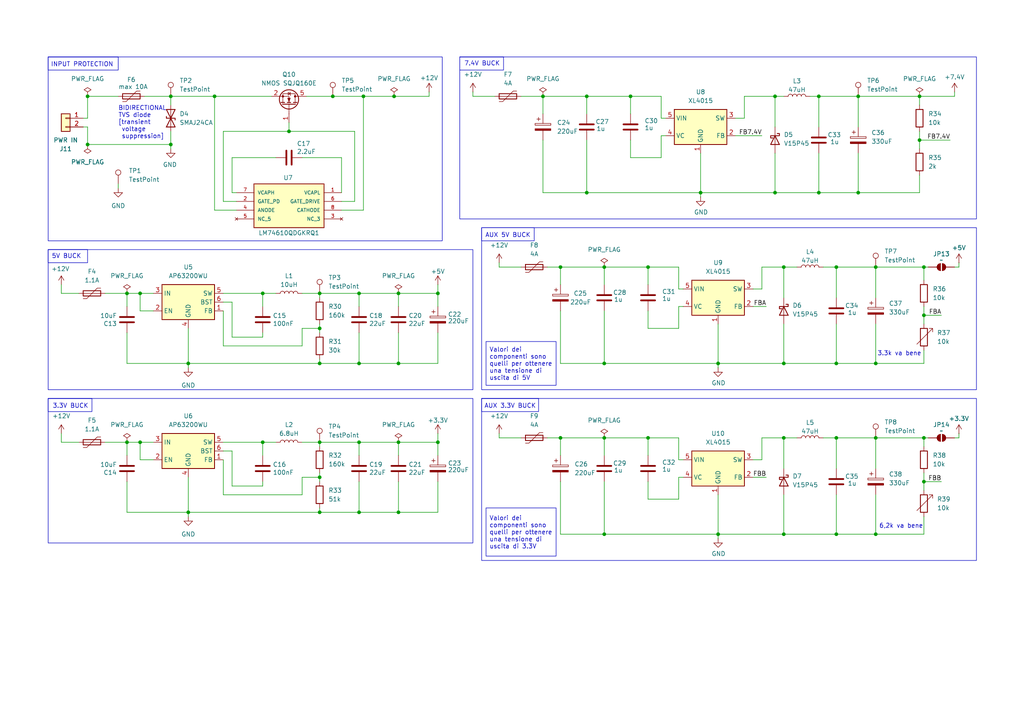
<source format=kicad_sch>
(kicad_sch
	(version 20250114)
	(generator "eeschema")
	(generator_version "9.0")
	(uuid "953086fa-c3ab-4cb2-ae4d-3ea7d054a997")
	(paper "A4")
	
	(rectangle
		(start 139.7 115.57)
		(end 283.21 162.56)
		(stroke
			(width 0)
			(type default)
		)
		(fill
			(type none)
		)
		(uuid 01c16c20-3398-461b-a340-24291d3e79b5)
	)
	(rectangle
		(start 133.35 16.51)
		(end 146.05 20.32)
		(stroke
			(width 0)
			(type default)
		)
		(fill
			(type none)
		)
		(uuid 0b34e581-663e-49f6-9059-46b50d62720f)
	)
	(rectangle
		(start 13.97 72.39)
		(end 137.16 113.03)
		(stroke
			(width 0)
			(type default)
		)
		(fill
			(type none)
		)
		(uuid 0eed0fee-73d2-4174-9689-a5d68fabccde)
	)
	(rectangle
		(start 139.7 66.04)
		(end 283.21 113.03)
		(stroke
			(width 0)
			(type default)
		)
		(fill
			(type none)
		)
		(uuid 28235954-b966-4978-8fba-de6d9e20e72f)
	)
	(rectangle
		(start 13.97 72.39)
		(end 25.4 76.2)
		(stroke
			(width 0)
			(type default)
		)
		(fill
			(type none)
		)
		(uuid 33c6471a-db59-4940-814d-6e57921b7b7e)
	)
	(rectangle
		(start 13.97 115.57)
		(end 26.67 119.38)
		(stroke
			(width 0)
			(type default)
		)
		(fill
			(type none)
		)
		(uuid 5a658950-db62-4c10-b920-e2d599910311)
	)
	(rectangle
		(start 13.97 16.51)
		(end 34.29 20.32)
		(stroke
			(width 0)
			(type default)
		)
		(fill
			(type none)
		)
		(uuid 73bb95e7-fde6-4594-8c82-59ad11c60fe5)
	)
	(rectangle
		(start 139.7 115.57)
		(end 156.21 119.38)
		(stroke
			(width 0)
			(type default)
		)
		(fill
			(type none)
		)
		(uuid c5d2ba25-ad33-4809-8f71-2a8f0422ff8d)
	)
	(rectangle
		(start 139.7 66.04)
		(end 154.94 69.85)
		(stroke
			(width 0)
			(type default)
		)
		(fill
			(type none)
		)
		(uuid d08f71a0-92cc-4596-a40c-d212729834d9)
	)
	(rectangle
		(start 133.35 16.51)
		(end 283.21 63.5)
		(stroke
			(width 0)
			(type default)
		)
		(fill
			(type none)
		)
		(uuid d2af9eb6-eb6e-4e76-8f9b-e35205ef100e)
	)
	(rectangle
		(start 13.97 16.51)
		(end 128.27 69.85)
		(stroke
			(width 0)
			(type default)
		)
		(fill
			(type none)
		)
		(uuid e838876a-9fa9-4ff1-97f4-66df09e52fd1)
	)
	(rectangle
		(start 13.97 115.57)
		(end 137.16 157.48)
		(stroke
			(width 0)
			(type default)
		)
		(fill
			(type none)
		)
		(uuid e9ec95ae-7d47-480e-9e60-802144d987c5)
	)
	(text "5V BUCK"
		(exclude_from_sim no)
		(at 14.986 74.422 0)
		(effects
			(font
				(size 1.27 1.27)
			)
			(justify left)
		)
		(uuid "0bcb6ac3-a82d-4d28-bcbf-551622b3a01d")
	)
	(text "6,2k va bene\n"
		(exclude_from_sim no)
		(at 261.366 152.654 0)
		(effects
			(font
				(size 1.27 1.27)
			)
		)
		(uuid "44f90ae8-91c9-4c64-947c-d3960c530028")
	)
	(text "BIDIRECTIONAL \nTVS diode\n[transient \n voltage\n suppression]"
		(exclude_from_sim no)
		(at 34.29 30.734 0)
		(effects
			(font
				(size 1.27 1.27)
			)
			(justify left top)
		)
		(uuid "4f9bec00-4cb7-456f-8340-e33e382fa66a")
	)
	(text "3.3k va bene\n"
		(exclude_from_sim no)
		(at 260.858 102.616 0)
		(effects
			(font
				(size 1.27 1.27)
			)
		)
		(uuid "55dafc59-777a-4287-9c8d-7abfd9f485f0")
	)
	(text "3.3V BUCK"
		(exclude_from_sim no)
		(at 15.24 117.856 0)
		(effects
			(font
				(size 1.27 1.27)
			)
			(justify left)
		)
		(uuid "854a29ea-5219-442a-9cf5-28eae99ca964")
	)
	(text "7.4V BUCK"
		(exclude_from_sim no)
		(at 134.62 18.542 0)
		(effects
			(font
				(size 1.27 1.27)
			)
			(justify left)
		)
		(uuid "c239794b-f2a2-435c-b27d-e8061d342d6f")
	)
	(text "INPUT PROTECTION"
		(exclude_from_sim no)
		(at 14.732 18.796 0)
		(effects
			(font
				(size 1.27 1.27)
			)
			(justify left)
		)
		(uuid "c5d5e284-b3fd-4ab8-8e7a-70fe5b3d98f7")
	)
	(text "AUX 3.3V BUCK"
		(exclude_from_sim no)
		(at 140.462 117.856 0)
		(effects
			(font
				(size 1.27 1.27)
			)
			(justify left)
		)
		(uuid "daad75d5-3b43-466e-85be-23c86d45bd6b")
	)
	(text "AUX 5V BUCK"
		(exclude_from_sim no)
		(at 140.716 68.326 0)
		(effects
			(font
				(size 1.27 1.27)
			)
			(justify left)
		)
		(uuid "f6e59106-103b-4179-9bb4-9a2feb243659")
	)
	(text_box "Valori dei componenti sono quelli per ottenere una tensione di uscita di 3.3V\n"
		(exclude_from_sim no)
		(at 140.97 147.32 0)
		(size 20.32 13.97)
		(margins 0.9525 0.9525 0.9525 0.9525)
		(stroke
			(width 0)
			(type solid)
		)
		(fill
			(type none)
		)
		(effects
			(font
				(size 1.27 1.27)
			)
			(justify left)
		)
		(uuid "da0936d2-b3ab-47f3-995e-62e750989d22")
	)
	(text_box "Valori dei componenti sono quelli per ottenere una tensione di uscita di 5V\n"
		(exclude_from_sim no)
		(at 140.97 99.06 0)
		(size 20.3199 12.7)
		(margins 0.9525 0.9525 0.9525 0.9525)
		(stroke
			(width 0)
			(type solid)
		)
		(fill
			(type none)
		)
		(effects
			(font
				(size 1.27 1.27)
			)
			(justify left)
		)
		(uuid "f0eab02e-f56f-49d0-90aa-2de7845d4ca9")
	)
	(junction
		(at 187.96 77.47)
		(diameter 0)
		(color 0 0 0 0)
		(uuid "087bccb8-e3a1-47d2-b309-037eff75f5bb")
	)
	(junction
		(at 254 77.47)
		(diameter 0)
		(color 0 0 0 0)
		(uuid "0957c6ec-4f8b-4a7c-a139-261ebb4a4735")
	)
	(junction
		(at 224.79 27.94)
		(diameter 0)
		(color 0 0 0 0)
		(uuid "0ca24ff4-e949-4034-b5aa-8aadd2aec52d")
	)
	(junction
		(at 76.2 128.27)
		(diameter 0)
		(color 0 0 0 0)
		(uuid "0e60f2cd-4622-4c0f-80f4-c86c1569d4d5")
	)
	(junction
		(at 227.33 127)
		(diameter 0)
		(color 0 0 0 0)
		(uuid "172fb73b-c42c-4acd-8b44-d394f3fd52aa")
	)
	(junction
		(at 25.4 41.91)
		(diameter 0)
		(color 0 0 0 0)
		(uuid "1cf21645-da80-47cf-8fa4-df22b99e3f79")
	)
	(junction
		(at 242.57 127)
		(diameter 0)
		(color 0 0 0 0)
		(uuid "1df07dc2-0f05-45a5-9d73-1185e9da453d")
	)
	(junction
		(at 36.83 85.09)
		(diameter 0)
		(color 0 0 0 0)
		(uuid "201cf608-9571-435d-b0f8-b931333173b3")
	)
	(junction
		(at 104.14 148.59)
		(diameter 0)
		(color 0 0 0 0)
		(uuid "2542e829-4f26-4393-9d07-06730aa74fe6")
	)
	(junction
		(at 242.57 105.41)
		(diameter 0)
		(color 0 0 0 0)
		(uuid "25884d0e-010e-4e46-a645-a1fcc770a8e4")
	)
	(junction
		(at 175.26 77.47)
		(diameter 0)
		(color 0 0 0 0)
		(uuid "2ab38761-a14f-41c5-bfd6-96f5b41c2419")
	)
	(junction
		(at 267.97 127)
		(diameter 0)
		(color 0 0 0 0)
		(uuid "2c88b309-a0ee-4b60-ac06-a3f8ced92e1a")
	)
	(junction
		(at 40.64 128.27)
		(diameter 0)
		(color 0 0 0 0)
		(uuid "2d69ff90-7beb-4b11-af23-e40244252656")
	)
	(junction
		(at 115.57 148.59)
		(diameter 0)
		(color 0 0 0 0)
		(uuid "2f4f3603-d2da-4d4d-b777-4609997e68c2")
	)
	(junction
		(at 175.26 154.94)
		(diameter 0)
		(color 0 0 0 0)
		(uuid "3070ff40-e11f-4da8-b371-3264cd72adb4")
	)
	(junction
		(at 104.14 85.09)
		(diameter 0)
		(color 0 0 0 0)
		(uuid "30fa938e-f341-4d15-b867-4e680c3f96a1")
	)
	(junction
		(at 254 154.94)
		(diameter 0)
		(color 0 0 0 0)
		(uuid "35687b32-39b7-48f8-9728-44acb118ec5c")
	)
	(junction
		(at 25.4 27.94)
		(diameter 0)
		(color 0 0 0 0)
		(uuid "38babd6f-c622-4899-a969-6cbc4354a6fa")
	)
	(junction
		(at 83.82 38.1)
		(diameter 0)
		(color 0 0 0 0)
		(uuid "3d624da9-d414-486f-bd34-f6cf26546282")
	)
	(junction
		(at 208.28 154.94)
		(diameter 0)
		(color 0 0 0 0)
		(uuid "464b5f41-6414-4fff-bbc2-272f97cec06f")
	)
	(junction
		(at 248.92 55.88)
		(diameter 0)
		(color 0 0 0 0)
		(uuid "4a2798de-1764-4f29-9b3b-fd0272870f83")
	)
	(junction
		(at 104.14 128.27)
		(diameter 0)
		(color 0 0 0 0)
		(uuid "4a47003d-ee08-47be-aad1-6e12fba22525")
	)
	(junction
		(at 115.57 85.09)
		(diameter 0)
		(color 0 0 0 0)
		(uuid "4c22c0e0-6d43-401f-a26b-f5645717c257")
	)
	(junction
		(at 115.57 105.41)
		(diameter 0)
		(color 0 0 0 0)
		(uuid "4cc24344-41ef-4fdb-b837-2d39b8e9ee29")
	)
	(junction
		(at 254 127)
		(diameter 0)
		(color 0 0 0 0)
		(uuid "5743116d-d2af-4358-a285-44a2137808a4")
	)
	(junction
		(at 227.33 154.94)
		(diameter 0)
		(color 0 0 0 0)
		(uuid "592579de-30d4-4fca-8934-8c144c0d00f2")
	)
	(junction
		(at 115.57 128.27)
		(diameter 0)
		(color 0 0 0 0)
		(uuid "5e07fe7f-8b54-4e23-8c90-47bac361092e")
	)
	(junction
		(at 248.92 27.94)
		(diameter 0)
		(color 0 0 0 0)
		(uuid "66c1d1db-9bfc-4563-9759-d2d9cd97b529")
	)
	(junction
		(at 62.23 27.94)
		(diameter 0)
		(color 0 0 0 0)
		(uuid "6b77dd12-7f97-43ba-a67a-da6beb6e2ee6")
	)
	(junction
		(at 40.64 85.09)
		(diameter 0)
		(color 0 0 0 0)
		(uuid "71868675-2714-413b-b952-9a530d42b5ab")
	)
	(junction
		(at 237.49 55.88)
		(diameter 0)
		(color 0 0 0 0)
		(uuid "785e8789-d12d-4e2a-8cf6-c5c73f508b3d")
	)
	(junction
		(at 267.97 77.47)
		(diameter 0)
		(color 0 0 0 0)
		(uuid "79d83e89-eba0-4cac-9e7f-928fbf9b9141")
	)
	(junction
		(at 162.56 77.47)
		(diameter 0)
		(color 0 0 0 0)
		(uuid "7a0996bb-58ef-418f-8a0a-367ce467f54d")
	)
	(junction
		(at 187.96 127)
		(diameter 0)
		(color 0 0 0 0)
		(uuid "7a4bb8b6-e12f-458c-9bce-681fc8998186")
	)
	(junction
		(at 170.18 27.94)
		(diameter 0)
		(color 0 0 0 0)
		(uuid "7ad3d55d-c758-412e-9ca6-d4b487bb53a4")
	)
	(junction
		(at 92.71 128.27)
		(diameter 0)
		(color 0 0 0 0)
		(uuid "837f92af-7301-4942-bdeb-89c30fd40fb9")
	)
	(junction
		(at 49.53 27.94)
		(diameter 0)
		(color 0 0 0 0)
		(uuid "84f79a93-a816-4ce0-bfbf-d25e3e97eb60")
	)
	(junction
		(at 267.97 91.44)
		(diameter 0)
		(color 0 0 0 0)
		(uuid "8a14ebc2-ceae-47ed-9dc2-b43fec5081de")
	)
	(junction
		(at 266.7 27.94)
		(diameter 0)
		(color 0 0 0 0)
		(uuid "8a25d21e-293c-42d4-9bad-731458e515cd")
	)
	(junction
		(at 92.71 105.41)
		(diameter 0)
		(color 0 0 0 0)
		(uuid "8aa06fd0-8b9e-4542-9d86-a13bacea0326")
	)
	(junction
		(at 162.56 127)
		(diameter 0)
		(color 0 0 0 0)
		(uuid "8b071b85-16fe-456e-a5d2-0f3d5aec653a")
	)
	(junction
		(at 242.57 77.47)
		(diameter 0)
		(color 0 0 0 0)
		(uuid "8b36d95f-d472-49cc-a4c2-e1c6ef65af90")
	)
	(junction
		(at 54.61 148.59)
		(diameter 0)
		(color 0 0 0 0)
		(uuid "8f12fdd2-0efa-4747-99eb-168b82491c66")
	)
	(junction
		(at 49.53 41.91)
		(diameter 0)
		(color 0 0 0 0)
		(uuid "9088ef99-053a-4b2b-a746-c8a6e1f6d653")
	)
	(junction
		(at 267.97 139.7)
		(diameter 0)
		(color 0 0 0 0)
		(uuid "93df2044-003f-4e0c-94cb-80ae6cab83ed")
	)
	(junction
		(at 227.33 105.41)
		(diameter 0)
		(color 0 0 0 0)
		(uuid "99b49272-3cc4-4b7b-83c3-386ae141b824")
	)
	(junction
		(at 203.2 55.88)
		(diameter 0)
		(color 0 0 0 0)
		(uuid "9c2aa78f-30d3-4610-b8f9-53d9d7e75404")
	)
	(junction
		(at 92.71 95.25)
		(diameter 0)
		(color 0 0 0 0)
		(uuid "9fc07323-c7d8-4417-93b8-1091b516a411")
	)
	(junction
		(at 114.3 27.94)
		(diameter 0)
		(color 0 0 0 0)
		(uuid "a99dbaba-c680-4eaf-aef0-98a7a6ae1f57")
	)
	(junction
		(at 105.41 27.94)
		(diameter 0)
		(color 0 0 0 0)
		(uuid "aed42238-3c39-4b40-ada0-8cfca386f5e9")
	)
	(junction
		(at 92.71 148.59)
		(diameter 0)
		(color 0 0 0 0)
		(uuid "b3dce36a-c34f-48cd-9f3e-41ef363e818a")
	)
	(junction
		(at 242.57 154.94)
		(diameter 0)
		(color 0 0 0 0)
		(uuid "b6c0c441-fbf8-47c4-828e-7dc8f1350ff0")
	)
	(junction
		(at 170.18 55.88)
		(diameter 0)
		(color 0 0 0 0)
		(uuid "bdae7c55-11bc-4c54-988a-e73ed4809c31")
	)
	(junction
		(at 224.79 55.88)
		(diameter 0)
		(color 0 0 0 0)
		(uuid "be097ec6-6c16-477a-afdc-684addcf61de")
	)
	(junction
		(at 237.49 27.94)
		(diameter 0)
		(color 0 0 0 0)
		(uuid "bee532ab-732d-49b1-ac2a-2d87ff4d069f")
	)
	(junction
		(at 266.7 40.64)
		(diameter 0)
		(color 0 0 0 0)
		(uuid "bf8b3fdc-2b61-4182-adee-b389ea69811b")
	)
	(junction
		(at 92.71 85.09)
		(diameter 0)
		(color 0 0 0 0)
		(uuid "c789b7f6-8ec3-4e6c-9edf-6ffd45ca78ac")
	)
	(junction
		(at 104.14 105.41)
		(diameter 0)
		(color 0 0 0 0)
		(uuid "cd0a321c-b2f1-4c6c-817a-d841d9db5e3d")
	)
	(junction
		(at 175.26 105.41)
		(diameter 0)
		(color 0 0 0 0)
		(uuid "cde5fd11-b719-431a-b34c-e25eaea94479")
	)
	(junction
		(at 96.52 27.94)
		(diameter 0)
		(color 0 0 0 0)
		(uuid "d2309e28-6d31-42ea-95e1-472d77a8e619")
	)
	(junction
		(at 76.2 85.09)
		(diameter 0)
		(color 0 0 0 0)
		(uuid "d63f1001-a492-41c1-aed0-be6877690765")
	)
	(junction
		(at 127 128.27)
		(diameter 0)
		(color 0 0 0 0)
		(uuid "dc11f7e7-4b3c-4fb5-8257-35cf727967dc")
	)
	(junction
		(at 254 105.41)
		(diameter 0)
		(color 0 0 0 0)
		(uuid "e737a187-8bb1-4bcd-b9c8-a36ad705dd81")
	)
	(junction
		(at 36.83 128.27)
		(diameter 0)
		(color 0 0 0 0)
		(uuid "ea7e5f03-9a35-4367-bbb1-5961f863e3c4")
	)
	(junction
		(at 54.61 105.41)
		(diameter 0)
		(color 0 0 0 0)
		(uuid "ea847085-2ce4-48d2-a641-9be796e26cfb")
	)
	(junction
		(at 227.33 77.47)
		(diameter 0)
		(color 0 0 0 0)
		(uuid "ebb60d29-53f8-490f-9260-aeb70eb03e5a")
	)
	(junction
		(at 175.26 127)
		(diameter 0)
		(color 0 0 0 0)
		(uuid "ef095912-3137-4232-971d-d4bfc6bc5daf")
	)
	(junction
		(at 157.48 27.94)
		(diameter 0)
		(color 0 0 0 0)
		(uuid "f00a6d89-0e5d-4bf0-8b2a-9c5cc356c7b5")
	)
	(junction
		(at 208.28 105.41)
		(diameter 0)
		(color 0 0 0 0)
		(uuid "f141781c-ee45-4158-90a7-b257e61d8923")
	)
	(junction
		(at 92.71 138.43)
		(diameter 0)
		(color 0 0 0 0)
		(uuid "f3c72a3b-e355-4224-a305-e4348a9261d0")
	)
	(junction
		(at 127 85.09)
		(diameter 0)
		(color 0 0 0 0)
		(uuid "f584771c-d7c7-4933-b9b5-cd9995096f31")
	)
	(junction
		(at 182.88 27.94)
		(diameter 0)
		(color 0 0 0 0)
		(uuid "f941a74c-8603-4fe8-85ae-47534733ff10")
	)
	(wire
		(pts
			(xy 36.83 105.41) (xy 54.61 105.41)
		)
		(stroke
			(width 0)
			(type default)
		)
		(uuid "00ccc55d-f4c5-44ae-9f4d-d445de9d2138")
	)
	(wire
		(pts
			(xy 99.06 45.72) (xy 99.06 55.88)
		)
		(stroke
			(width 0)
			(type default)
		)
		(uuid "01578830-9dd0-4e9c-9168-d55940c0ebee")
	)
	(wire
		(pts
			(xy 242.57 105.41) (xy 254 105.41)
		)
		(stroke
			(width 0)
			(type default)
		)
		(uuid "021a41de-f4c3-479e-9e7f-f8d5c4b70830")
	)
	(wire
		(pts
			(xy 191.77 27.94) (xy 191.77 34.29)
		)
		(stroke
			(width 0)
			(type default)
		)
		(uuid "0240eede-1dd8-4bf7-b3c4-b2089468624c")
	)
	(wire
		(pts
			(xy 215.9 27.94) (xy 215.9 34.29)
		)
		(stroke
			(width 0)
			(type default)
		)
		(uuid "02824fbe-923b-4b28-9079-0d6d63fb2341")
	)
	(wire
		(pts
			(xy 115.57 105.41) (xy 127 105.41)
		)
		(stroke
			(width 0)
			(type default)
		)
		(uuid "02cddfed-b990-4c95-a8da-f4698f6b339a")
	)
	(wire
		(pts
			(xy 266.7 38.1) (xy 266.7 40.64)
		)
		(stroke
			(width 0)
			(type default)
		)
		(uuid "0534c616-af61-448e-b412-ca7d0706c015")
	)
	(wire
		(pts
			(xy 137.16 27.94) (xy 137.16 26.67)
		)
		(stroke
			(width 0)
			(type default)
		)
		(uuid "0566275e-4288-44b5-920e-4d0bf03e74a7")
	)
	(wire
		(pts
			(xy 187.96 77.47) (xy 196.85 77.47)
		)
		(stroke
			(width 0)
			(type default)
		)
		(uuid "096c42f1-8870-4cd4-85db-bfa7c6446032")
	)
	(wire
		(pts
			(xy 25.4 41.91) (xy 49.53 41.91)
		)
		(stroke
			(width 0)
			(type default)
		)
		(uuid "09d2383d-6faa-45d4-b89b-702e69e29ceb")
	)
	(wire
		(pts
			(xy 115.57 128.27) (xy 115.57 132.08)
		)
		(stroke
			(width 0)
			(type default)
		)
		(uuid "0b936c09-d1ab-48b5-8a1d-a49d7e584b6d")
	)
	(wire
		(pts
			(xy 92.71 93.98) (xy 92.71 95.25)
		)
		(stroke
			(width 0)
			(type default)
		)
		(uuid "0de3471a-bfce-4665-b399-fb31d6cd18e9")
	)
	(wire
		(pts
			(xy 222.25 138.43) (xy 218.44 138.43)
		)
		(stroke
			(width 0)
			(type default)
		)
		(uuid "0e69e592-9220-411b-b1b8-1e07b546c34e")
	)
	(wire
		(pts
			(xy 203.2 55.88) (xy 224.79 55.88)
		)
		(stroke
			(width 0)
			(type default)
		)
		(uuid "0f49264c-d995-4783-a578-cfe7e01012b1")
	)
	(wire
		(pts
			(xy 25.4 34.29) (xy 24.13 34.29)
		)
		(stroke
			(width 0)
			(type default)
		)
		(uuid "0f6f8e87-ce33-4901-a258-8206fd096a1a")
	)
	(wire
		(pts
			(xy 227.33 77.47) (xy 231.14 77.47)
		)
		(stroke
			(width 0)
			(type default)
		)
		(uuid "1100088f-95b7-45d6-8049-ea3ebfc6ad81")
	)
	(wire
		(pts
			(xy 115.57 85.09) (xy 115.57 88.9)
		)
		(stroke
			(width 0)
			(type default)
		)
		(uuid "1161e686-fd39-4dd7-b42e-4023798b0b02")
	)
	(wire
		(pts
			(xy 92.71 137.16) (xy 92.71 138.43)
		)
		(stroke
			(width 0)
			(type default)
		)
		(uuid "11abf63f-0038-427a-a9b8-c8d11dd539e4")
	)
	(wire
		(pts
			(xy 170.18 27.94) (xy 182.88 27.94)
		)
		(stroke
			(width 0)
			(type default)
		)
		(uuid "14a3cd1b-d658-4be8-830d-daf6e78aec65")
	)
	(wire
		(pts
			(xy 220.98 133.35) (xy 218.44 133.35)
		)
		(stroke
			(width 0)
			(type default)
		)
		(uuid "14e65cbd-abfa-4a20-a1da-ce02e8fd249c")
	)
	(wire
		(pts
			(xy 144.78 127) (xy 144.78 125.73)
		)
		(stroke
			(width 0)
			(type default)
		)
		(uuid "15010e38-076b-4315-9334-6b011706aec8")
	)
	(wire
		(pts
			(xy 187.96 95.25) (xy 196.85 95.25)
		)
		(stroke
			(width 0)
			(type default)
		)
		(uuid "15947079-2965-4ade-aa02-28cab4fea979")
	)
	(wire
		(pts
			(xy 157.48 33.02) (xy 157.48 27.94)
		)
		(stroke
			(width 0)
			(type default)
		)
		(uuid "18c0f0d7-d002-44c9-88f7-bdb837eeb5e5")
	)
	(wire
		(pts
			(xy 54.61 149.86) (xy 54.61 148.59)
		)
		(stroke
			(width 0)
			(type default)
		)
		(uuid "1dd8e54d-010e-4b81-86a5-089c47d8ee37")
	)
	(wire
		(pts
			(xy 254 143.51) (xy 254 154.94)
		)
		(stroke
			(width 0)
			(type default)
		)
		(uuid "1df9b800-bfdd-4e10-a6ab-b5aca0f89dc3")
	)
	(wire
		(pts
			(xy 182.88 33.02) (xy 182.88 27.94)
		)
		(stroke
			(width 0)
			(type default)
		)
		(uuid "1dfc2643-39a1-405b-9033-7c75b0d13337")
	)
	(wire
		(pts
			(xy 196.85 133.35) (xy 198.12 133.35)
		)
		(stroke
			(width 0)
			(type default)
		)
		(uuid "1e0bb08c-d741-4489-a6a6-ecede84ebaf7")
	)
	(wire
		(pts
			(xy 162.56 127) (xy 175.26 127)
		)
		(stroke
			(width 0)
			(type default)
		)
		(uuid "1e13134f-e0b4-4c10-9ebf-aac345570136")
	)
	(wire
		(pts
			(xy 227.33 77.47) (xy 227.33 86.36)
		)
		(stroke
			(width 0)
			(type default)
		)
		(uuid "1ed89055-278a-49ec-921d-3b21f149d5ae")
	)
	(wire
		(pts
			(xy 25.4 36.83) (xy 25.4 41.91)
		)
		(stroke
			(width 0)
			(type default)
		)
		(uuid "1f594c86-3f96-4eb7-a918-eb8fc7ef9c05")
	)
	(wire
		(pts
			(xy 87.63 143.51) (xy 87.63 138.43)
		)
		(stroke
			(width 0)
			(type default)
		)
		(uuid "1f754ce4-e64a-427b-8cbe-7d3e626bf493")
	)
	(wire
		(pts
			(xy 92.71 104.14) (xy 92.71 105.41)
		)
		(stroke
			(width 0)
			(type default)
		)
		(uuid "21ab33f1-d37e-4dea-b758-23dbf14beb4a")
	)
	(wire
		(pts
			(xy 273.05 91.44) (xy 267.97 91.44)
		)
		(stroke
			(width 0)
			(type default)
		)
		(uuid "2473bb57-0013-4713-901e-60d8e074a767")
	)
	(wire
		(pts
			(xy 238.76 127) (xy 242.57 127)
		)
		(stroke
			(width 0)
			(type default)
		)
		(uuid "24ed5741-45ac-40f7-b9a3-494df80f0579")
	)
	(wire
		(pts
			(xy 191.77 39.37) (xy 193.04 39.37)
		)
		(stroke
			(width 0)
			(type default)
		)
		(uuid "2640f0c9-b76f-4c0d-9ac9-c29a65139c69")
	)
	(wire
		(pts
			(xy 242.57 143.51) (xy 242.57 154.94)
		)
		(stroke
			(width 0)
			(type default)
		)
		(uuid "26866328-d4aa-442f-85f3-67f3ab3cd143")
	)
	(wire
		(pts
			(xy 276.86 127) (xy 278.13 127)
		)
		(stroke
			(width 0)
			(type default)
		)
		(uuid "270a4cde-6a66-4966-a072-8f272ef836b2")
	)
	(wire
		(pts
			(xy 62.23 60.96) (xy 68.58 60.96)
		)
		(stroke
			(width 0)
			(type default)
		)
		(uuid "291f2132-5a64-448b-bd2b-a3708b9ad9db")
	)
	(wire
		(pts
			(xy 248.92 27.94) (xy 248.92 36.83)
		)
		(stroke
			(width 0)
			(type default)
		)
		(uuid "2adde2ec-7986-4d6d-b94f-7518494c80cc")
	)
	(wire
		(pts
			(xy 64.77 128.27) (xy 76.2 128.27)
		)
		(stroke
			(width 0)
			(type default)
		)
		(uuid "2b26a455-143b-4ce8-835e-46d916db2022")
	)
	(wire
		(pts
			(xy 254 127) (xy 254 135.89)
		)
		(stroke
			(width 0)
			(type default)
		)
		(uuid "2c2bb239-994e-4b98-a9b3-4fa403b47ae7")
	)
	(wire
		(pts
			(xy 40.64 90.17) (xy 40.64 85.09)
		)
		(stroke
			(width 0)
			(type default)
		)
		(uuid "2fe5f565-5027-49b6-a598-1d395c397f20")
	)
	(wire
		(pts
			(xy 175.26 77.47) (xy 187.96 77.47)
		)
		(stroke
			(width 0)
			(type default)
		)
		(uuid "310fdbc7-90ca-412c-8dea-ce917e5a36ff")
	)
	(wire
		(pts
			(xy 175.26 132.08) (xy 175.26 127)
		)
		(stroke
			(width 0)
			(type default)
		)
		(uuid "31a7becc-d727-4c93-aceb-cd734ed65b38")
	)
	(wire
		(pts
			(xy 278.13 125.73) (xy 278.13 127)
		)
		(stroke
			(width 0)
			(type default)
		)
		(uuid "323439f5-7d65-42b8-93c8-edfec8363640")
	)
	(wire
		(pts
			(xy 208.28 154.94) (xy 227.33 154.94)
		)
		(stroke
			(width 0)
			(type default)
		)
		(uuid "329212cd-0b1d-4fbe-9732-24a08ed85104")
	)
	(wire
		(pts
			(xy 76.2 85.09) (xy 76.2 88.9)
		)
		(stroke
			(width 0)
			(type default)
		)
		(uuid "32a995e0-9ec1-4a00-ab8c-4f503f9e48db")
	)
	(wire
		(pts
			(xy 87.63 85.09) (xy 92.71 85.09)
		)
		(stroke
			(width 0)
			(type default)
		)
		(uuid "33ab1b19-3b7a-4151-9a40-09052fdb4717")
	)
	(wire
		(pts
			(xy 105.41 27.94) (xy 105.41 60.96)
		)
		(stroke
			(width 0)
			(type default)
		)
		(uuid "3453505f-fdc9-4ee1-afe1-adcfd6338b4e")
	)
	(wire
		(pts
			(xy 220.98 39.37) (xy 213.36 39.37)
		)
		(stroke
			(width 0)
			(type default)
		)
		(uuid "3478a47d-31c2-477d-a06b-1a8aa7485a78")
	)
	(wire
		(pts
			(xy 127 125.73) (xy 127 128.27)
		)
		(stroke
			(width 0)
			(type default)
		)
		(uuid "34d20d95-3f82-411f-b247-1231f897379b")
	)
	(wire
		(pts
			(xy 275.59 40.64) (xy 266.7 40.64)
		)
		(stroke
			(width 0)
			(type default)
		)
		(uuid "34eb1e5c-7fa6-4c9e-b3a7-6db0de4ddd28")
	)
	(wire
		(pts
			(xy 208.28 105.41) (xy 208.28 93.98)
		)
		(stroke
			(width 0)
			(type default)
		)
		(uuid "35a3dc13-730c-43a8-9637-d23961d35c41")
	)
	(wire
		(pts
			(xy 54.61 148.59) (xy 92.71 148.59)
		)
		(stroke
			(width 0)
			(type default)
		)
		(uuid "35dfac12-9a4a-4d47-b8a2-03870fc31bd7")
	)
	(wire
		(pts
			(xy 182.88 40.64) (xy 182.88 45.72)
		)
		(stroke
			(width 0)
			(type default)
		)
		(uuid "370b03f5-0f0f-48f8-911b-cae7cee6ca4a")
	)
	(wire
		(pts
			(xy 175.26 82.55) (xy 175.26 77.47)
		)
		(stroke
			(width 0)
			(type default)
		)
		(uuid "379029e7-85bf-4c19-bdfa-76ac18e2bda4")
	)
	(wire
		(pts
			(xy 36.83 85.09) (xy 40.64 85.09)
		)
		(stroke
			(width 0)
			(type default)
		)
		(uuid "37d01d0e-1221-447c-a5ba-969e6b9e0a8c")
	)
	(wire
		(pts
			(xy 175.26 105.41) (xy 175.26 90.17)
		)
		(stroke
			(width 0)
			(type default)
		)
		(uuid "38654bfc-e11a-4e63-92e9-80dc0a7e2d86")
	)
	(wire
		(pts
			(xy 41.91 27.94) (xy 49.53 27.94)
		)
		(stroke
			(width 0)
			(type default)
		)
		(uuid "38f64558-0f34-49fc-bcf7-1b19ab961e9a")
	)
	(wire
		(pts
			(xy 267.97 101.6) (xy 267.97 105.41)
		)
		(stroke
			(width 0)
			(type default)
		)
		(uuid "39ce04a6-e96e-47be-af7d-fca6e77cfe19")
	)
	(wire
		(pts
			(xy 76.2 97.79) (xy 76.2 96.52)
		)
		(stroke
			(width 0)
			(type default)
		)
		(uuid "39e837ab-663b-41cb-b7cd-fc09a5d83545")
	)
	(wire
		(pts
			(xy 127 96.52) (xy 127 105.41)
		)
		(stroke
			(width 0)
			(type default)
		)
		(uuid "3a206e21-1356-40ba-a726-769e36245e97")
	)
	(wire
		(pts
			(xy 137.16 27.94) (xy 143.51 27.94)
		)
		(stroke
			(width 0)
			(type default)
		)
		(uuid "3a3981a4-98f4-4cbe-a59b-901ba5d12c8f")
	)
	(wire
		(pts
			(xy 40.64 90.17) (xy 44.45 90.17)
		)
		(stroke
			(width 0)
			(type default)
		)
		(uuid "3b365e97-9a51-4354-a113-b5d0f36c3696")
	)
	(wire
		(pts
			(xy 162.56 154.94) (xy 175.26 154.94)
		)
		(stroke
			(width 0)
			(type default)
		)
		(uuid "3bca0c9b-4daf-44de-abf0-c23ff189d1b8")
	)
	(wire
		(pts
			(xy 242.57 127) (xy 254 127)
		)
		(stroke
			(width 0)
			(type default)
		)
		(uuid "3db16623-0a69-41f3-af8c-f351432209bb")
	)
	(wire
		(pts
			(xy 99.06 60.96) (xy 105.41 60.96)
		)
		(stroke
			(width 0)
			(type default)
		)
		(uuid "3db42c4d-ae37-4856-8e6f-f24ae7fb7020")
	)
	(wire
		(pts
			(xy 267.97 77.47) (xy 267.97 81.28)
		)
		(stroke
			(width 0)
			(type default)
		)
		(uuid "3e39135b-c978-451d-bb1e-61eb783df12f")
	)
	(wire
		(pts
			(xy 224.79 27.94) (xy 227.33 27.94)
		)
		(stroke
			(width 0)
			(type default)
		)
		(uuid "3e9f7af7-3384-49ab-8239-f9e582e27a74")
	)
	(wire
		(pts
			(xy 158.75 127) (xy 162.56 127)
		)
		(stroke
			(width 0)
			(type default)
		)
		(uuid "401777c5-722a-46b3-9200-76c1113d594b")
	)
	(wire
		(pts
			(xy 242.57 77.47) (xy 242.57 86.36)
		)
		(stroke
			(width 0)
			(type default)
		)
		(uuid "4197d5de-9146-4aa0-ae20-87324d588d79")
	)
	(wire
		(pts
			(xy 254 127) (xy 267.97 127)
		)
		(stroke
			(width 0)
			(type default)
		)
		(uuid "42a5241d-e613-4e9b-9d1b-0dd6931ce49b")
	)
	(wire
		(pts
			(xy 220.98 77.47) (xy 227.33 77.47)
		)
		(stroke
			(width 0)
			(type default)
		)
		(uuid "43842efc-919c-407f-aed5-bcbc3b6aab17")
	)
	(wire
		(pts
			(xy 208.28 156.21) (xy 208.28 154.94)
		)
		(stroke
			(width 0)
			(type default)
		)
		(uuid "44812c3e-079f-486f-a294-380882528c15")
	)
	(wire
		(pts
			(xy 49.53 38.1) (xy 49.53 41.91)
		)
		(stroke
			(width 0)
			(type default)
		)
		(uuid "462f3a13-882b-4aed-a907-086803e6927c")
	)
	(wire
		(pts
			(xy 266.7 50.8) (xy 266.7 55.88)
		)
		(stroke
			(width 0)
			(type default)
		)
		(uuid "46664790-fda9-456c-8968-e89ae66dc0d4")
	)
	(wire
		(pts
			(xy 25.4 34.29) (xy 25.4 27.94)
		)
		(stroke
			(width 0)
			(type default)
		)
		(uuid "47977073-aaaf-4460-92fe-025dfc0ab9cf")
	)
	(wire
		(pts
			(xy 227.33 93.98) (xy 227.33 105.41)
		)
		(stroke
			(width 0)
			(type default)
		)
		(uuid "47d11551-6b65-4ed9-aecf-f59cbbea1ec2")
	)
	(wire
		(pts
			(xy 208.28 105.41) (xy 227.33 105.41)
		)
		(stroke
			(width 0)
			(type default)
		)
		(uuid "4805b966-ea36-4c22-9384-5752adc1c524")
	)
	(wire
		(pts
			(xy 196.85 77.47) (xy 196.85 83.82)
		)
		(stroke
			(width 0)
			(type default)
		)
		(uuid "4962e439-a6e4-4b4a-a359-7899cf18455b")
	)
	(wire
		(pts
			(xy 182.88 45.72) (xy 191.77 45.72)
		)
		(stroke
			(width 0)
			(type default)
		)
		(uuid "49e33637-0864-4d07-ad63-f69c96f978f4")
	)
	(wire
		(pts
			(xy 267.97 137.16) (xy 267.97 139.7)
		)
		(stroke
			(width 0)
			(type default)
		)
		(uuid "4aafb478-4d9e-4a09-8509-3e29033562b7")
	)
	(wire
		(pts
			(xy 49.53 41.91) (xy 49.53 43.18)
		)
		(stroke
			(width 0)
			(type default)
		)
		(uuid "4b9b9703-ace3-4eb9-9179-12f829d9909c")
	)
	(wire
		(pts
			(xy 40.64 128.27) (xy 44.45 128.27)
		)
		(stroke
			(width 0)
			(type default)
		)
		(uuid "4c1b4f6d-50d3-412e-86d7-7e0b71cf6c5e")
	)
	(wire
		(pts
			(xy 220.98 127) (xy 220.98 133.35)
		)
		(stroke
			(width 0)
			(type default)
		)
		(uuid "4c61cc58-7d90-4106-8df1-83f9d4efab85")
	)
	(wire
		(pts
			(xy 87.63 138.43) (xy 92.71 138.43)
		)
		(stroke
			(width 0)
			(type default)
		)
		(uuid "4cbaf599-f0fb-499b-8b5d-f19bd6c63d9f")
	)
	(wire
		(pts
			(xy 157.48 27.94) (xy 170.18 27.94)
		)
		(stroke
			(width 0)
			(type default)
		)
		(uuid "4d1825f1-66e3-4b58-ae00-19bd92fffeb1")
	)
	(wire
		(pts
			(xy 224.79 27.94) (xy 224.79 36.83)
		)
		(stroke
			(width 0)
			(type default)
		)
		(uuid "4d3c0082-585d-432b-858f-f1c56d34fc16")
	)
	(wire
		(pts
			(xy 175.26 154.94) (xy 208.28 154.94)
		)
		(stroke
			(width 0)
			(type default)
		)
		(uuid "4d8dfb39-5d9f-4cd0-bf97-5228ebaab898")
	)
	(wire
		(pts
			(xy 162.56 90.17) (xy 162.56 105.41)
		)
		(stroke
			(width 0)
			(type default)
		)
		(uuid "4f9a0074-8641-4b7f-a3e2-543bc4a214eb")
	)
	(wire
		(pts
			(xy 234.95 27.94) (xy 237.49 27.94)
		)
		(stroke
			(width 0)
			(type default)
		)
		(uuid "503145e4-8b34-4c72-ab53-ff862b578f6e")
	)
	(wire
		(pts
			(xy 67.31 140.97) (xy 76.2 140.97)
		)
		(stroke
			(width 0)
			(type default)
		)
		(uuid "5082bca1-ff03-4235-baa8-3d68f908d132")
	)
	(wire
		(pts
			(xy 92.71 85.09) (xy 104.14 85.09)
		)
		(stroke
			(width 0)
			(type default)
		)
		(uuid "5101af33-0f6c-4fee-9e6d-1db4932d8b3a")
	)
	(wire
		(pts
			(xy 273.05 139.7) (xy 267.97 139.7)
		)
		(stroke
			(width 0)
			(type default)
		)
		(uuid "514011ba-6cdc-4676-8bc1-7faa24ffba2f")
	)
	(wire
		(pts
			(xy 64.77 100.33) (xy 87.63 100.33)
		)
		(stroke
			(width 0)
			(type default)
		)
		(uuid "523b6338-93e8-422d-b9b7-9ba104eef1c0")
	)
	(wire
		(pts
			(xy 215.9 34.29) (xy 213.36 34.29)
		)
		(stroke
			(width 0)
			(type default)
		)
		(uuid "52cbbe80-d060-4a1d-a350-e2cefdc2d287")
	)
	(wire
		(pts
			(xy 67.31 45.72) (xy 80.01 45.72)
		)
		(stroke
			(width 0)
			(type default)
		)
		(uuid "52cfddff-b13e-46b4-bf88-65ab2b4a25d4")
	)
	(wire
		(pts
			(xy 92.71 138.43) (xy 92.71 139.7)
		)
		(stroke
			(width 0)
			(type default)
		)
		(uuid "54d9b318-1f4f-4456-8321-c2f1681fa1a0")
	)
	(wire
		(pts
			(xy 196.85 88.9) (xy 198.12 88.9)
		)
		(stroke
			(width 0)
			(type default)
		)
		(uuid "54f45c6e-45cc-4a34-ad78-38153a90ca9d")
	)
	(wire
		(pts
			(xy 220.98 127) (xy 227.33 127)
		)
		(stroke
			(width 0)
			(type default)
		)
		(uuid "57960c0c-8e6c-48c8-8211-9cd5c82d5ed7")
	)
	(wire
		(pts
			(xy 67.31 55.88) (xy 68.58 55.88)
		)
		(stroke
			(width 0)
			(type default)
		)
		(uuid "580ba22c-3fd3-45f6-ba04-b2b146aeb3c9")
	)
	(wire
		(pts
			(xy 25.4 36.83) (xy 24.13 36.83)
		)
		(stroke
			(width 0)
			(type default)
		)
		(uuid "5818d71c-55ea-4ce1-bea3-9206cf0df998")
	)
	(wire
		(pts
			(xy 187.96 144.78) (xy 196.85 144.78)
		)
		(stroke
			(width 0)
			(type default)
		)
		(uuid "5a3098a8-e316-4198-875c-b997c8263e6b")
	)
	(wire
		(pts
			(xy 196.85 88.9) (xy 196.85 95.25)
		)
		(stroke
			(width 0)
			(type default)
		)
		(uuid "5a71f72d-d5c1-44ae-9627-04e9eb20c6f8")
	)
	(wire
		(pts
			(xy 64.77 130.81) (xy 67.31 130.81)
		)
		(stroke
			(width 0)
			(type default)
		)
		(uuid "5ab95aaa-1b41-4f20-adbd-8138b3696391")
	)
	(wire
		(pts
			(xy 242.57 77.47) (xy 254 77.47)
		)
		(stroke
			(width 0)
			(type default)
		)
		(uuid "5c086d1f-ab05-4c01-b657-4fe664c8fab7")
	)
	(wire
		(pts
			(xy 215.9 27.94) (xy 224.79 27.94)
		)
		(stroke
			(width 0)
			(type default)
		)
		(uuid "5c8cf5c6-6f62-4a10-bc53-743c2255db69")
	)
	(wire
		(pts
			(xy 208.28 154.94) (xy 208.28 143.51)
		)
		(stroke
			(width 0)
			(type default)
		)
		(uuid "5ccea616-8fea-4e70-abd6-14b7cf3b875e")
	)
	(wire
		(pts
			(xy 170.18 33.02) (xy 170.18 27.94)
		)
		(stroke
			(width 0)
			(type default)
		)
		(uuid "5f92b260-22de-4899-881b-5532527b2a8c")
	)
	(wire
		(pts
			(xy 102.87 38.1) (xy 102.87 58.42)
		)
		(stroke
			(width 0)
			(type default)
		)
		(uuid "607e2996-f92e-47bd-a1d1-24c1afeed099")
	)
	(wire
		(pts
			(xy 237.49 44.45) (xy 237.49 55.88)
		)
		(stroke
			(width 0)
			(type default)
		)
		(uuid "61d89586-5f5d-4b37-94ab-c44d9841b4ef")
	)
	(wire
		(pts
			(xy 196.85 127) (xy 196.85 133.35)
		)
		(stroke
			(width 0)
			(type default)
		)
		(uuid "61f0af9b-0b51-40ff-b389-9083c58e8d9f")
	)
	(wire
		(pts
			(xy 115.57 85.09) (xy 104.14 85.09)
		)
		(stroke
			(width 0)
			(type default)
		)
		(uuid "6270d008-5ae5-4dd3-b045-39f82b6dc423")
	)
	(wire
		(pts
			(xy 196.85 138.43) (xy 198.12 138.43)
		)
		(stroke
			(width 0)
			(type default)
		)
		(uuid "650a6b50-171d-4f2c-92e2-75ba2aa3e578")
	)
	(wire
		(pts
			(xy 208.28 106.68) (xy 208.28 105.41)
		)
		(stroke
			(width 0)
			(type default)
		)
		(uuid "657c2a60-e1fa-4921-9c70-e086ac9f4a04")
	)
	(wire
		(pts
			(xy 36.83 85.09) (xy 36.83 88.9)
		)
		(stroke
			(width 0)
			(type default)
		)
		(uuid "65950676-b342-4b6b-ba7f-30e4a61971bb")
	)
	(wire
		(pts
			(xy 105.41 27.94) (xy 114.3 27.94)
		)
		(stroke
			(width 0)
			(type default)
		)
		(uuid "65df9a3f-970b-4c88-b0ee-7c191fb40b1d")
	)
	(wire
		(pts
			(xy 248.92 44.45) (xy 248.92 55.88)
		)
		(stroke
			(width 0)
			(type default)
		)
		(uuid "662e40fd-7040-4584-8101-3e75f470f948")
	)
	(wire
		(pts
			(xy 203.2 55.88) (xy 203.2 44.45)
		)
		(stroke
			(width 0)
			(type default)
		)
		(uuid "6646db1f-0135-47cf-9841-8310798043f3")
	)
	(wire
		(pts
			(xy 267.97 88.9) (xy 267.97 91.44)
		)
		(stroke
			(width 0)
			(type default)
		)
		(uuid "6737f495-2959-48e0-b8f9-fa3bf60bacc4")
	)
	(wire
		(pts
			(xy 237.49 27.94) (xy 248.92 27.94)
		)
		(stroke
			(width 0)
			(type default)
		)
		(uuid "67dde635-cca8-442b-ab46-ee50860e0d36")
	)
	(wire
		(pts
			(xy 157.48 55.88) (xy 170.18 55.88)
		)
		(stroke
			(width 0)
			(type default)
		)
		(uuid "69191dbf-35c3-45cf-b9ce-eee72bda5b84")
	)
	(wire
		(pts
			(xy 222.25 88.9) (xy 218.44 88.9)
		)
		(stroke
			(width 0)
			(type default)
		)
		(uuid "6a7da526-b014-426a-980c-8bd192a3e7ae")
	)
	(wire
		(pts
			(xy 124.46 27.94) (xy 124.46 26.67)
		)
		(stroke
			(width 0)
			(type default)
		)
		(uuid "6c2b605b-f251-4aaf-aac2-bb17c6cfd29f")
	)
	(wire
		(pts
			(xy 87.63 45.72) (xy 99.06 45.72)
		)
		(stroke
			(width 0)
			(type default)
		)
		(uuid "6c999653-f898-4066-a5de-4788f5e7d580")
	)
	(wire
		(pts
			(xy 92.71 148.59) (xy 104.14 148.59)
		)
		(stroke
			(width 0)
			(type default)
		)
		(uuid "6e329e53-b201-42a5-a9f5-01354f937ca1")
	)
	(wire
		(pts
			(xy 157.48 40.64) (xy 157.48 55.88)
		)
		(stroke
			(width 0)
			(type default)
		)
		(uuid "6ef90bda-9e9b-4c43-b4b9-9db276969ebc")
	)
	(wire
		(pts
			(xy 62.23 27.94) (xy 62.23 60.96)
		)
		(stroke
			(width 0)
			(type default)
		)
		(uuid "7089974d-37ea-4c84-b3b8-dfcf4ed2ba04")
	)
	(wire
		(pts
			(xy 25.4 27.94) (xy 34.29 27.94)
		)
		(stroke
			(width 0)
			(type default)
		)
		(uuid "714cf7df-f931-4c6c-bed8-2b5f1c6ed13d")
	)
	(wire
		(pts
			(xy 162.56 82.55) (xy 162.56 77.47)
		)
		(stroke
			(width 0)
			(type default)
		)
		(uuid "72330f5a-f2e3-4eb7-93bc-26caccc03c86")
	)
	(wire
		(pts
			(xy 220.98 77.47) (xy 220.98 83.82)
		)
		(stroke
			(width 0)
			(type default)
		)
		(uuid "726ec882-aa47-48d6-861a-ae0e21b3f32d")
	)
	(wire
		(pts
			(xy 54.61 95.25) (xy 54.61 105.41)
		)
		(stroke
			(width 0)
			(type default)
		)
		(uuid "73ab3bdf-dc8b-4b91-a1fd-377e2041c924")
	)
	(wire
		(pts
			(xy 87.63 100.33) (xy 87.63 95.25)
		)
		(stroke
			(width 0)
			(type default)
		)
		(uuid "73f95876-5292-44c9-967d-4624b7ffac23")
	)
	(wire
		(pts
			(xy 36.83 96.52) (xy 36.83 105.41)
		)
		(stroke
			(width 0)
			(type default)
		)
		(uuid "7549016b-b9b6-4008-af6d-92c36ebc1200")
	)
	(wire
		(pts
			(xy 267.97 77.47) (xy 269.24 77.47)
		)
		(stroke
			(width 0)
			(type default)
		)
		(uuid "77780fa6-45e4-4539-9f26-15fb2342c831")
	)
	(wire
		(pts
			(xy 54.61 138.43) (xy 54.61 148.59)
		)
		(stroke
			(width 0)
			(type default)
		)
		(uuid "78dd58fc-d2af-47f2-9cf2-c7c9d5ebae48")
	)
	(wire
		(pts
			(xy 67.31 97.79) (xy 76.2 97.79)
		)
		(stroke
			(width 0)
			(type default)
		)
		(uuid "78e9eaae-8738-442e-9033-2c2a3414a976")
	)
	(wire
		(pts
			(xy 104.14 96.52) (xy 104.14 105.41)
		)
		(stroke
			(width 0)
			(type default)
		)
		(uuid "793c8234-0eb7-490b-ab84-1ccace45e89f")
	)
	(wire
		(pts
			(xy 227.33 127) (xy 231.14 127)
		)
		(stroke
			(width 0)
			(type default)
		)
		(uuid "79e7df71-d9a1-4875-9ac2-0ff79575d7e7")
	)
	(wire
		(pts
			(xy 127 139.7) (xy 127 148.59)
		)
		(stroke
			(width 0)
			(type default)
		)
		(uuid "7bada8e9-c0b6-471f-af32-9f246d7ef487")
	)
	(wire
		(pts
			(xy 187.96 127) (xy 196.85 127)
		)
		(stroke
			(width 0)
			(type default)
		)
		(uuid "7dd53774-4ae7-495d-90ee-2e5b38692b2a")
	)
	(wire
		(pts
			(xy 254 93.98) (xy 254 105.41)
		)
		(stroke
			(width 0)
			(type default)
		)
		(uuid "81e4bc05-c434-46be-b386-6824f476ee97")
	)
	(wire
		(pts
			(xy 36.83 148.59) (xy 54.61 148.59)
		)
		(stroke
			(width 0)
			(type default)
		)
		(uuid "83335860-280b-4bf1-8e4b-5145fd89e068")
	)
	(wire
		(pts
			(xy 242.57 93.98) (xy 242.57 105.41)
		)
		(stroke
			(width 0)
			(type default)
		)
		(uuid "85cd7b98-4daf-4dca-9df3-4b5d046c9520")
	)
	(wire
		(pts
			(xy 175.26 154.94) (xy 175.26 139.7)
		)
		(stroke
			(width 0)
			(type default)
		)
		(uuid "87be75ff-fe3f-408d-9868-c5d87f199439")
	)
	(wire
		(pts
			(xy 170.18 55.88) (xy 170.18 40.64)
		)
		(stroke
			(width 0)
			(type default)
		)
		(uuid "88ec47ee-199f-4c0e-ba5f-dcfbadebd384")
	)
	(wire
		(pts
			(xy 266.7 27.94) (xy 276.86 27.94)
		)
		(stroke
			(width 0)
			(type default)
		)
		(uuid "8a818146-beb6-4445-af41-b5d44d013a0e")
	)
	(wire
		(pts
			(xy 266.7 55.88) (xy 248.92 55.88)
		)
		(stroke
			(width 0)
			(type default)
		)
		(uuid "8cb90ddc-a32f-488e-993f-cbf04278dcc1")
	)
	(wire
		(pts
			(xy 115.57 128.27) (xy 104.14 128.27)
		)
		(stroke
			(width 0)
			(type default)
		)
		(uuid "8e844de7-3d89-4a80-80a1-7f1cefa2a607")
	)
	(wire
		(pts
			(xy 64.77 85.09) (xy 76.2 85.09)
		)
		(stroke
			(width 0)
			(type default)
		)
		(uuid "8ed73674-2060-40f3-8ba2-381ae603d3ca")
	)
	(wire
		(pts
			(xy 96.52 27.94) (xy 105.41 27.94)
		)
		(stroke
			(width 0)
			(type default)
		)
		(uuid "90d3af13-a54a-4521-9d57-32d50720aab8")
	)
	(wire
		(pts
			(xy 49.53 27.94) (xy 62.23 27.94)
		)
		(stroke
			(width 0)
			(type default)
		)
		(uuid "9164fe34-e526-42ad-8047-3622ca013804")
	)
	(wire
		(pts
			(xy 267.97 105.41) (xy 254 105.41)
		)
		(stroke
			(width 0)
			(type default)
		)
		(uuid "92f36f6f-b6a3-4a19-8c48-bfe6dc0b8b8f")
	)
	(wire
		(pts
			(xy 54.61 106.68) (xy 54.61 105.41)
		)
		(stroke
			(width 0)
			(type default)
		)
		(uuid "952184ce-ceb3-468f-bf3b-cec3cd1fca62")
	)
	(wire
		(pts
			(xy 254 77.47) (xy 254 86.36)
		)
		(stroke
			(width 0)
			(type default)
		)
		(uuid "96430e98-ea7b-481b-997d-1712d46eb4aa")
	)
	(wire
		(pts
			(xy 99.06 58.42) (xy 102.87 58.42)
		)
		(stroke
			(width 0)
			(type default)
		)
		(uuid "965ed0a4-8cc5-448b-af5e-5af8de487b6c")
	)
	(wire
		(pts
			(xy 36.83 128.27) (xy 40.64 128.27)
		)
		(stroke
			(width 0)
			(type default)
		)
		(uuid "9686488e-70ce-4ed5-81e4-1293f89f66b5")
	)
	(wire
		(pts
			(xy 276.86 26.67) (xy 276.86 27.94)
		)
		(stroke
			(width 0)
			(type default)
		)
		(uuid "985641a1-acca-4e25-8673-6bcc0925648a")
	)
	(wire
		(pts
			(xy 67.31 130.81) (xy 67.31 140.97)
		)
		(stroke
			(width 0)
			(type default)
		)
		(uuid "98887c9c-2e99-4f41-ab6e-8770a8c5f411")
	)
	(wire
		(pts
			(xy 104.14 139.7) (xy 104.14 148.59)
		)
		(stroke
			(width 0)
			(type default)
		)
		(uuid "98d7c422-9e39-4b45-97c0-1c7c3ba4150a")
	)
	(wire
		(pts
			(xy 144.78 77.47) (xy 144.78 76.2)
		)
		(stroke
			(width 0)
			(type default)
		)
		(uuid "999ca1db-5cdd-4e8d-8526-8a816af1c50d")
	)
	(wire
		(pts
			(xy 67.31 45.72) (xy 67.31 55.88)
		)
		(stroke
			(width 0)
			(type default)
		)
		(uuid "999dd1f5-d9ef-40f8-903b-774e7639efd7")
	)
	(wire
		(pts
			(xy 49.53 30.48) (xy 49.53 27.94)
		)
		(stroke
			(width 0)
			(type default)
		)
		(uuid "99dbe182-3c99-4f93-90cf-d456f2b090dc")
	)
	(wire
		(pts
			(xy 182.88 27.94) (xy 191.77 27.94)
		)
		(stroke
			(width 0)
			(type default)
		)
		(uuid "9a30cafb-f9cb-4350-a7e8-46b53a9e608b")
	)
	(wire
		(pts
			(xy 224.79 55.88) (xy 237.49 55.88)
		)
		(stroke
			(width 0)
			(type default)
		)
		(uuid "9b6f4757-a97d-48c2-8cc6-13b3d7ba177b")
	)
	(wire
		(pts
			(xy 114.3 27.94) (xy 124.46 27.94)
		)
		(stroke
			(width 0)
			(type default)
		)
		(uuid "9d4a30a0-7b1a-40e2-862c-618b9f7b13ed")
	)
	(wire
		(pts
			(xy 248.92 27.94) (xy 266.7 27.94)
		)
		(stroke
			(width 0)
			(type default)
		)
		(uuid "9e0ea26d-c379-4be8-b12a-e969f35be78a")
	)
	(wire
		(pts
			(xy 64.77 58.42) (xy 68.58 58.42)
		)
		(stroke
			(width 0)
			(type default)
		)
		(uuid "9f7c3e8f-6f82-4c63-85db-e98a3a034912")
	)
	(wire
		(pts
			(xy 104.14 148.59) (xy 115.57 148.59)
		)
		(stroke
			(width 0)
			(type default)
		)
		(uuid "a4179484-8a45-4311-afc5-1e199511a1e0")
	)
	(wire
		(pts
			(xy 102.87 38.1) (xy 83.82 38.1)
		)
		(stroke
			(width 0)
			(type default)
		)
		(uuid "a4420dad-ded9-4a83-8342-01c2d3229a01")
	)
	(wire
		(pts
			(xy 267.97 127) (xy 267.97 129.54)
		)
		(stroke
			(width 0)
			(type default)
		)
		(uuid "a5d6166f-79a6-4a18-b692-f00234892d89")
	)
	(wire
		(pts
			(xy 115.57 148.59) (xy 127 148.59)
		)
		(stroke
			(width 0)
			(type default)
		)
		(uuid "a61de755-661c-41d5-9c5f-882ef543c3fc")
	)
	(wire
		(pts
			(xy 92.71 129.54) (xy 92.71 128.27)
		)
		(stroke
			(width 0)
			(type default)
		)
		(uuid "a64fdeef-6167-4ef3-8a1c-9846953a15aa")
	)
	(wire
		(pts
			(xy 40.64 133.35) (xy 44.45 133.35)
		)
		(stroke
			(width 0)
			(type default)
		)
		(uuid "a6ac35af-513a-4bd3-88cd-093f6927bc10")
	)
	(wire
		(pts
			(xy 92.71 128.27) (xy 104.14 128.27)
		)
		(stroke
			(width 0)
			(type default)
		)
		(uuid "abacc87c-9b8b-489e-a4f1-b0060fd78b0f")
	)
	(wire
		(pts
			(xy 187.96 139.7) (xy 187.96 144.78)
		)
		(stroke
			(width 0)
			(type default)
		)
		(uuid "ac67cbdf-7c0c-4745-a219-799084c4ef55")
	)
	(wire
		(pts
			(xy 87.63 128.27) (xy 92.71 128.27)
		)
		(stroke
			(width 0)
			(type default)
		)
		(uuid "ace56772-7923-4728-baa2-5ff2834e7545")
	)
	(wire
		(pts
			(xy 64.77 87.63) (xy 67.31 87.63)
		)
		(stroke
			(width 0)
			(type default)
		)
		(uuid "af1a9219-e01a-49aa-b101-2344358c4836")
	)
	(wire
		(pts
			(xy 191.77 39.37) (xy 191.77 45.72)
		)
		(stroke
			(width 0)
			(type default)
		)
		(uuid "afd8b6b9-215c-4194-9c9d-50767cac9384")
	)
	(wire
		(pts
			(xy 87.63 95.25) (xy 92.71 95.25)
		)
		(stroke
			(width 0)
			(type default)
		)
		(uuid "b054472d-aa76-413a-90ab-6600c9566b7f")
	)
	(wire
		(pts
			(xy 267.97 91.44) (xy 267.97 93.98)
		)
		(stroke
			(width 0)
			(type default)
		)
		(uuid "b12c040d-24cc-41d6-a87e-f9102dd49b15")
	)
	(wire
		(pts
			(xy 191.77 34.29) (xy 193.04 34.29)
		)
		(stroke
			(width 0)
			(type default)
		)
		(uuid "b3ab5817-175e-4dd5-8675-b5c11bd56003")
	)
	(wire
		(pts
			(xy 36.83 128.27) (xy 36.83 132.08)
		)
		(stroke
			(width 0)
			(type default)
		)
		(uuid "b5be0fdc-5ca7-43cf-9eb4-c64b29085ce2")
	)
	(wire
		(pts
			(xy 17.78 125.73) (xy 17.78 128.27)
		)
		(stroke
			(width 0)
			(type default)
		)
		(uuid "b60c1645-7046-42bb-9b90-d4e5fe7dc347")
	)
	(wire
		(pts
			(xy 276.86 77.47) (xy 278.13 77.47)
		)
		(stroke
			(width 0)
			(type default)
		)
		(uuid "b6eaa06c-1df3-41c0-93fe-1fadfe72595d")
	)
	(wire
		(pts
			(xy 162.56 132.08) (xy 162.56 127)
		)
		(stroke
			(width 0)
			(type default)
		)
		(uuid "b8c0a410-e998-409c-b963-155c963fd301")
	)
	(wire
		(pts
			(xy 254 77.47) (xy 267.97 77.47)
		)
		(stroke
			(width 0)
			(type default)
		)
		(uuid "b921ac2b-6d57-4805-8147-14047a08284d")
	)
	(wire
		(pts
			(xy 64.77 38.1) (xy 64.77 58.42)
		)
		(stroke
			(width 0)
			(type default)
		)
		(uuid "bc9ecb1f-700c-440c-ba44-b3934372568a")
	)
	(wire
		(pts
			(xy 92.71 86.36) (xy 92.71 85.09)
		)
		(stroke
			(width 0)
			(type default)
		)
		(uuid "bd73ccd4-be61-4aeb-b88e-a879f736d4e0")
	)
	(wire
		(pts
			(xy 127 82.55) (xy 127 85.09)
		)
		(stroke
			(width 0)
			(type default)
		)
		(uuid "be6f2d7d-cc95-48b6-a6fd-4168b7aeed9b")
	)
	(wire
		(pts
			(xy 64.77 143.51) (xy 64.77 133.35)
		)
		(stroke
			(width 0)
			(type default)
		)
		(uuid "beb9cb91-1c98-4b4e-9304-68b6e9084557")
	)
	(wire
		(pts
			(xy 187.96 90.17) (xy 187.96 95.25)
		)
		(stroke
			(width 0)
			(type default)
		)
		(uuid "bf88645b-31d4-4576-b2f9-d439b1c04061")
	)
	(wire
		(pts
			(xy 127 85.09) (xy 127 88.9)
		)
		(stroke
			(width 0)
			(type default)
		)
		(uuid "c0ee6de2-9041-42a3-9603-3dfe50d10c8e")
	)
	(wire
		(pts
			(xy 17.78 128.27) (xy 22.86 128.27)
		)
		(stroke
			(width 0)
			(type default)
		)
		(uuid "c13c605c-cc06-4ac3-a7a0-9a9f3ab76147")
	)
	(wire
		(pts
			(xy 267.97 149.86) (xy 267.97 154.94)
		)
		(stroke
			(width 0)
			(type default)
		)
		(uuid "c14c2571-c7aa-4bf8-9299-873c390d30ff")
	)
	(wire
		(pts
			(xy 242.57 154.94) (xy 254 154.94)
		)
		(stroke
			(width 0)
			(type default)
		)
		(uuid "c269d65e-4031-4231-82c2-58c4bf9ce48a")
	)
	(wire
		(pts
			(xy 30.48 85.09) (xy 36.83 85.09)
		)
		(stroke
			(width 0)
			(type default)
		)
		(uuid "c3ec4e3d-0ec4-4719-966b-8f4d05d5d2e7")
	)
	(wire
		(pts
			(xy 267.97 139.7) (xy 267.97 142.24)
		)
		(stroke
			(width 0)
			(type default)
		)
		(uuid "c3ef02ba-4e72-4726-b6da-fca00376aeaf")
	)
	(wire
		(pts
			(xy 76.2 128.27) (xy 80.01 128.27)
		)
		(stroke
			(width 0)
			(type default)
		)
		(uuid "c4400088-5a35-4632-bc6e-9ae1c69a7aac")
	)
	(wire
		(pts
			(xy 54.61 105.41) (xy 92.71 105.41)
		)
		(stroke
			(width 0)
			(type default)
		)
		(uuid "c4a128df-7e10-47b2-8093-edbe9ecc116e")
	)
	(wire
		(pts
			(xy 158.75 77.47) (xy 162.56 77.47)
		)
		(stroke
			(width 0)
			(type default)
		)
		(uuid "c6aedea3-3b92-458d-8ef8-68bdfad0333d")
	)
	(wire
		(pts
			(xy 34.29 53.34) (xy 34.29 54.61)
		)
		(stroke
			(width 0)
			(type default)
		)
		(uuid "c77b700a-5f54-4810-82df-60b6eb786c18")
	)
	(wire
		(pts
			(xy 266.7 27.94) (xy 266.7 30.48)
		)
		(stroke
			(width 0)
			(type default)
		)
		(uuid "c7ba11d1-71a7-4d6c-b2fc-c0b5c4fcc318")
	)
	(wire
		(pts
			(xy 127 128.27) (xy 115.57 128.27)
		)
		(stroke
			(width 0)
			(type default)
		)
		(uuid "c9d4a544-e8c2-42b2-be5f-3e8ba8035e70")
	)
	(wire
		(pts
			(xy 196.85 83.82) (xy 198.12 83.82)
		)
		(stroke
			(width 0)
			(type default)
		)
		(uuid "cf8b19c6-be52-4a23-9f32-b190041887d3")
	)
	(wire
		(pts
			(xy 144.78 127) (xy 151.13 127)
		)
		(stroke
			(width 0)
			(type default)
		)
		(uuid "d0150128-2bf3-4c44-bd23-128bfec4daac")
	)
	(wire
		(pts
			(xy 83.82 38.1) (xy 64.77 38.1)
		)
		(stroke
			(width 0)
			(type default)
		)
		(uuid "d06dd63f-e80b-4db9-b345-b628c3a97978")
	)
	(wire
		(pts
			(xy 17.78 85.09) (xy 22.86 85.09)
		)
		(stroke
			(width 0)
			(type default)
		)
		(uuid "d15a73fe-366c-47be-b7b3-fa8a3f6e2b00")
	)
	(wire
		(pts
			(xy 220.98 83.82) (xy 218.44 83.82)
		)
		(stroke
			(width 0)
			(type default)
		)
		(uuid "d1ef95f6-4280-4ff7-9fc9-341942ba4d34")
	)
	(wire
		(pts
			(xy 115.57 139.7) (xy 115.57 148.59)
		)
		(stroke
			(width 0)
			(type default)
		)
		(uuid "d29a85a4-aaf6-431a-b93e-ae9e1c2c72d2")
	)
	(wire
		(pts
			(xy 127 85.09) (xy 115.57 85.09)
		)
		(stroke
			(width 0)
			(type default)
		)
		(uuid "d36591c7-5411-4582-885b-97ca6315c911")
	)
	(wire
		(pts
			(xy 92.71 147.32) (xy 92.71 148.59)
		)
		(stroke
			(width 0)
			(type default)
		)
		(uuid "d3973c4f-f6e7-4b2d-8a77-baf866de7337")
	)
	(wire
		(pts
			(xy 76.2 85.09) (xy 80.01 85.09)
		)
		(stroke
			(width 0)
			(type default)
		)
		(uuid "d41e8757-6cce-4c20-873b-c74a6d5bede5")
	)
	(wire
		(pts
			(xy 187.96 82.55) (xy 187.96 77.47)
		)
		(stroke
			(width 0)
			(type default)
		)
		(uuid "d43904e8-29a6-4176-96fe-2ab95e64e0f5")
	)
	(wire
		(pts
			(xy 227.33 154.94) (xy 242.57 154.94)
		)
		(stroke
			(width 0)
			(type default)
		)
		(uuid "d4573ccb-a26f-4446-84d8-c38b2a96a873")
	)
	(wire
		(pts
			(xy 203.2 57.15) (xy 203.2 55.88)
		)
		(stroke
			(width 0)
			(type default)
		)
		(uuid "d971358f-8377-42e7-8f2f-4037e7438ab4")
	)
	(wire
		(pts
			(xy 237.49 27.94) (xy 237.49 36.83)
		)
		(stroke
			(width 0)
			(type default)
		)
		(uuid "da48dc45-5755-421d-a2d5-715641f9307d")
	)
	(wire
		(pts
			(xy 76.2 128.27) (xy 76.2 132.08)
		)
		(stroke
			(width 0)
			(type default)
		)
		(uuid "daa127af-6638-42cf-98d4-5bcf6d4c112d")
	)
	(wire
		(pts
			(xy 227.33 143.51) (xy 227.33 154.94)
		)
		(stroke
			(width 0)
			(type default)
		)
		(uuid "db4744ee-5ef2-4798-b8ad-c05002521889")
	)
	(wire
		(pts
			(xy 92.71 105.41) (xy 104.14 105.41)
		)
		(stroke
			(width 0)
			(type default)
		)
		(uuid "dd832838-4087-49e4-bad5-b6553267fc05")
	)
	(wire
		(pts
			(xy 17.78 82.55) (xy 17.78 85.09)
		)
		(stroke
			(width 0)
			(type default)
		)
		(uuid "ddbe8f85-7be4-4786-bd61-4177cf14034c")
	)
	(wire
		(pts
			(xy 162.56 77.47) (xy 175.26 77.47)
		)
		(stroke
			(width 0)
			(type default)
		)
		(uuid "dec11ce1-47a6-418c-843f-e27fa9e0f885")
	)
	(wire
		(pts
			(xy 83.82 35.56) (xy 83.82 38.1)
		)
		(stroke
			(width 0)
			(type default)
		)
		(uuid "e066af2e-8dd1-44f0-8ce2-a2c92db7992c")
	)
	(wire
		(pts
			(xy 67.31 87.63) (xy 67.31 97.79)
		)
		(stroke
			(width 0)
			(type default)
		)
		(uuid "e0d38e05-2bc3-4ebb-ae63-d2a847f0831b")
	)
	(wire
		(pts
			(xy 76.2 140.97) (xy 76.2 139.7)
		)
		(stroke
			(width 0)
			(type default)
		)
		(uuid "e113e439-f0ab-4c59-804e-91b3578b28af")
	)
	(wire
		(pts
			(xy 64.77 143.51) (xy 87.63 143.51)
		)
		(stroke
			(width 0)
			(type default)
		)
		(uuid "e199b56b-da89-40e6-b126-063f3a347b83")
	)
	(wire
		(pts
			(xy 238.76 77.47) (xy 242.57 77.47)
		)
		(stroke
			(width 0)
			(type default)
		)
		(uuid "e2b8317c-13ce-4ba8-8c8f-f20d28b36c17")
	)
	(wire
		(pts
			(xy 162.56 105.41) (xy 175.26 105.41)
		)
		(stroke
			(width 0)
			(type default)
		)
		(uuid "e2f6d302-5461-410a-9f7e-d1595b2e6706")
	)
	(wire
		(pts
			(xy 237.49 55.88) (xy 248.92 55.88)
		)
		(stroke
			(width 0)
			(type default)
		)
		(uuid "e7cce402-039a-43a4-ac1e-eed6c47380c2")
	)
	(wire
		(pts
			(xy 196.85 138.43) (xy 196.85 144.78)
		)
		(stroke
			(width 0)
			(type default)
		)
		(uuid "e9be96e3-0222-4e69-8aa1-f0be5a8c7e7d")
	)
	(wire
		(pts
			(xy 104.14 85.09) (xy 104.14 88.9)
		)
		(stroke
			(width 0)
			(type default)
		)
		(uuid "e9d0f769-c625-4f39-95a3-6255b09804e9")
	)
	(wire
		(pts
			(xy 162.56 139.7) (xy 162.56 154.94)
		)
		(stroke
			(width 0)
			(type default)
		)
		(uuid "eb48768a-6042-4455-8f3f-98ae329a8fee")
	)
	(wire
		(pts
			(xy 242.57 127) (xy 242.57 135.89)
		)
		(stroke
			(width 0)
			(type default)
		)
		(uuid "ec5a1ee9-6697-425b-a1fd-3e51bb8ae37a")
	)
	(wire
		(pts
			(xy 227.33 127) (xy 227.33 135.89)
		)
		(stroke
			(width 0)
			(type default)
		)
		(uuid "ecce514e-fe48-4443-a64f-7a43554ed3d5")
	)
	(wire
		(pts
			(xy 62.23 27.94) (xy 78.74 27.94)
		)
		(stroke
			(width 0)
			(type default)
		)
		(uuid "ecfe9acb-1c44-4512-a60c-78c0678c9060")
	)
	(wire
		(pts
			(xy 224.79 44.45) (xy 224.79 55.88)
		)
		(stroke
			(width 0)
			(type default)
		)
		(uuid "eee2f508-58b7-4bd4-84fe-a3160177d6ff")
	)
	(wire
		(pts
			(xy 36.83 139.7) (xy 36.83 148.59)
		)
		(stroke
			(width 0)
			(type default)
		)
		(uuid "ef6e8b8b-3641-4b3e-b4ea-566bd88f807f")
	)
	(wire
		(pts
			(xy 267.97 127) (xy 269.24 127)
		)
		(stroke
			(width 0)
			(type default)
		)
		(uuid "ef729261-0abb-4092-abba-4899932c75e0")
	)
	(wire
		(pts
			(xy 30.48 128.27) (xy 36.83 128.27)
		)
		(stroke
			(width 0)
			(type default)
		)
		(uuid "ef74eff8-b426-4c93-a1e7-28993810fdf9")
	)
	(wire
		(pts
			(xy 115.57 96.52) (xy 115.57 105.41)
		)
		(stroke
			(width 0)
			(type default)
		)
		(uuid "ef8ae420-bba2-4e02-a171-6fd12d82e9f7")
	)
	(wire
		(pts
			(xy 267.97 154.94) (xy 254 154.94)
		)
		(stroke
			(width 0)
			(type default)
		)
		(uuid "f10627b5-7bfb-4f51-b204-477482cb8e46")
	)
	(wire
		(pts
			(xy 104.14 105.41) (xy 115.57 105.41)
		)
		(stroke
			(width 0)
			(type default)
		)
		(uuid "f16eecf9-59c9-469a-8b7c-1c5f1d295a95")
	)
	(wire
		(pts
			(xy 170.18 55.88) (xy 203.2 55.88)
		)
		(stroke
			(width 0)
			(type default)
		)
		(uuid "f2274ac4-4ab2-4109-876d-f3abd64c4637")
	)
	(wire
		(pts
			(xy 127 128.27) (xy 127 132.08)
		)
		(stroke
			(width 0)
			(type default)
		)
		(uuid "f2b4f745-285e-4792-b23e-919d501b5854")
	)
	(wire
		(pts
			(xy 40.64 133.35) (xy 40.64 128.27)
		)
		(stroke
			(width 0)
			(type default)
		)
		(uuid "f2c68cbf-61ca-4020-917e-248ac31d31e6")
	)
	(wire
		(pts
			(xy 151.13 27.94) (xy 157.48 27.94)
		)
		(stroke
			(width 0)
			(type default)
		)
		(uuid "f416adc3-f826-4a48-aafb-cce97d192e6d")
	)
	(wire
		(pts
			(xy 40.64 85.09) (xy 44.45 85.09)
		)
		(stroke
			(width 0)
			(type default)
		)
		(uuid "f58b03c7-04bf-47a2-8937-40a0489efb92")
	)
	(wire
		(pts
			(xy 64.77 100.33) (xy 64.77 90.17)
		)
		(stroke
			(width 0)
			(type default)
		)
		(uuid "f6502267-56c2-412e-b092-a804c5277cda")
	)
	(wire
		(pts
			(xy 175.26 105.41) (xy 208.28 105.41)
		)
		(stroke
			(width 0)
			(type default)
		)
		(uuid "f6a8a913-a4c4-4310-b5e8-8bdcaee5bc38")
	)
	(wire
		(pts
			(xy 92.71 95.25) (xy 92.71 96.52)
		)
		(stroke
			(width 0)
			(type default)
		)
		(uuid "f82598da-f6e0-4f78-94fe-6d2783e45f57")
	)
	(wire
		(pts
			(xy 88.9 27.94) (xy 96.52 27.94)
		)
		(stroke
			(width 0)
			(type default)
		)
		(uuid "f840b583-1bce-430a-b89a-4bed8e50fdf4")
	)
	(wire
		(pts
			(xy 187.96 132.08) (xy 187.96 127)
		)
		(stroke
			(width 0)
			(type default)
		)
		(uuid "f874ff49-3c8f-40a3-886e-bf29cf371c6e")
	)
	(wire
		(pts
			(xy 266.7 40.64) (xy 266.7 43.18)
		)
		(stroke
			(width 0)
			(type default)
		)
		(uuid "f8ef5bdc-a987-4d8f-aaa2-b3fed79481de")
	)
	(wire
		(pts
			(xy 175.26 127) (xy 187.96 127)
		)
		(stroke
			(width 0)
			(type default)
		)
		(uuid "fadbb279-ed07-45bb-bfdc-78779e148dd8")
	)
	(wire
		(pts
			(xy 278.13 76.2) (xy 278.13 77.47)
		)
		(stroke
			(width 0)
			(type default)
		)
		(uuid "fcdb987c-20c7-416d-a324-02f2a58aeacc")
	)
	(wire
		(pts
			(xy 104.14 128.27) (xy 104.14 132.08)
		)
		(stroke
			(width 0)
			(type default)
		)
		(uuid "fd1d6588-5b13-4480-a176-d45600ce51c0")
	)
	(wire
		(pts
			(xy 227.33 105.41) (xy 242.57 105.41)
		)
		(stroke
			(width 0)
			(type default)
		)
		(uuid "fdfa5b46-136a-4cd8-ae07-d4647171f295")
	)
	(wire
		(pts
			(xy 144.78 77.47) (xy 151.13 77.47)
		)
		(stroke
			(width 0)
			(type default)
		)
		(uuid "ff1397a4-f11f-4c4a-b5c5-ac8f386ff096")
	)
	(label "FBB"
		(at 222.25 138.43 180)
		(effects
			(font
				(size 1.27 1.27)
			)
			(justify right bottom)
		)
		(uuid "45697e05-8cf7-42fb-b851-6b6b239ebd34")
	)
	(label "FB7.4V"
		(at 220.98 39.37 180)
		(effects
			(font
				(size 1.27 1.27)
			)
			(justify right bottom)
		)
		(uuid "5b568470-4789-4a25-97d1-41e7b216c90c")
	)
	(label "FB7.4V"
		(at 275.59 40.64 180)
		(effects
			(font
				(size 1.27 1.27)
			)
			(justify right bottom)
		)
		(uuid "762680aa-3ab3-4a49-b753-34593fb9070b")
	)
	(label "FBB"
		(at 273.05 139.7 180)
		(effects
			(font
				(size 1.27 1.27)
			)
			(justify right bottom)
		)
		(uuid "b353da46-5dce-4cba-b1b3-ea35b35ffcbe")
	)
	(label "FBA"
		(at 273.05 91.44 180)
		(effects
			(font
				(size 1.27 1.27)
			)
			(justify right bottom)
		)
		(uuid "c83d4ed7-92ee-4054-acd3-da27e455dd46")
	)
	(label "FBA"
		(at 222.25 88.9 180)
		(effects
			(font
				(size 1.27 1.27)
			)
			(justify right bottom)
		)
		(uuid "e89b44d0-7e03-4d2b-9cee-e4dd7df2093e")
	)
	(symbol
		(lib_id "Device:C")
		(at 237.49 40.64 0)
		(unit 1)
		(exclude_from_sim no)
		(in_bom yes)
		(on_board yes)
		(dnp no)
		(uuid "07b06aac-9b33-406b-b84d-528b57bd75bf")
		(property "Reference" "C33"
			(at 240.03 39.116 0)
			(effects
				(font
					(size 1.27 1.27)
				)
				(justify left)
			)
		)
		(property "Value" "1u"
			(at 240.792 41.148 0)
			(effects
				(font
					(size 1.27 1.27)
				)
				(justify left)
			)
		)
		(property "Footprint" "Capacitor_SMD:C_0603_1608Metric_Pad1.08x0.95mm_HandSolder"
			(at 238.4552 44.45 0)
			(effects
				(font
					(size 1.27 1.27)
				)
				(hide yes)
			)
		)
		(property "Datasheet" "~"
			(at 237.49 40.64 0)
			(effects
				(font
					(size 1.27 1.27)
				)
				(hide yes)
			)
		)
		(property "Description" "Unpolarized capacitor"
			(at 237.49 40.64 0)
			(effects
				(font
					(size 1.27 1.27)
				)
				(hide yes)
			)
		)
		(property "Supplier" "LCSC"
			(at 237.49 40.64 0)
			(effects
				(font
					(size 1.27 1.27)
				)
				(hide yes)
			)
		)
		(property "C" "1u"
			(at 237.49 40.64 0)
			(effects
				(font
					(size 1.27 1.27)
				)
				(hide yes)
			)
		)
		(property "Voltage rated" "16V"
			(at 237.49 40.64 0)
			(effects
				(font
					(size 1.27 1.27)
				)
				(hide yes)
			)
		)
		(property "Temp Coef" "X5R"
			(at 237.49 40.64 0)
			(effects
				(font
					(size 1.27 1.27)
				)
				(hide yes)
			)
		)
		(pin "1"
			(uuid "1080a15e-779a-405f-a3e3-e836dad4fb47")
		)
		(pin "2"
			(uuid "5cb29c97-6e25-4bab-90d9-74b748bdd5f1")
		)
		(instances
			(project "flight_computer_starpi"
				(path "/0e774532-df3b-4713-ac9c-64e52152da2c/481bde4d-67e6-41cb-9b0e-93e9a8e96a50"
					(reference "C33")
					(unit 1)
				)
			)
		)
	)
	(symbol
		(lib_id "Device:C")
		(at 175.26 135.89 0)
		(unit 1)
		(exclude_from_sim no)
		(in_bom yes)
		(on_board yes)
		(dnp no)
		(uuid "0ad5601e-7176-4fa8-9984-86d2bda1fd89")
		(property "Reference" "C29"
			(at 177.8 134.366 0)
			(effects
				(font
					(size 1.27 1.27)
				)
				(justify left)
			)
		)
		(property "Value" "1u"
			(at 178.054 136.398 0)
			(effects
				(font
					(size 1.27 1.27)
				)
				(justify left)
			)
		)
		(property "Footprint" "Capacitor_SMD:C_0603_1608Metric_Pad1.08x0.95mm_HandSolder"
			(at 176.2252 139.7 0)
			(effects
				(font
					(size 1.27 1.27)
				)
				(hide yes)
			)
		)
		(property "Datasheet" "~"
			(at 175.26 135.89 0)
			(effects
				(font
					(size 1.27 1.27)
				)
				(hide yes)
			)
		)
		(property "Description" "Unpolarized capacitor"
			(at 175.26 135.89 0)
			(effects
				(font
					(size 1.27 1.27)
				)
				(hide yes)
			)
		)
		(property "Supplier" "LCSC"
			(at 175.26 135.89 0)
			(effects
				(font
					(size 1.27 1.27)
				)
				(hide yes)
			)
		)
		(property "C" "1u"
			(at 175.26 135.89 0)
			(effects
				(font
					(size 1.27 1.27)
				)
				(hide yes)
			)
		)
		(property "Voltage rated" "16V"
			(at 175.26 135.89 0)
			(effects
				(font
					(size 1.27 1.27)
				)
				(hide yes)
			)
		)
		(property "Temp Coef" "X5R"
			(at 175.26 135.89 0)
			(effects
				(font
					(size 1.27 1.27)
				)
				(hide yes)
			)
		)
		(pin "1"
			(uuid "6165822b-1d94-4a75-bea2-388664d15573")
		)
		(pin "2"
			(uuid "630904cf-a2ce-4798-ad0c-140bfa4c337e")
		)
		(instances
			(project "flight_computer_starpi"
				(path "/0e774532-df3b-4713-ac9c-64e52152da2c/481bde4d-67e6-41cb-9b0e-93e9a8e96a50"
					(reference "C29")
					(unit 1)
				)
			)
		)
	)
	(symbol
		(lib_id "Device:C")
		(at 76.2 92.71 0)
		(unit 1)
		(exclude_from_sim no)
		(in_bom yes)
		(on_board yes)
		(dnp no)
		(uuid "0c0ad260-ea27-4e39-881b-286c60bfbd18")
		(property "Reference" "C15"
			(at 79.121 91.5416 0)
			(effects
				(font
					(size 1.27 1.27)
				)
				(justify left)
			)
		)
		(property "Value" "100nF"
			(at 79.121 93.853 0)
			(effects
				(font
					(size 1.27 1.27)
				)
				(justify left)
			)
		)
		(property "Footprint" "Capacitor_SMD:C_0603_1608Metric_Pad1.08x0.95mm_HandSolder"
			(at 77.1652 96.52 0)
			(effects
				(font
					(size 1.27 1.27)
				)
				(hide yes)
			)
		)
		(property "Datasheet" "~"
			(at 76.2 92.71 0)
			(effects
				(font
					(size 1.27 1.27)
				)
				(hide yes)
			)
		)
		(property "Description" ""
			(at 76.2 92.71 0)
			(effects
				(font
					(size 1.27 1.27)
				)
			)
		)
		(pin "1"
			(uuid "530cbb62-f7fa-415d-8fee-ada3dd8ba798")
		)
		(pin "2"
			(uuid "9f11b7f6-a4e2-4f1a-ac47-96828dca6b54")
		)
		(instances
			(project "flight_computer_starpi"
				(path "/0e774532-df3b-4713-ac9c-64e52152da2c/481bde4d-67e6-41cb-9b0e-93e9a8e96a50"
					(reference "C15")
					(unit 1)
				)
			)
		)
	)
	(symbol
		(lib_id "Device:C")
		(at 187.96 135.89 0)
		(unit 1)
		(exclude_from_sim no)
		(in_bom yes)
		(on_board yes)
		(dnp no)
		(uuid "0d0f6c21-0d69-426d-8b46-038d2eae2c93")
		(property "Reference" "C32"
			(at 192.024 134.112 0)
			(effects
				(font
					(size 1.27 1.27)
				)
				(justify left)
			)
		)
		(property "Value" "1u"
			(at 192.024 136.144 0)
			(effects
				(font
					(size 1.27 1.27)
				)
				(justify left)
			)
		)
		(property "Footprint" "Capacitor_SMD:C_0603_1608Metric_Pad1.08x0.95mm_HandSolder"
			(at 188.9252 139.7 0)
			(effects
				(font
					(size 1.27 1.27)
				)
				(hide yes)
			)
		)
		(property "Datasheet" "~"
			(at 187.96 135.89 0)
			(effects
				(font
					(size 1.27 1.27)
				)
				(hide yes)
			)
		)
		(property "Description" "Unpolarized capacitor"
			(at 187.96 135.89 0)
			(effects
				(font
					(size 1.27 1.27)
				)
				(hide yes)
			)
		)
		(property "Supplier" "LCSC"
			(at 187.96 135.89 0)
			(effects
				(font
					(size 1.27 1.27)
				)
				(hide yes)
			)
		)
		(property "C" "1u"
			(at 187.96 135.89 0)
			(effects
				(font
					(size 1.27 1.27)
				)
				(hide yes)
			)
		)
		(property "Voltage rated" "16V"
			(at 187.96 135.89 0)
			(effects
				(font
					(size 1.27 1.27)
				)
				(hide yes)
			)
		)
		(property "Temp Coef" "X5R"
			(at 187.96 135.89 0)
			(effects
				(font
					(size 1.27 1.27)
				)
				(hide yes)
			)
		)
		(pin "1"
			(uuid "19a08775-cf2f-4716-8ec3-925acf521c09")
		)
		(pin "2"
			(uuid "902dea84-0010-442a-8737-39725fb4bca9")
		)
		(instances
			(project "flight_computer_starpi"
				(path "/0e774532-df3b-4713-ac9c-64e52152da2c/481bde4d-67e6-41cb-9b0e-93e9a8e96a50"
					(reference "C32")
					(unit 1)
				)
			)
		)
	)
	(symbol
		(lib_id "Device:R")
		(at 266.7 34.29 0)
		(unit 1)
		(exclude_from_sim no)
		(in_bom yes)
		(on_board yes)
		(dnp no)
		(fields_autoplaced yes)
		(uuid "1182e26e-2b8e-4744-8abc-8d97a87c5747")
		(property "Reference" "R34"
			(at 269.24 33.0199 0)
			(effects
				(font
					(size 1.27 1.27)
				)
				(justify left)
			)
		)
		(property "Value" "10k"
			(at 269.24 35.5599 0)
			(effects
				(font
					(size 1.27 1.27)
				)
				(justify left)
			)
		)
		(property "Footprint" "Resistor_SMD:R_0603_1608Metric_Pad0.98x0.95mm_HandSolder"
			(at 264.922 34.29 90)
			(effects
				(font
					(size 1.27 1.27)
				)
				(hide yes)
			)
		)
		(property "Datasheet" "~"
			(at 266.7 34.29 0)
			(effects
				(font
					(size 1.27 1.27)
				)
				(hide yes)
			)
		)
		(property "Description" "Resistor"
			(at 266.7 34.29 0)
			(effects
				(font
					(size 1.27 1.27)
				)
				(hide yes)
			)
		)
		(pin "1"
			(uuid "6f6d0d50-e2c9-4939-b7bf-9999ab86cb16")
		)
		(pin "2"
			(uuid "a6d871e8-91dd-40e2-9e21-43cef31ee7ec")
		)
		(instances
			(project "flight_computer_starpi"
				(path "/0e774532-df3b-4713-ac9c-64e52152da2c/481bde4d-67e6-41cb-9b0e-93e9a8e96a50"
					(reference "R34")
					(unit 1)
				)
			)
		)
	)
	(symbol
		(lib_id "Device:C")
		(at 83.82 45.72 270)
		(unit 1)
		(exclude_from_sim no)
		(in_bom yes)
		(on_board yes)
		(dnp no)
		(uuid "13895762-e21a-4bd5-9e1c-db7cf83b9784")
		(property "Reference" "C17"
			(at 86.106 41.656 90)
			(effects
				(font
					(size 1.27 1.27)
				)
				(justify left)
			)
		)
		(property "Value" "2.2uF"
			(at 86.106 43.9674 90)
			(effects
				(font
					(size 1.27 1.27)
				)
				(justify left)
			)
		)
		(property "Footprint" "Capacitor_SMD:C_0603_1608Metric_Pad1.08x0.95mm_HandSolder"
			(at 80.01 46.6852 0)
			(effects
				(font
					(size 1.27 1.27)
				)
				(hide yes)
			)
		)
		(property "Datasheet" "~"
			(at 83.82 45.72 0)
			(effects
				(font
					(size 1.27 1.27)
				)
				(hide yes)
			)
		)
		(property "Description" ""
			(at 83.82 45.72 0)
			(effects
				(font
					(size 1.27 1.27)
				)
			)
		)
		(pin "1"
			(uuid "e790199a-f75c-4d51-aae3-3da6ea3eb870")
		)
		(pin "2"
			(uuid "328045d1-c373-4b68-a976-c133ff2d09eb")
		)
		(instances
			(project "flight_computer_starpi"
				(path "/0e774532-df3b-4713-ac9c-64e52152da2c/481bde4d-67e6-41cb-9b0e-93e9a8e96a50"
					(reference "C17")
					(unit 1)
				)
			)
		)
	)
	(symbol
		(lib_id "Device:R")
		(at 267.97 133.35 0)
		(unit 1)
		(exclude_from_sim no)
		(in_bom yes)
		(on_board yes)
		(dnp no)
		(fields_autoplaced yes)
		(uuid "13f23853-cf35-481d-ad8e-32e0f9c39201")
		(property "Reference" "R38"
			(at 270.51 132.0799 0)
			(effects
				(font
					(size 1.27 1.27)
				)
				(justify left)
			)
		)
		(property "Value" "10k"
			(at 270.51 134.6199 0)
			(effects
				(font
					(size 1.27 1.27)
				)
				(justify left)
			)
		)
		(property "Footprint" "Resistor_SMD:R_0603_1608Metric_Pad0.98x0.95mm_HandSolder"
			(at 266.192 133.35 90)
			(effects
				(font
					(size 1.27 1.27)
				)
				(hide yes)
			)
		)
		(property "Datasheet" "~"
			(at 267.97 133.35 0)
			(effects
				(font
					(size 1.27 1.27)
				)
				(hide yes)
			)
		)
		(property "Description" "Resistor"
			(at 267.97 133.35 0)
			(effects
				(font
					(size 1.27 1.27)
				)
				(hide yes)
			)
		)
		(pin "1"
			(uuid "e243ee43-43b5-4cdf-b355-57cf2a7300d4")
		)
		(pin "2"
			(uuid "f432a095-eab4-43e9-88d6-1979dc1103a0")
		)
		(instances
			(project "flight_computer_starpi"
				(path "/0e774532-df3b-4713-ac9c-64e52152da2c/481bde4d-67e6-41cb-9b0e-93e9a8e96a50"
					(reference "R38")
					(unit 1)
				)
			)
		)
	)
	(symbol
		(lib_id "Device:C_Polarized")
		(at 254 90.17 0)
		(unit 1)
		(exclude_from_sim no)
		(in_bom yes)
		(on_board yes)
		(dnp no)
		(uuid "1657726a-ccab-45a5-a4d2-8c9fd2a94ac8")
		(property "Reference" "C37"
			(at 257.81 88.011 0)
			(effects
				(font
					(size 1.27 1.27)
				)
				(justify left)
			)
		)
		(property "Value" "330uF"
			(at 257.81 90.551 0)
			(effects
				(font
					(size 1.27 1.27)
				)
				(justify left)
			)
		)
		(property "Footprint" "Capacitor_SMD:C_Elec_8x10.2"
			(at 254.9652 93.98 0)
			(effects
				(font
					(size 1.27 1.27)
				)
				(hide yes)
			)
		)
		(property "Datasheet" "~"
			(at 254 90.17 0)
			(effects
				(font
					(size 1.27 1.27)
				)
				(hide yes)
			)
		)
		(property "Description" ""
			(at 254 90.17 0)
			(effects
				(font
					(size 1.27 1.27)
				)
				(hide yes)
			)
		)
		(property "Voltage" "25V"
			(at 254 90.17 0)
			(effects
				(font
					(size 1.27 1.27)
				)
				(hide yes)
			)
		)
		(pin "1"
			(uuid "4bc1f1c6-83a0-4dd0-b99c-6b3fb8b9063e")
		)
		(pin "2"
			(uuid "d23db979-3453-4e4d-8ffe-f990afaae269")
		)
		(instances
			(project "flight_computer_starpi"
				(path "/0e774532-df3b-4713-ac9c-64e52152da2c/481bde4d-67e6-41cb-9b0e-93e9a8e96a50"
					(reference "C37")
					(unit 1)
				)
			)
		)
	)
	(symbol
		(lib_id "power:GND")
		(at 208.28 106.68 0)
		(unit 1)
		(exclude_from_sim no)
		(in_bom yes)
		(on_board yes)
		(dnp no)
		(uuid "1752aba3-fd74-46ab-80e4-8ea621bc0a0f")
		(property "Reference" "#PWR090"
			(at 208.28 113.03 0)
			(effects
				(font
					(size 1.27 1.27)
				)
				(hide yes)
			)
		)
		(property "Value" "GND"
			(at 208.407 111.0742 0)
			(effects
				(font
					(size 1.27 1.27)
				)
			)
		)
		(property "Footprint" ""
			(at 208.28 106.68 0)
			(effects
				(font
					(size 1.27 1.27)
				)
				(hide yes)
			)
		)
		(property "Datasheet" ""
			(at 208.28 106.68 0)
			(effects
				(font
					(size 1.27 1.27)
				)
				(hide yes)
			)
		)
		(property "Description" "Power symbol creates a global label with name \"GND\" , ground"
			(at 208.28 106.68 0)
			(effects
				(font
					(size 1.27 1.27)
				)
				(hide yes)
			)
		)
		(pin "1"
			(uuid "8e35ee85-5f42-40af-ad76-427d56ece7c5")
		)
		(instances
			(project "flight_computer_starpi"
				(path "/0e774532-df3b-4713-ac9c-64e52152da2c/481bde4d-67e6-41cb-9b0e-93e9a8e96a50"
					(reference "#PWR090")
					(unit 1)
				)
			)
		)
	)
	(symbol
		(lib_id "power:GND")
		(at 54.61 106.68 0)
		(unit 1)
		(exclude_from_sim no)
		(in_bom yes)
		(on_board yes)
		(dnp no)
		(fields_autoplaced yes)
		(uuid "1928c5aa-7577-452c-be67-fb1d65c6697d")
		(property "Reference" "#PWR081"
			(at 54.61 113.03 0)
			(effects
				(font
					(size 1.27 1.27)
				)
				(hide yes)
			)
		)
		(property "Value" "GND"
			(at 54.61 111.76 0)
			(effects
				(font
					(size 1.27 1.27)
				)
			)
		)
		(property "Footprint" ""
			(at 54.61 106.68 0)
			(effects
				(font
					(size 1.27 1.27)
				)
				(hide yes)
			)
		)
		(property "Datasheet" ""
			(at 54.61 106.68 0)
			(effects
				(font
					(size 1.27 1.27)
				)
				(hide yes)
			)
		)
		(property "Description" "Power symbol creates a global label with name \"GND\" , ground"
			(at 54.61 106.68 0)
			(effects
				(font
					(size 1.27 1.27)
				)
				(hide yes)
			)
		)
		(pin "1"
			(uuid "fbfe2471-1193-40a7-940c-c4fcd0a5b08c")
		)
		(instances
			(project "flight_computer_starpi"
				(path "/0e774532-df3b-4713-ac9c-64e52152da2c/481bde4d-67e6-41cb-9b0e-93e9a8e96a50"
					(reference "#PWR081")
					(unit 1)
				)
			)
		)
	)
	(symbol
		(lib_id "Device:D_TVS")
		(at 49.53 34.29 90)
		(unit 1)
		(exclude_from_sim no)
		(in_bom yes)
		(on_board yes)
		(dnp no)
		(fields_autoplaced yes)
		(uuid "1dfd3517-02cf-4f5a-9996-4078167bc1bc")
		(property "Reference" "D4"
			(at 52.07 33.0199 90)
			(effects
				(font
					(size 1.27 1.27)
				)
				(justify right)
			)
		)
		(property "Value" "SMAJ24CA"
			(at 52.07 35.5599 90)
			(effects
				(font
					(size 1.27 1.27)
				)
				(justify right)
			)
		)
		(property "Footprint" "Diode_SMD:D_SMA_Handsoldering"
			(at 49.53 34.29 0)
			(effects
				(font
					(size 1.27 1.27)
				)
				(hide yes)
			)
		)
		(property "Datasheet" "~"
			(at 49.53 34.29 0)
			(effects
				(font
					(size 1.27 1.27)
				)
				(hide yes)
			)
		)
		(property "Description" "Bidirectional transient-voltage-suppression diode"
			(at 49.53 34.29 0)
			(effects
				(font
					(size 1.27 1.27)
				)
				(hide yes)
			)
		)
		(pin "1"
			(uuid "0bdd83a3-9d4f-475e-9f9b-4a3a5ab8bdf0")
		)
		(pin "2"
			(uuid "6d9c7958-f558-4827-9d98-78f323045ec7")
		)
		(instances
			(project "flight_computer_starpi"
				(path "/0e774532-df3b-4713-ac9c-64e52152da2c/481bde4d-67e6-41cb-9b0e-93e9a8e96a50"
					(reference "D4")
					(unit 1)
				)
			)
		)
	)
	(symbol
		(lib_id "Device:Polyfuse")
		(at 154.94 127 270)
		(unit 1)
		(exclude_from_sim no)
		(in_bom yes)
		(on_board yes)
		(dnp no)
		(uuid "213703e8-f5e0-44c7-bf4c-7717bc29f228")
		(property "Reference" "F9"
			(at 154.94 120.65 90)
			(effects
				(font
					(size 1.27 1.27)
				)
			)
		)
		(property "Value" "4A"
			(at 154.94 123.19 90)
			(effects
				(font
					(size 1.27 1.27)
				)
			)
		)
		(property "Footprint" "Fuse:Fuse_2920_7451Metric_Pad2.10x5.45mm_HandSolder"
			(at 149.86 128.27 0)
			(effects
				(font
					(size 1.27 1.27)
				)
				(justify left)
				(hide yes)
			)
		)
		(property "Datasheet" "~"
			(at 154.94 127 0)
			(effects
				(font
					(size 1.27 1.27)
				)
				(hide yes)
			)
		)
		(property "Description" ""
			(at 154.94 127 0)
			(effects
				(font
					(size 1.27 1.27)
				)
			)
		)
		(pin "1"
			(uuid "a4d2084e-35f5-4da4-bab4-1224d57e56a7")
		)
		(pin "2"
			(uuid "d8ac31d4-04f8-434d-b6ac-59d1ca8b4856")
		)
		(instances
			(project "flight_computer_starpi"
				(path "/0e774532-df3b-4713-ac9c-64e52152da2c/481bde4d-67e6-41cb-9b0e-93e9a8e96a50"
					(reference "F9")
					(unit 1)
				)
			)
		)
	)
	(symbol
		(lib_id "Connector:TestPoint")
		(at 92.71 128.27 0)
		(unit 1)
		(exclude_from_sim no)
		(in_bom yes)
		(on_board yes)
		(dnp no)
		(fields_autoplaced yes)
		(uuid "22b79dcf-64e4-43f3-a420-2733f9e44f2b")
		(property "Reference" "TP4"
			(at 95.25 123.6979 0)
			(effects
				(font
					(size 1.27 1.27)
				)
				(justify left)
			)
		)
		(property "Value" "TestPoint"
			(at 95.25 126.2379 0)
			(effects
				(font
					(size 1.27 1.27)
				)
				(justify left)
			)
		)
		(property "Footprint" "TestPoint:TestPoint_Loop_D2.50mm_Drill1.0mm"
			(at 97.79 128.27 0)
			(effects
				(font
					(size 1.27 1.27)
				)
				(hide yes)
			)
		)
		(property "Datasheet" "~"
			(at 97.79 128.27 0)
			(effects
				(font
					(size 1.27 1.27)
				)
				(hide yes)
			)
		)
		(property "Description" "test point"
			(at 92.71 128.27 0)
			(effects
				(font
					(size 1.27 1.27)
				)
				(hide yes)
			)
		)
		(pin "1"
			(uuid "7a61b43d-b8d2-462d-afd3-d66c7b1d706d")
		)
		(instances
			(project "flight_computer_starpi"
				(path "/0e774532-df3b-4713-ac9c-64e52152da2c/481bde4d-67e6-41cb-9b0e-93e9a8e96a50"
					(reference "TP4")
					(unit 1)
				)
			)
		)
	)
	(symbol
		(lib_id "Device:C_Polarized")
		(at 157.48 36.83 0)
		(unit 1)
		(exclude_from_sim no)
		(in_bom yes)
		(on_board yes)
		(dnp no)
		(uuid "27972b73-4bfc-49ff-9575-e1308ac119ad")
		(property "Reference" "C24"
			(at 161.544 35.56 0)
			(effects
				(font
					(size 1.27 1.27)
				)
				(justify left)
			)
		)
		(property "Value" "220uF"
			(at 161.544 38.1 0)
			(effects
				(font
					(size 1.27 1.27)
				)
				(justify left)
			)
		)
		(property "Footprint" "Capacitor_SMD:C_Elec_8x10.2"
			(at 158.4452 40.64 0)
			(effects
				(font
					(size 1.27 1.27)
				)
				(hide yes)
			)
		)
		(property "Datasheet" "~"
			(at 157.48 36.83 0)
			(effects
				(font
					(size 1.27 1.27)
				)
				(hide yes)
			)
		)
		(property "Description" ""
			(at 157.48 36.83 0)
			(effects
				(font
					(size 1.27 1.27)
				)
				(hide yes)
			)
		)
		(property "Voltage" "50V"
			(at 157.48 36.83 0)
			(effects
				(font
					(size 1.27 1.27)
				)
				(hide yes)
			)
		)
		(pin "1"
			(uuid "573af2a5-1323-409c-b7c3-e979c0f99886")
		)
		(pin "2"
			(uuid "6dbbdcff-8259-4803-8e20-e06cde79293d")
		)
		(instances
			(project "flight_computer_starpi"
				(path "/0e774532-df3b-4713-ac9c-64e52152da2c/481bde4d-67e6-41cb-9b0e-93e9a8e96a50"
					(reference "C24")
					(unit 1)
				)
			)
		)
	)
	(symbol
		(lib_id "power:PWR_FLAG")
		(at 175.26 77.47 0)
		(unit 1)
		(exclude_from_sim no)
		(in_bom yes)
		(on_board yes)
		(dnp no)
		(fields_autoplaced yes)
		(uuid "2969f54e-069b-4bad-a0ba-5a113a6652b6")
		(property "Reference" "#FLG012"
			(at 175.26 75.565 0)
			(effects
				(font
					(size 1.27 1.27)
				)
				(hide yes)
			)
		)
		(property "Value" "PWR_FLAG"
			(at 175.26 72.39 0)
			(effects
				(font
					(size 1.27 1.27)
				)
			)
		)
		(property "Footprint" ""
			(at 175.26 77.47 0)
			(effects
				(font
					(size 1.27 1.27)
				)
				(hide yes)
			)
		)
		(property "Datasheet" "~"
			(at 175.26 77.47 0)
			(effects
				(font
					(size 1.27 1.27)
				)
				(hide yes)
			)
		)
		(property "Description" "Special symbol for telling ERC where power comes from"
			(at 175.26 77.47 0)
			(effects
				(font
					(size 1.27 1.27)
				)
				(hide yes)
			)
		)
		(pin "1"
			(uuid "ff66b109-7332-419d-bc5f-d7e640ef2814")
		)
		(instances
			(project "flight_computer_starpi"
				(path "/0e774532-df3b-4713-ac9c-64e52152da2c/481bde4d-67e6-41cb-9b0e-93e9a8e96a50"
					(reference "#FLG012")
					(unit 1)
				)
			)
		)
	)
	(symbol
		(lib_id "Connector:TestPoint")
		(at 254 77.47 0)
		(unit 1)
		(exclude_from_sim no)
		(in_bom yes)
		(on_board yes)
		(dnp no)
		(fields_autoplaced yes)
		(uuid "2c146587-58d6-4411-978b-3b07e780ab3d")
		(property "Reference" "TP7"
			(at 256.54 72.8979 0)
			(effects
				(font
					(size 1.27 1.27)
				)
				(justify left)
			)
		)
		(property "Value" "TestPoint"
			(at 256.54 75.4379 0)
			(effects
				(font
					(size 1.27 1.27)
				)
				(justify left)
			)
		)
		(property "Footprint" "TestPoint:TestPoint_Loop_D2.50mm_Drill1.0mm"
			(at 259.08 77.47 0)
			(effects
				(font
					(size 1.27 1.27)
				)
				(hide yes)
			)
		)
		(property "Datasheet" "~"
			(at 259.08 77.47 0)
			(effects
				(font
					(size 1.27 1.27)
				)
				(hide yes)
			)
		)
		(property "Description" "test point"
			(at 254 77.47 0)
			(effects
				(font
					(size 1.27 1.27)
				)
				(hide yes)
			)
		)
		(pin "1"
			(uuid "71c67c46-47c3-4485-b03d-3643fae31178")
		)
		(instances
			(project "flight_computer_starpi"
				(path "/0e774532-df3b-4713-ac9c-64e52152da2c/481bde4d-67e6-41cb-9b0e-93e9a8e96a50"
					(reference "TP7")
					(unit 1)
				)
			)
		)
	)
	(symbol
		(lib_id "Device:C_Polarized")
		(at 162.56 86.36 0)
		(unit 1)
		(exclude_from_sim no)
		(in_bom yes)
		(on_board yes)
		(dnp no)
		(uuid "2e83412c-40ff-42d3-9255-4759e5b32d6c")
		(property "Reference" "C25"
			(at 166.37 85.09 0)
			(effects
				(font
					(size 1.27 1.27)
				)
				(justify left)
			)
		)
		(property "Value" "220uF"
			(at 165.354 87.63 0)
			(effects
				(font
					(size 1.27 1.27)
				)
				(justify left)
			)
		)
		(property "Footprint" "Capacitor_SMD:C_Elec_8x10.2"
			(at 163.5252 90.17 0)
			(effects
				(font
					(size 1.27 1.27)
				)
				(hide yes)
			)
		)
		(property "Datasheet" "~"
			(at 162.56 86.36 0)
			(effects
				(font
					(size 1.27 1.27)
				)
				(hide yes)
			)
		)
		(property "Description" ""
			(at 162.56 86.36 0)
			(effects
				(font
					(size 1.27 1.27)
				)
				(hide yes)
			)
		)
		(property "Voltage" "50V"
			(at 162.56 86.36 0)
			(effects
				(font
					(size 1.27 1.27)
				)
				(hide yes)
			)
		)
		(pin "1"
			(uuid "ce28910e-4303-4075-b1d9-758136af000a")
		)
		(pin "2"
			(uuid "9e0d7bdf-6bd9-44e5-84f5-76bfe045aaa6")
		)
		(instances
			(project "flight_computer_starpi"
				(path "/0e774532-df3b-4713-ac9c-64e52152da2c/481bde4d-67e6-41cb-9b0e-93e9a8e96a50"
					(reference "C25")
					(unit 1)
				)
			)
		)
	)
	(symbol
		(lib_id "Device:R")
		(at 92.71 100.33 0)
		(unit 1)
		(exclude_from_sim no)
		(in_bom yes)
		(on_board yes)
		(dnp no)
		(fields_autoplaced yes)
		(uuid "33a4c2b4-3eca-461a-b1c4-773fea444f66")
		(property "Reference" "R31"
			(at 95.25 99.0599 0)
			(effects
				(font
					(size 1.27 1.27)
				)
				(justify left)
			)
		)
		(property "Value" "30k"
			(at 95.25 101.5999 0)
			(effects
				(font
					(size 1.27 1.27)
				)
				(justify left)
			)
		)
		(property "Footprint" "Resistor_SMD:R_0603_1608Metric_Pad0.98x0.95mm_HandSolder"
			(at 90.932 100.33 90)
			(effects
				(font
					(size 1.27 1.27)
				)
				(hide yes)
			)
		)
		(property "Datasheet" "~"
			(at 92.71 100.33 0)
			(effects
				(font
					(size 1.27 1.27)
				)
				(hide yes)
			)
		)
		(property "Description" "Resistor"
			(at 92.71 100.33 0)
			(effects
				(font
					(size 1.27 1.27)
				)
				(hide yes)
			)
		)
		(pin "1"
			(uuid "a1f7b407-490a-4cea-b5cd-01af2db6f1e1")
		)
		(pin "2"
			(uuid "9153df58-1470-4ae3-b735-a28e91fbb816")
		)
		(instances
			(project "flight_computer_starpi"
				(path "/0e774532-df3b-4713-ac9c-64e52152da2c/481bde4d-67e6-41cb-9b0e-93e9a8e96a50"
					(reference "R31")
					(unit 1)
				)
			)
		)
	)
	(symbol
		(lib_id "power:PWR_FLAG")
		(at 25.4 27.94 0)
		(unit 1)
		(exclude_from_sim no)
		(in_bom yes)
		(on_board yes)
		(dnp no)
		(fields_autoplaced yes)
		(uuid "37aafb9b-988e-455c-a742-ee0e845fdaaa")
		(property "Reference" "#FLG04"
			(at 25.4 26.035 0)
			(effects
				(font
					(size 1.27 1.27)
				)
				(hide yes)
			)
		)
		(property "Value" "PWR_FLAG"
			(at 25.4 22.86 0)
			(effects
				(font
					(size 1.27 1.27)
				)
			)
		)
		(property "Footprint" ""
			(at 25.4 27.94 0)
			(effects
				(font
					(size 1.27 1.27)
				)
				(hide yes)
			)
		)
		(property "Datasheet" "~"
			(at 25.4 27.94 0)
			(effects
				(font
					(size 1.27 1.27)
				)
				(hide yes)
			)
		)
		(property "Description" "Special symbol for telling ERC where power comes from"
			(at 25.4 27.94 0)
			(effects
				(font
					(size 1.27 1.27)
				)
				(hide yes)
			)
		)
		(pin "1"
			(uuid "3a9b5d39-186d-4778-a8d1-e1ded8721704")
		)
		(instances
			(project "flight_computer_starpi"
				(path "/0e774532-df3b-4713-ac9c-64e52152da2c/481bde4d-67e6-41cb-9b0e-93e9a8e96a50"
					(reference "#FLG04")
					(unit 1)
				)
			)
		)
	)
	(symbol
		(lib_id "Device:D_Schottky")
		(at 227.33 139.7 270)
		(unit 1)
		(exclude_from_sim no)
		(in_bom yes)
		(on_board yes)
		(dnp no)
		(fields_autoplaced yes)
		(uuid "394221db-ff4d-479e-ae31-3bcddf3ba0a6")
		(property "Reference" "D7"
			(at 229.87 138.1124 90)
			(effects
				(font
					(size 1.27 1.27)
				)
				(justify left)
			)
		)
		(property "Value" "V15P45"
			(at 229.87 140.6524 90)
			(effects
				(font
					(size 1.27 1.27)
				)
				(justify left)
			)
		)
		(property "Footprint" "Package_TO_SOT_SMD:TO-277A"
			(at 227.33 139.7 0)
			(effects
				(font
					(size 1.27 1.27)
				)
				(hide yes)
			)
		)
		(property "Datasheet" "~"
			(at 227.33 139.7 0)
			(effects
				(font
					(size 1.27 1.27)
				)
				(hide yes)
			)
		)
		(property "Description" ""
			(at 227.33 139.7 0)
			(effects
				(font
					(size 1.27 1.27)
				)
				(hide yes)
			)
		)
		(property "type" "D_Schottky"
			(at 227.33 139.7 90)
			(effects
				(font
					(size 1.27 1.27)
				)
				(hide yes)
			)
		)
		(pin "1"
			(uuid "6516af27-decd-4252-bc7e-676c38c3dad9")
		)
		(pin "2"
			(uuid "34cc06c1-6582-42a7-b815-cf7832e2079c")
		)
		(instances
			(project "flight_computer_starpi"
				(path "/0e774532-df3b-4713-ac9c-64e52152da2c/481bde4d-67e6-41cb-9b0e-93e9a8e96a50"
					(reference "D7")
					(unit 1)
				)
			)
		)
	)
	(symbol
		(lib_id "Device:R")
		(at 92.71 133.35 0)
		(unit 1)
		(exclude_from_sim no)
		(in_bom yes)
		(on_board yes)
		(dnp no)
		(fields_autoplaced yes)
		(uuid "3aa286f1-a3a7-4178-87f3-5e6191d6906f")
		(property "Reference" "R32"
			(at 95.25 132.0799 0)
			(effects
				(font
					(size 1.27 1.27)
				)
				(justify left)
			)
		)
		(property "Value" "160k"
			(at 95.25 134.6199 0)
			(effects
				(font
					(size 1.27 1.27)
				)
				(justify left)
			)
		)
		(property "Footprint" "Resistor_SMD:R_0603_1608Metric_Pad0.98x0.95mm_HandSolder"
			(at 90.932 133.35 90)
			(effects
				(font
					(size 1.27 1.27)
				)
				(hide yes)
			)
		)
		(property "Datasheet" "~"
			(at 92.71 133.35 0)
			(effects
				(font
					(size 1.27 1.27)
				)
				(hide yes)
			)
		)
		(property "Description" "Resistor"
			(at 92.71 133.35 0)
			(effects
				(font
					(size 1.27 1.27)
				)
				(hide yes)
			)
		)
		(pin "1"
			(uuid "29d7efa2-70d2-4d12-bf0b-13ccb5cc77f6")
		)
		(pin "2"
			(uuid "304b1060-b92a-45a7-b5ac-f2953ee740b3")
		)
		(instances
			(project "flight_computer_starpi"
				(path "/0e774532-df3b-4713-ac9c-64e52152da2c/481bde4d-67e6-41cb-9b0e-93e9a8e96a50"
					(reference "R32")
					(unit 1)
				)
			)
		)
	)
	(symbol
		(lib_id "Device:R_Variable")
		(at 267.97 146.05 0)
		(unit 1)
		(exclude_from_sim no)
		(in_bom yes)
		(on_board yes)
		(dnp no)
		(fields_autoplaced yes)
		(uuid "3d477f57-380a-4c6b-be80-c43abde5d8f4")
		(property "Reference" "R39"
			(at 271.78 144.7799 0)
			(effects
				(font
					(size 1.27 1.27)
				)
				(justify left)
			)
		)
		(property "Value" "10k"
			(at 271.78 147.3199 0)
			(effects
				(font
					(size 1.27 1.27)
				)
				(justify left)
			)
		)
		(property "Footprint" "Resistor_SMD:R_0603_1608Metric_Pad0.98x0.95mm_HandSolder"
			(at 266.192 146.05 90)
			(effects
				(font
					(size 1.27 1.27)
				)
				(hide yes)
			)
		)
		(property "Datasheet" "~"
			(at 267.97 146.05 0)
			(effects
				(font
					(size 1.27 1.27)
				)
				(hide yes)
			)
		)
		(property "Description" "Variable resistor"
			(at 267.97 146.05 0)
			(effects
				(font
					(size 1.27 1.27)
				)
				(hide yes)
			)
		)
		(pin "2"
			(uuid "d862589b-7d1a-4011-b2ff-9aa819d324b3")
		)
		(pin "1"
			(uuid "420464ce-8d80-4d2b-97aa-81366b91636e")
		)
		(instances
			(project "flight_computer_starpi"
				(path "/0e774532-df3b-4713-ac9c-64e52152da2c/481bde4d-67e6-41cb-9b0e-93e9a8e96a50"
					(reference "R39")
					(unit 1)
				)
			)
		)
	)
	(symbol
		(lib_name "+12V_1")
		(lib_id "power:+12V")
		(at 17.78 125.73 0)
		(unit 1)
		(exclude_from_sim no)
		(in_bom yes)
		(on_board yes)
		(dnp no)
		(fields_autoplaced yes)
		(uuid "3e14bd6a-6073-4a7d-81d5-5f0adfd9b5ac")
		(property "Reference" "#PWR078"
			(at 17.78 129.54 0)
			(effects
				(font
					(size 1.27 1.27)
				)
				(hide yes)
			)
		)
		(property "Value" "+12V"
			(at 17.78 120.65 0)
			(effects
				(font
					(size 1.27 1.27)
				)
			)
		)
		(property "Footprint" ""
			(at 17.78 125.73 0)
			(effects
				(font
					(size 1.27 1.27)
				)
				(hide yes)
			)
		)
		(property "Datasheet" ""
			(at 17.78 125.73 0)
			(effects
				(font
					(size 1.27 1.27)
				)
				(hide yes)
			)
		)
		(property "Description" "Power symbol creates a global label with name \"+12V\""
			(at 17.78 125.73 0)
			(effects
				(font
					(size 1.27 1.27)
				)
				(hide yes)
			)
		)
		(pin "1"
			(uuid "b8bcb34c-69d6-4aca-9b8e-ec11f9f6c7e6")
		)
		(instances
			(project "flight_computer_starpi"
				(path "/0e774532-df3b-4713-ac9c-64e52152da2c/481bde4d-67e6-41cb-9b0e-93e9a8e96a50"
					(reference "#PWR078")
					(unit 1)
				)
			)
		)
	)
	(symbol
		(lib_id "Device:R")
		(at 266.7 46.99 0)
		(unit 1)
		(exclude_from_sim no)
		(in_bom yes)
		(on_board yes)
		(dnp no)
		(fields_autoplaced yes)
		(uuid "42b9f1f9-6312-43cd-a32c-2ea583028308")
		(property "Reference" "R35"
			(at 269.24 45.7199 0)
			(effects
				(font
					(size 1.27 1.27)
				)
				(justify left)
			)
		)
		(property "Value" "2k"
			(at 269.24 48.2599 0)
			(effects
				(font
					(size 1.27 1.27)
				)
				(justify left)
			)
		)
		(property "Footprint" "Resistor_SMD:R_0603_1608Metric_Pad0.98x0.95mm_HandSolder"
			(at 264.922 46.99 90)
			(effects
				(font
					(size 1.27 1.27)
				)
				(hide yes)
			)
		)
		(property "Datasheet" "~"
			(at 266.7 46.99 0)
			(effects
				(font
					(size 1.27 1.27)
				)
				(hide yes)
			)
		)
		(property "Description" "Resistor"
			(at 266.7 46.99 0)
			(effects
				(font
					(size 1.27 1.27)
				)
				(hide yes)
			)
		)
		(pin "1"
			(uuid "fe036c6a-53ed-4154-a668-d6309f5204d4")
		)
		(pin "2"
			(uuid "fc5f6c6e-24fd-4b23-85f2-66c759b6ad01")
		)
		(instances
			(project "flight_computer_starpi"
				(path "/0e774532-df3b-4713-ac9c-64e52152da2c/481bde4d-67e6-41cb-9b0e-93e9a8e96a50"
					(reference "R35")
					(unit 1)
				)
			)
		)
	)
	(symbol
		(lib_id "Device:R")
		(at 267.97 85.09 0)
		(unit 1)
		(exclude_from_sim no)
		(in_bom yes)
		(on_board yes)
		(dnp no)
		(fields_autoplaced yes)
		(uuid "42d09930-52b8-473a-a75e-0902bfc6d8a1")
		(property "Reference" "R36"
			(at 270.51 83.8199 0)
			(effects
				(font
					(size 1.27 1.27)
				)
				(justify left)
			)
		)
		(property "Value" "10k"
			(at 270.51 86.3599 0)
			(effects
				(font
					(size 1.27 1.27)
				)
				(justify left)
			)
		)
		(property "Footprint" "Resistor_SMD:R_0603_1608Metric_Pad0.98x0.95mm_HandSolder"
			(at 266.192 85.09 90)
			(effects
				(font
					(size 1.27 1.27)
				)
				(hide yes)
			)
		)
		(property "Datasheet" "~"
			(at 267.97 85.09 0)
			(effects
				(font
					(size 1.27 1.27)
				)
				(hide yes)
			)
		)
		(property "Description" "Resistor"
			(at 267.97 85.09 0)
			(effects
				(font
					(size 1.27 1.27)
				)
				(hide yes)
			)
		)
		(pin "1"
			(uuid "d6511608-0d98-4349-81ce-b79817f23b73")
		)
		(pin "2"
			(uuid "d1a528b0-e539-45f9-a2bb-7ad9c5f47d22")
		)
		(instances
			(project "flight_computer_starpi"
				(path "/0e774532-df3b-4713-ac9c-64e52152da2c/481bde4d-67e6-41cb-9b0e-93e9a8e96a50"
					(reference "R36")
					(unit 1)
				)
			)
		)
	)
	(symbol
		(lib_id "Device:C")
		(at 242.57 139.7 0)
		(unit 1)
		(exclude_from_sim no)
		(in_bom yes)
		(on_board yes)
		(dnp no)
		(uuid "4319cc64-1db3-4e51-a68e-c33d0866c8b1")
		(property "Reference" "C35"
			(at 245.11 138.176 0)
			(effects
				(font
					(size 1.27 1.27)
				)
				(justify left)
			)
		)
		(property "Value" "1u"
			(at 245.872 140.208 0)
			(effects
				(font
					(size 1.27 1.27)
				)
				(justify left)
			)
		)
		(property "Footprint" "Capacitor_SMD:C_0603_1608Metric_Pad1.08x0.95mm_HandSolder"
			(at 243.5352 143.51 0)
			(effects
				(font
					(size 1.27 1.27)
				)
				(hide yes)
			)
		)
		(property "Datasheet" "~"
			(at 242.57 139.7 0)
			(effects
				(font
					(size 1.27 1.27)
				)
				(hide yes)
			)
		)
		(property "Description" "Unpolarized capacitor"
			(at 242.57 139.7 0)
			(effects
				(font
					(size 1.27 1.27)
				)
				(hide yes)
			)
		)
		(property "Supplier" "LCSC"
			(at 242.57 139.7 0)
			(effects
				(font
					(size 1.27 1.27)
				)
				(hide yes)
			)
		)
		(property "C" "1u"
			(at 242.57 139.7 0)
			(effects
				(font
					(size 1.27 1.27)
				)
				(hide yes)
			)
		)
		(property "Voltage rated" "16V"
			(at 242.57 139.7 0)
			(effects
				(font
					(size 1.27 1.27)
				)
				(hide yes)
			)
		)
		(property "Temp Coef" "X5R"
			(at 242.57 139.7 0)
			(effects
				(font
					(size 1.27 1.27)
				)
				(hide yes)
			)
		)
		(pin "1"
			(uuid "b49381e0-e455-40c3-8ba9-bd524f0e2144")
		)
		(pin "2"
			(uuid "a3b7aa3a-1a04-4f2b-9736-15623dea9cda")
		)
		(instances
			(project "flight_computer_starpi"
				(path "/0e774532-df3b-4713-ac9c-64e52152da2c/481bde4d-67e6-41cb-9b0e-93e9a8e96a50"
					(reference "C35")
					(unit 1)
				)
			)
		)
	)
	(symbol
		(lib_id "Connector:TestPoint")
		(at 34.29 53.34 0)
		(unit 1)
		(exclude_from_sim no)
		(in_bom yes)
		(on_board yes)
		(dnp no)
		(uuid "48694584-2661-4243-adfc-e4bcd77c4567")
		(property "Reference" "TP1"
			(at 37.338 49.53 0)
			(effects
				(font
					(size 1.27 1.27)
				)
				(justify left)
			)
		)
		(property "Value" "TestPoint"
			(at 37.338 52.07 0)
			(effects
				(font
					(size 1.27 1.27)
				)
				(justify left)
			)
		)
		(property "Footprint" "TestPoint:TestPoint_Loop_D2.60mm_Drill1.6mm_Beaded"
			(at 39.37 53.34 0)
			(effects
				(font
					(size 1.27 1.27)
				)
				(hide yes)
			)
		)
		(property "Datasheet" "~"
			(at 39.37 53.34 0)
			(effects
				(font
					(size 1.27 1.27)
				)
				(hide yes)
			)
		)
		(property "Description" "test point"
			(at 34.29 53.34 0)
			(effects
				(font
					(size 1.27 1.27)
				)
				(hide yes)
			)
		)
		(pin "1"
			(uuid "5836b58d-701e-4168-8cc3-0aff888a29c5")
		)
		(instances
			(project "flight_computer_starpi"
				(path "/0e774532-df3b-4713-ac9c-64e52152da2c/481bde4d-67e6-41cb-9b0e-93e9a8e96a50"
					(reference "TP1")
					(unit 1)
				)
			)
		)
	)
	(symbol
		(lib_id "Device:L")
		(at 231.14 27.94 90)
		(unit 1)
		(exclude_from_sim no)
		(in_bom yes)
		(on_board yes)
		(dnp no)
		(fields_autoplaced yes)
		(uuid "4b2b26d3-4e14-40e1-aaec-c57969f09637")
		(property "Reference" "L3"
			(at 231.14 23.495 90)
			(effects
				(font
					(size 1.27 1.27)
				)
			)
		)
		(property "Value" "47uH"
			(at 231.14 26.035 90)
			(effects
				(font
					(size 1.27 1.27)
				)
			)
		)
		(property "Footprint" "Inductor_SMD:L_Wuerth_HCM-1390"
			(at 231.14 27.94 0)
			(effects
				(font
					(size 1.27 1.27)
				)
				(hide yes)
			)
		)
		(property "Datasheet" "~"
			(at 231.14 27.94 0)
			(effects
				(font
					(size 1.27 1.27)
				)
				(hide yes)
			)
		)
		(property "Description" ""
			(at 231.14 27.94 0)
			(effects
				(font
					(size 1.27 1.27)
				)
				(hide yes)
			)
		)
		(property "type" "L40"
			(at 231.14 27.94 90)
			(effects
				(font
					(size 1.27 1.27)
				)
				(hide yes)
			)
		)
		(pin "1"
			(uuid "c1914cda-2832-4c79-a009-63851ebe9aa6")
		)
		(pin "2"
			(uuid "d62f97ad-bbbf-485c-bb2f-9d69feeb0f5a")
		)
		(instances
			(project "flight_computer_starpi"
				(path "/0e774532-df3b-4713-ac9c-64e52152da2c/481bde4d-67e6-41cb-9b0e-93e9a8e96a50"
					(reference "L3")
					(unit 1)
				)
			)
		)
	)
	(symbol
		(lib_id "Device:C")
		(at 187.96 86.36 0)
		(unit 1)
		(exclude_from_sim no)
		(in_bom yes)
		(on_board yes)
		(dnp no)
		(uuid "4efdfec6-da78-4dc2-85e8-948f71c87b84")
		(property "Reference" "C31"
			(at 192.024 84.582 0)
			(effects
				(font
					(size 1.27 1.27)
				)
				(justify left)
			)
		)
		(property "Value" "1u"
			(at 192.024 86.614 0)
			(effects
				(font
					(size 1.27 1.27)
				)
				(justify left)
			)
		)
		(property "Footprint" "Capacitor_SMD:C_0603_1608Metric_Pad1.08x0.95mm_HandSolder"
			(at 188.9252 90.17 0)
			(effects
				(font
					(size 1.27 1.27)
				)
				(hide yes)
			)
		)
		(property "Datasheet" "~"
			(at 187.96 86.36 0)
			(effects
				(font
					(size 1.27 1.27)
				)
				(hide yes)
			)
		)
		(property "Description" "Unpolarized capacitor"
			(at 187.96 86.36 0)
			(effects
				(font
					(size 1.27 1.27)
				)
				(hide yes)
			)
		)
		(property "Supplier" "LCSC"
			(at 187.96 86.36 0)
			(effects
				(font
					(size 1.27 1.27)
				)
				(hide yes)
			)
		)
		(property "C" "1u"
			(at 187.96 86.36 0)
			(effects
				(font
					(size 1.27 1.27)
				)
				(hide yes)
			)
		)
		(property "Voltage rated" "16V"
			(at 187.96 86.36 0)
			(effects
				(font
					(size 1.27 1.27)
				)
				(hide yes)
			)
		)
		(property "Temp Coef" "X5R"
			(at 187.96 86.36 0)
			(effects
				(font
					(size 1.27 1.27)
				)
				(hide yes)
			)
		)
		(pin "1"
			(uuid "9f3ae367-46ff-4a5f-840d-caba75850c15")
		)
		(pin "2"
			(uuid "e898f590-1eff-415e-949a-2bd82602458d")
		)
		(instances
			(project "flight_computer_starpi"
				(path "/0e774532-df3b-4713-ac9c-64e52152da2c/481bde4d-67e6-41cb-9b0e-93e9a8e96a50"
					(reference "C31")
					(unit 1)
				)
			)
		)
	)
	(symbol
		(lib_id "power:PWR_FLAG")
		(at 115.57 128.27 0)
		(unit 1)
		(exclude_from_sim no)
		(in_bom yes)
		(on_board yes)
		(dnp no)
		(fields_autoplaced yes)
		(uuid "4f054ca4-5b77-40b0-804a-0fbbb222d932")
		(property "Reference" "#FLG010"
			(at 115.57 126.365 0)
			(effects
				(font
					(size 1.27 1.27)
				)
				(hide yes)
			)
		)
		(property "Value" "PWR_FLAG"
			(at 115.57 123.19 0)
			(effects
				(font
					(size 1.27 1.27)
				)
			)
		)
		(property "Footprint" ""
			(at 115.57 128.27 0)
			(effects
				(font
					(size 1.27 1.27)
				)
				(hide yes)
			)
		)
		(property "Datasheet" "~"
			(at 115.57 128.27 0)
			(effects
				(font
					(size 1.27 1.27)
				)
				(hide yes)
			)
		)
		(property "Description" "Special symbol for telling ERC where power comes from"
			(at 115.57 128.27 0)
			(effects
				(font
					(size 1.27 1.27)
				)
				(hide yes)
			)
		)
		(pin "1"
			(uuid "b3b02a58-5425-4897-98d2-644b7b8cc3fd")
		)
		(instances
			(project ""
				(path "/0e774532-df3b-4713-ac9c-64e52152da2c/481bde4d-67e6-41cb-9b0e-93e9a8e96a50"
					(reference "#FLG010")
					(unit 1)
				)
			)
		)
	)
	(symbol
		(lib_id "Regulator_Switching:AP63200WU")
		(at 54.61 87.63 0)
		(unit 1)
		(exclude_from_sim no)
		(in_bom yes)
		(on_board yes)
		(dnp no)
		(fields_autoplaced yes)
		(uuid "524e072f-8dd0-44bf-b891-8e41aa4dffac")
		(property "Reference" "U5"
			(at 54.61 77.47 0)
			(effects
				(font
					(size 1.27 1.27)
				)
			)
		)
		(property "Value" "AP63200WU"
			(at 54.61 80.01 0)
			(effects
				(font
					(size 1.27 1.27)
				)
			)
		)
		(property "Footprint" "Package_TO_SOT_SMD:TSOT-23-6"
			(at 54.61 110.49 0)
			(effects
				(font
					(size 1.27 1.27)
				)
				(hide yes)
			)
		)
		(property "Datasheet" "https://www.diodes.com/assets/Datasheets/AP63200-AP63201-AP63203-AP63205.pdf"
			(at 54.61 87.63 0)
			(effects
				(font
					(size 1.27 1.27)
				)
				(hide yes)
			)
		)
		(property "Description" "2A, 500kHz Buck DC/DC Converter, adjustable output voltage, TSOT-23-6"
			(at 54.61 87.63 0)
			(effects
				(font
					(size 1.27 1.27)
				)
				(hide yes)
			)
		)
		(pin "2"
			(uuid "59c9ea40-f48e-4a31-97e9-d3020ce00cff")
		)
		(pin "3"
			(uuid "0c498f58-41d7-49b6-9255-a7bd748faaf6")
		)
		(pin "6"
			(uuid "a4264cb1-fd1b-422e-a76b-1edf0bed91ee")
		)
		(pin "1"
			(uuid "ae9a469e-c1bb-43b7-b52e-510d4c5be223")
		)
		(pin "4"
			(uuid "3a73cfc1-ab45-45b5-af77-cb4eee7d7798")
		)
		(pin "5"
			(uuid "2ba2c345-545b-49da-88ba-d23deeeae9da")
		)
		(instances
			(project "flight_computer_starpi"
				(path "/0e774532-df3b-4713-ac9c-64e52152da2c/481bde4d-67e6-41cb-9b0e-93e9a8e96a50"
					(reference "U5")
					(unit 1)
				)
			)
		)
	)
	(symbol
		(lib_id "Connector:TestPoint")
		(at 96.52 27.94 0)
		(unit 1)
		(exclude_from_sim no)
		(in_bom yes)
		(on_board yes)
		(dnp no)
		(uuid "531800e4-05dd-4870-9a0d-f7818ea160b2")
		(property "Reference" "TP5"
			(at 99.06 23.3679 0)
			(effects
				(font
					(size 1.27 1.27)
				)
				(justify left)
			)
		)
		(property "Value" "TestPoint"
			(at 99.06 25.9079 0)
			(effects
				(font
					(size 1.27 1.27)
				)
				(justify left)
			)
		)
		(property "Footprint" "TestPoint:TestPoint_Loop_D2.50mm_Drill1.0mm"
			(at 101.6 27.94 0)
			(effects
				(font
					(size 1.27 1.27)
				)
				(hide yes)
			)
		)
		(property "Datasheet" "~"
			(at 101.6 27.94 0)
			(effects
				(font
					(size 1.27 1.27)
				)
				(hide yes)
			)
		)
		(property "Description" "test point"
			(at 96.52 27.94 0)
			(effects
				(font
					(size 1.27 1.27)
				)
				(hide yes)
			)
		)
		(pin "1"
			(uuid "a925e747-1bc3-4f58-a210-e828a30c0bdc")
		)
		(instances
			(project "flight_computer_starpi"
				(path "/0e774532-df3b-4713-ac9c-64e52152da2c/481bde4d-67e6-41cb-9b0e-93e9a8e96a50"
					(reference "TP5")
					(unit 1)
				)
			)
		)
	)
	(symbol
		(lib_id "power:PWR_FLAG")
		(at 266.7 27.94 0)
		(unit 1)
		(exclude_from_sim no)
		(in_bom yes)
		(on_board yes)
		(dnp no)
		(fields_autoplaced yes)
		(uuid "53182426-321d-46c6-b42c-b59a532dbaff")
		(property "Reference" "#FLG014"
			(at 266.7 26.035 0)
			(effects
				(font
					(size 1.27 1.27)
				)
				(hide yes)
			)
		)
		(property "Value" "PWR_FLAG"
			(at 266.7 22.86 0)
			(effects
				(font
					(size 1.27 1.27)
				)
			)
		)
		(property "Footprint" ""
			(at 266.7 27.94 0)
			(effects
				(font
					(size 1.27 1.27)
				)
				(hide yes)
			)
		)
		(property "Datasheet" "~"
			(at 266.7 27.94 0)
			(effects
				(font
					(size 1.27 1.27)
				)
				(hide yes)
			)
		)
		(property "Description" "Special symbol for telling ERC where power comes from"
			(at 266.7 27.94 0)
			(effects
				(font
					(size 1.27 1.27)
				)
				(hide yes)
			)
		)
		(pin "1"
			(uuid "d5c9090f-b4ad-4743-ad30-22ff208d428b")
		)
		(instances
			(project "flight_computer_starpi"
				(path "/0e774532-df3b-4713-ac9c-64e52152da2c/481bde4d-67e6-41cb-9b0e-93e9a8e96a50"
					(reference "#FLG014")
					(unit 1)
				)
			)
		)
	)
	(symbol
		(lib_id "Device:C")
		(at 36.83 135.89 180)
		(unit 1)
		(exclude_from_sim no)
		(in_bom yes)
		(on_board yes)
		(dnp no)
		(uuid "57d698e7-7755-407d-a65f-9776860a6113")
		(property "Reference" "C14"
			(at 33.909 137.0584 0)
			(effects
				(font
					(size 1.27 1.27)
				)
				(justify left)
			)
		)
		(property "Value" "10uF"
			(at 33.909 134.747 0)
			(effects
				(font
					(size 1.27 1.27)
				)
				(justify left)
			)
		)
		(property "Footprint" "Capacitor_SMD:C_0603_1608Metric_Pad1.08x0.95mm_HandSolder"
			(at 35.8648 132.08 0)
			(effects
				(font
					(size 1.27 1.27)
				)
				(hide yes)
			)
		)
		(property "Datasheet" "~"
			(at 36.83 135.89 0)
			(effects
				(font
					(size 1.27 1.27)
				)
				(hide yes)
			)
		)
		(property "Description" ""
			(at 36.83 135.89 0)
			(effects
				(font
					(size 1.27 1.27)
				)
			)
		)
		(pin "1"
			(uuid "f70dce6b-f5fc-48ac-9bd7-3ce209dc0cb1")
		)
		(pin "2"
			(uuid "e5a25abc-13af-4d3c-809e-e65ce5cc0e74")
		)
		(instances
			(project "flight_computer_starpi"
				(path "/0e774532-df3b-4713-ac9c-64e52152da2c/481bde4d-67e6-41cb-9b0e-93e9a8e96a50"
					(reference "C14")
					(unit 1)
				)
			)
		)
	)
	(symbol
		(lib_id "Device:C")
		(at 242.57 90.17 0)
		(unit 1)
		(exclude_from_sim no)
		(in_bom yes)
		(on_board yes)
		(dnp no)
		(uuid "58848808-9815-4c86-bbc8-c0bc71f50be4")
		(property "Reference" "C34"
			(at 245.11 88.646 0)
			(effects
				(font
					(size 1.27 1.27)
				)
				(justify left)
			)
		)
		(property "Value" "1u"
			(at 245.872 90.678 0)
			(effects
				(font
					(size 1.27 1.27)
				)
				(justify left)
			)
		)
		(property "Footprint" "Capacitor_SMD:C_0603_1608Metric_Pad1.08x0.95mm_HandSolder"
			(at 243.5352 93.98 0)
			(effects
				(font
					(size 1.27 1.27)
				)
				(hide yes)
			)
		)
		(property "Datasheet" "~"
			(at 242.57 90.17 0)
			(effects
				(font
					(size 1.27 1.27)
				)
				(hide yes)
			)
		)
		(property "Description" "Unpolarized capacitor"
			(at 242.57 90.17 0)
			(effects
				(font
					(size 1.27 1.27)
				)
				(hide yes)
			)
		)
		(property "Supplier" "LCSC"
			(at 242.57 90.17 0)
			(effects
				(font
					(size 1.27 1.27)
				)
				(hide yes)
			)
		)
		(property "C" "1u"
			(at 242.57 90.17 0)
			(effects
				(font
					(size 1.27 1.27)
				)
				(hide yes)
			)
		)
		(property "Voltage rated" "16V"
			(at 242.57 90.17 0)
			(effects
				(font
					(size 1.27 1.27)
				)
				(hide yes)
			)
		)
		(property "Temp Coef" "X5R"
			(at 242.57 90.17 0)
			(effects
				(font
					(size 1.27 1.27)
				)
				(hide yes)
			)
		)
		(pin "1"
			(uuid "b90468e7-1b84-4502-8805-76fb5e23a2f4")
		)
		(pin "2"
			(uuid "d3a73641-9363-46f2-84a4-16b9cf6fb3b7")
		)
		(instances
			(project "flight_computer_starpi"
				(path "/0e774532-df3b-4713-ac9c-64e52152da2c/481bde4d-67e6-41cb-9b0e-93e9a8e96a50"
					(reference "C34")
					(unit 1)
				)
			)
		)
	)
	(symbol
		(lib_id "power:+5V")
		(at 278.13 76.2 0)
		(unit 1)
		(exclude_from_sim no)
		(in_bom yes)
		(on_board yes)
		(dnp no)
		(uuid "5f77c80a-b38b-401f-a14c-9ad699d0dc3e")
		(property "Reference" "#PWR093"
			(at 278.13 80.01 0)
			(effects
				(font
					(size 1.27 1.27)
				)
				(hide yes)
			)
		)
		(property "Value" "+5V"
			(at 278.13 71.882 0)
			(effects
				(font
					(size 1.27 1.27)
				)
			)
		)
		(property "Footprint" ""
			(at 278.13 76.2 0)
			(effects
				(font
					(size 1.27 1.27)
				)
				(hide yes)
			)
		)
		(property "Datasheet" ""
			(at 278.13 76.2 0)
			(effects
				(font
					(size 1.27 1.27)
				)
				(hide yes)
			)
		)
		(property "Description" "Power symbol creates a global label with name \"+5V\""
			(at 278.13 76.2 0)
			(effects
				(font
					(size 1.27 1.27)
				)
				(hide yes)
			)
		)
		(pin "1"
			(uuid "a2589eb1-de27-49de-8dcb-31f707349d1e")
		)
		(instances
			(project "flight_computer_starpi"
				(path "/0e774532-df3b-4713-ac9c-64e52152da2c/481bde4d-67e6-41cb-9b0e-93e9a8e96a50"
					(reference "#PWR093")
					(unit 1)
				)
			)
		)
	)
	(symbol
		(lib_id "Device:R_Variable")
		(at 267.97 97.79 0)
		(unit 1)
		(exclude_from_sim no)
		(in_bom yes)
		(on_board yes)
		(dnp no)
		(fields_autoplaced yes)
		(uuid "6495da98-5c6b-48a8-9d00-b432b22447e0")
		(property "Reference" "R37"
			(at 271.78 96.5199 0)
			(effects
				(font
					(size 1.27 1.27)
				)
				(justify left)
			)
		)
		(property "Value" "10k"
			(at 271.78 99.0599 0)
			(effects
				(font
					(size 1.27 1.27)
				)
				(justify left)
			)
		)
		(property "Footprint" "Resistor_SMD:R_0603_1608Metric_Pad0.98x0.95mm_HandSolder"
			(at 266.192 97.79 90)
			(effects
				(font
					(size 1.27 1.27)
				)
				(hide yes)
			)
		)
		(property "Datasheet" "~"
			(at 267.97 97.79 0)
			(effects
				(font
					(size 1.27 1.27)
				)
				(hide yes)
			)
		)
		(property "Description" "Variable resistor"
			(at 267.97 97.79 0)
			(effects
				(font
					(size 1.27 1.27)
				)
				(hide yes)
			)
		)
		(pin "2"
			(uuid "91c52ff6-1fd1-456d-89d6-f4a1bd186278")
		)
		(pin "1"
			(uuid "0e286665-634e-4428-b08e-05472054d6f9")
		)
		(instances
			(project "flight_computer_starpi"
				(path "/0e774532-df3b-4713-ac9c-64e52152da2c/481bde4d-67e6-41cb-9b0e-93e9a8e96a50"
					(reference "R37")
					(unit 1)
				)
			)
		)
	)
	(symbol
		(lib_id "Device:C_Polarized")
		(at 254 139.7 0)
		(unit 1)
		(exclude_from_sim no)
		(in_bom yes)
		(on_board yes)
		(dnp no)
		(uuid "65b4a329-fdea-4b07-8232-e4c975892b04")
		(property "Reference" "C38"
			(at 257.81 137.541 0)
			(effects
				(font
					(size 1.27 1.27)
				)
				(justify left)
			)
		)
		(property "Value" "330uF"
			(at 257.81 140.081 0)
			(effects
				(font
					(size 1.27 1.27)
				)
				(justify left)
			)
		)
		(property "Footprint" "Capacitor_SMD:C_Elec_8x10.2"
			(at 254.9652 143.51 0)
			(effects
				(font
					(size 1.27 1.27)
				)
				(hide yes)
			)
		)
		(property "Datasheet" "~"
			(at 254 139.7 0)
			(effects
				(font
					(size 1.27 1.27)
				)
				(hide yes)
			)
		)
		(property "Description" ""
			(at 254 139.7 0)
			(effects
				(font
					(size 1.27 1.27)
				)
				(hide yes)
			)
		)
		(property "Voltage" "25V"
			(at 254 139.7 0)
			(effects
				(font
					(size 1.27 1.27)
				)
				(hide yes)
			)
		)
		(pin "1"
			(uuid "848a1e5c-c9f7-4770-a838-a0fbcc9c928c")
		)
		(pin "2"
			(uuid "d27fbf0a-7995-49f8-a944-6026e402ca51")
		)
		(instances
			(project "flight_computer_starpi"
				(path "/0e774532-df3b-4713-ac9c-64e52152da2c/481bde4d-67e6-41cb-9b0e-93e9a8e96a50"
					(reference "C38")
					(unit 1)
				)
			)
		)
	)
	(symbol
		(lib_id "Device:C")
		(at 115.57 92.71 0)
		(unit 1)
		(exclude_from_sim no)
		(in_bom yes)
		(on_board yes)
		(dnp no)
		(uuid "6e0ed0d6-5946-469b-ac9f-7809bcf053db")
		(property "Reference" "C20"
			(at 118.491 91.5416 0)
			(effects
				(font
					(size 1.27 1.27)
				)
				(justify left)
			)
		)
		(property "Value" "22uF"
			(at 118.491 93.853 0)
			(effects
				(font
					(size 1.27 1.27)
				)
				(justify left)
			)
		)
		(property "Footprint" "Capacitor_SMD:C_0603_1608Metric_Pad1.08x0.95mm_HandSolder"
			(at 116.5352 96.52 0)
			(effects
				(font
					(size 1.27 1.27)
				)
				(hide yes)
			)
		)
		(property "Datasheet" "~"
			(at 115.57 92.71 0)
			(effects
				(font
					(size 1.27 1.27)
				)
				(hide yes)
			)
		)
		(property "Description" ""
			(at 115.57 92.71 0)
			(effects
				(font
					(size 1.27 1.27)
				)
			)
		)
		(pin "1"
			(uuid "ee8ed2fe-4fde-4bb2-b397-cf769c98a356")
		)
		(pin "2"
			(uuid "42e32ad2-dce3-44a4-b9f1-329fcff6b1a2")
		)
		(instances
			(project "flight_computer_starpi"
				(path "/0e774532-df3b-4713-ac9c-64e52152da2c/481bde4d-67e6-41cb-9b0e-93e9a8e96a50"
					(reference "C20")
					(unit 1)
				)
			)
		)
	)
	(symbol
		(lib_id "Device:L")
		(at 234.95 77.47 90)
		(unit 1)
		(exclude_from_sim no)
		(in_bom yes)
		(on_board yes)
		(dnp no)
		(fields_autoplaced yes)
		(uuid "73240719-c815-4618-ba75-f369bb4d0c6a")
		(property "Reference" "L4"
			(at 234.95 73.025 90)
			(effects
				(font
					(size 1.27 1.27)
				)
			)
		)
		(property "Value" "47uH"
			(at 234.95 75.565 90)
			(effects
				(font
					(size 1.27 1.27)
				)
			)
		)
		(property "Footprint" "Inductor_SMD:L_Wuerth_HCM-1390"
			(at 234.95 77.47 0)
			(effects
				(font
					(size 1.27 1.27)
				)
				(hide yes)
			)
		)
		(property "Datasheet" "~"
			(at 234.95 77.47 0)
			(effects
				(font
					(size 1.27 1.27)
				)
				(hide yes)
			)
		)
		(property "Description" ""
			(at 234.95 77.47 0)
			(effects
				(font
					(size 1.27 1.27)
				)
				(hide yes)
			)
		)
		(property "type" "L40"
			(at 234.95 77.47 90)
			(effects
				(font
					(size 1.27 1.27)
				)
				(hide yes)
			)
		)
		(pin "1"
			(uuid "02be2bc1-b227-417b-9e03-3addd481dc7f")
		)
		(pin "2"
			(uuid "febc9ced-3550-4b91-917c-a6db76b7ba63")
		)
		(instances
			(project "flight_computer_starpi"
				(path "/0e774532-df3b-4713-ac9c-64e52152da2c/481bde4d-67e6-41cb-9b0e-93e9a8e96a50"
					(reference "L4")
					(unit 1)
				)
			)
		)
	)
	(symbol
		(lib_id "Device:Polyfuse")
		(at 154.94 77.47 270)
		(unit 1)
		(exclude_from_sim no)
		(in_bom yes)
		(on_board yes)
		(dnp no)
		(fields_autoplaced yes)
		(uuid "7422890c-5d79-47e4-899e-8362c5813edd")
		(property "Reference" "F8"
			(at 154.94 71.12 90)
			(effects
				(font
					(size 1.27 1.27)
				)
			)
		)
		(property "Value" "4A"
			(at 154.94 73.66 90)
			(effects
				(font
					(size 1.27 1.27)
				)
			)
		)
		(property "Footprint" "Fuse:Fuse_2920_7451Metric_Pad2.10x5.45mm_HandSolder"
			(at 149.86 78.74 0)
			(effects
				(font
					(size 1.27 1.27)
				)
				(justify left)
				(hide yes)
			)
		)
		(property "Datasheet" "~"
			(at 154.94 77.47 0)
			(effects
				(font
					(size 1.27 1.27)
				)
				(hide yes)
			)
		)
		(property "Description" ""
			(at 154.94 77.47 0)
			(effects
				(font
					(size 1.27 1.27)
				)
			)
		)
		(pin "1"
			(uuid "aabc7422-a292-4696-a516-1211320fbbb4")
		)
		(pin "2"
			(uuid "195ad5f7-b305-4aa6-abc9-431ee81f6f20")
		)
		(instances
			(project "flight_computer_starpi"
				(path "/0e774532-df3b-4713-ac9c-64e52152da2c/481bde4d-67e6-41cb-9b0e-93e9a8e96a50"
					(reference "F8")
					(unit 1)
				)
			)
		)
	)
	(symbol
		(lib_name "+12V_2")
		(lib_id "power:+12V")
		(at 137.16 26.67 0)
		(unit 1)
		(exclude_from_sim no)
		(in_bom yes)
		(on_board yes)
		(dnp no)
		(fields_autoplaced yes)
		(uuid "796bb7fc-7464-4004-9963-664d377696d6")
		(property "Reference" "#PWR086"
			(at 137.16 30.48 0)
			(effects
				(font
					(size 1.27 1.27)
				)
				(hide yes)
			)
		)
		(property "Value" "+12V"
			(at 137.16 21.59 0)
			(effects
				(font
					(size 1.27 1.27)
				)
			)
		)
		(property "Footprint" ""
			(at 137.16 26.67 0)
			(effects
				(font
					(size 1.27 1.27)
				)
				(hide yes)
			)
		)
		(property "Datasheet" ""
			(at 137.16 26.67 0)
			(effects
				(font
					(size 1.27 1.27)
				)
				(hide yes)
			)
		)
		(property "Description" "Power symbol creates a global label with name \"+12V\""
			(at 137.16 26.67 0)
			(effects
				(font
					(size 1.27 1.27)
				)
				(hide yes)
			)
		)
		(pin "1"
			(uuid "9fca8f2c-acc8-4f45-9bb8-c870bdd8ef50")
		)
		(instances
			(project "flight_computer_starpi"
				(path "/0e774532-df3b-4713-ac9c-64e52152da2c/481bde4d-67e6-41cb-9b0e-93e9a8e96a50"
					(reference "#PWR086")
					(unit 1)
				)
			)
		)
	)
	(symbol
		(lib_id "Connector:TestPoint")
		(at 248.92 27.94 0)
		(unit 1)
		(exclude_from_sim no)
		(in_bom yes)
		(on_board yes)
		(dnp no)
		(fields_autoplaced yes)
		(uuid "7e208694-194f-4861-88ea-dd7554ff9bd6")
		(property "Reference" "TP6"
			(at 251.46 23.3679 0)
			(effects
				(font
					(size 1.27 1.27)
				)
				(justify left)
			)
		)
		(property "Value" "TestPoint"
			(at 251.46 25.9079 0)
			(effects
				(font
					(size 1.27 1.27)
				)
				(justify left)
			)
		)
		(property "Footprint" "TestPoint:TestPoint_Loop_D2.50mm_Drill1.0mm"
			(at 254 27.94 0)
			(effects
				(font
					(size 1.27 1.27)
				)
				(hide yes)
			)
		)
		(property "Datasheet" "~"
			(at 254 27.94 0)
			(effects
				(font
					(size 1.27 1.27)
				)
				(hide yes)
			)
		)
		(property "Description" "test point"
			(at 248.92 27.94 0)
			(effects
				(font
					(size 1.27 1.27)
				)
				(hide yes)
			)
		)
		(pin "1"
			(uuid "f464d772-75aa-4db6-9931-553f7c4a35fa")
		)
		(instances
			(project "flight_computer_starpi"
				(path "/0e774532-df3b-4713-ac9c-64e52152da2c/481bde4d-67e6-41cb-9b0e-93e9a8e96a50"
					(reference "TP6")
					(unit 1)
				)
			)
		)
	)
	(symbol
		(lib_id "power:PWR_FLAG")
		(at 115.57 85.09 0)
		(unit 1)
		(exclude_from_sim no)
		(in_bom yes)
		(on_board yes)
		(dnp no)
		(fields_autoplaced yes)
		(uuid "7e932a00-61a0-4e80-bbfc-521b62852158")
		(property "Reference" "#FLG09"
			(at 115.57 83.185 0)
			(effects
				(font
					(size 1.27 1.27)
				)
				(hide yes)
			)
		)
		(property "Value" "PWR_FLAG"
			(at 115.57 80.01 0)
			(effects
				(font
					(size 1.27 1.27)
				)
			)
		)
		(property "Footprint" ""
			(at 115.57 85.09 0)
			(effects
				(font
					(size 1.27 1.27)
				)
				(hide yes)
			)
		)
		(property "Datasheet" "~"
			(at 115.57 85.09 0)
			(effects
				(font
					(size 1.27 1.27)
				)
				(hide yes)
			)
		)
		(property "Description" "Special symbol for telling ERC where power comes from"
			(at 115.57 85.09 0)
			(effects
				(font
					(size 1.27 1.27)
				)
				(hide yes)
			)
		)
		(pin "1"
			(uuid "0b6584ff-f51b-497b-8862-9899fc0ff197")
		)
		(instances
			(project "flight_computer_starpi"
				(path "/0e774532-df3b-4713-ac9c-64e52152da2c/481bde4d-67e6-41cb-9b0e-93e9a8e96a50"
					(reference "#FLG09")
					(unit 1)
				)
			)
		)
	)
	(symbol
		(lib_id "Device:C")
		(at 182.88 36.83 0)
		(unit 1)
		(exclude_from_sim no)
		(in_bom yes)
		(on_board yes)
		(dnp no)
		(uuid "80c341ea-8e23-431d-99e3-5dd3d2f40a0c")
		(property "Reference" "C30"
			(at 186.944 35.052 0)
			(effects
				(font
					(size 1.27 1.27)
				)
				(justify left)
			)
		)
		(property "Value" "1u"
			(at 186.944 37.084 0)
			(effects
				(font
					(size 1.27 1.27)
				)
				(justify left)
			)
		)
		(property "Footprint" "Capacitor_SMD:C_0603_1608Metric_Pad1.08x0.95mm_HandSolder"
			(at 183.8452 40.64 0)
			(effects
				(font
					(size 1.27 1.27)
				)
				(hide yes)
			)
		)
		(property "Datasheet" "~"
			(at 182.88 36.83 0)
			(effects
				(font
					(size 1.27 1.27)
				)
				(hide yes)
			)
		)
		(property "Description" "Unpolarized capacitor"
			(at 182.88 36.83 0)
			(effects
				(font
					(size 1.27 1.27)
				)
				(hide yes)
			)
		)
		(property "Supplier" "LCSC"
			(at 182.88 36.83 0)
			(effects
				(font
					(size 1.27 1.27)
				)
				(hide yes)
			)
		)
		(property "C" "1u"
			(at 182.88 36.83 0)
			(effects
				(font
					(size 1.27 1.27)
				)
				(hide yes)
			)
		)
		(property "Voltage rated" "16V"
			(at 182.88 36.83 0)
			(effects
				(font
					(size 1.27 1.27)
				)
				(hide yes)
			)
		)
		(property "Temp Coef" "X5R"
			(at 182.88 36.83 0)
			(effects
				(font
					(size 1.27 1.27)
				)
				(hide yes)
			)
		)
		(pin "1"
			(uuid "b90d2599-c0ec-4600-b1e3-b6c8ed8d2b1d")
		)
		(pin "2"
			(uuid "7469e554-3583-4db9-94ba-f5cac2c1cb49")
		)
		(instances
			(project "flight_computer_starpi"
				(path "/0e774532-df3b-4713-ac9c-64e52152da2c/481bde4d-67e6-41cb-9b0e-93e9a8e96a50"
					(reference "C30")
					(unit 1)
				)
			)
		)
	)
	(symbol
		(lib_id "Regulator_Switching:XL4015")
		(at 208.28 86.36 0)
		(unit 1)
		(exclude_from_sim no)
		(in_bom yes)
		(on_board yes)
		(dnp no)
		(fields_autoplaced yes)
		(uuid "8199e5fb-0cd9-4361-8d02-a2513096d3a3")
		(property "Reference" "U9"
			(at 208.28 76.2 0)
			(effects
				(font
					(size 1.27 1.27)
				)
			)
		)
		(property "Value" "XL4015"
			(at 208.28 78.74 0)
			(effects
				(font
					(size 1.27 1.27)
				)
			)
		)
		(property "Footprint" "Package_TO_SOT_SMD:TO-263-5_TabPin3"
			(at 229.87 93.98 0)
			(effects
				(font
					(size 1.27 1.27)
				)
				(hide yes)
			)
		)
		(property "Datasheet" "http://www.xlsemi.net/datasheet/XL4015%20datasheet-English.pdf"
			(at 208.28 86.36 0)
			(effects
				(font
					(size 1.27 1.27)
				)
				(hide yes)
			)
		)
		(property "Description" "5A 180kHz 36V Buck DC to DC Converter"
			(at 208.28 86.36 0)
			(effects
				(font
					(size 1.27 1.27)
				)
				(hide yes)
			)
		)
		(pin "4"
			(uuid "d7fd5e1e-f7f1-4b7c-ab74-625cecc5aebc")
		)
		(pin "2"
			(uuid "b891cff6-783c-4d1b-b959-e3f4b66bf9c5")
		)
		(pin "5"
			(uuid "2bd2d681-3f72-41d2-a3b4-1810e1888fe1")
		)
		(pin "1"
			(uuid "0facf0b2-fd85-408c-9225-34582facac8d")
		)
		(pin "3"
			(uuid "86ed1323-3f34-44f1-8ec4-20dba627ed31")
		)
		(instances
			(project "flight_computer_starpi"
				(path "/0e774532-df3b-4713-ac9c-64e52152da2c/481bde4d-67e6-41cb-9b0e-93e9a8e96a50"
					(reference "U9")
					(unit 1)
				)
			)
		)
	)
	(symbol
		(lib_id "power:PWR_FLAG")
		(at 175.26 127 0)
		(unit 1)
		(exclude_from_sim no)
		(in_bom yes)
		(on_board yes)
		(dnp no)
		(fields_autoplaced yes)
		(uuid "873fe2a4-674f-4b02-99e3-21bb4fe614d5")
		(property "Reference" "#FLG013"
			(at 175.26 125.095 0)
			(effects
				(font
					(size 1.27 1.27)
				)
				(hide yes)
			)
		)
		(property "Value" "PWR_FLAG"
			(at 175.26 121.92 0)
			(effects
				(font
					(size 1.27 1.27)
				)
			)
		)
		(property "Footprint" ""
			(at 175.26 127 0)
			(effects
				(font
					(size 1.27 1.27)
				)
				(hide yes)
			)
		)
		(property "Datasheet" "~"
			(at 175.26 127 0)
			(effects
				(font
					(size 1.27 1.27)
				)
				(hide yes)
			)
		)
		(property "Description" "Special symbol for telling ERC where power comes from"
			(at 175.26 127 0)
			(effects
				(font
					(size 1.27 1.27)
				)
				(hide yes)
			)
		)
		(pin "1"
			(uuid "d48f13f9-b70a-4ad3-b751-a586d0dff7ba")
		)
		(instances
			(project "flight_computer_starpi"
				(path "/0e774532-df3b-4713-ac9c-64e52152da2c/481bde4d-67e6-41cb-9b0e-93e9a8e96a50"
					(reference "#FLG013")
					(unit 1)
				)
			)
		)
	)
	(symbol
		(lib_id "Device:C")
		(at 104.14 135.89 0)
		(unit 1)
		(exclude_from_sim no)
		(in_bom yes)
		(on_board yes)
		(dnp no)
		(uuid "87f4d295-e9c9-4dd0-9941-b09901751d12")
		(property "Reference" "C19"
			(at 107.061 134.7216 0)
			(effects
				(font
					(size 1.27 1.27)
				)
				(justify left)
			)
		)
		(property "Value" "22uF"
			(at 107.061 137.033 0)
			(effects
				(font
					(size 1.27 1.27)
				)
				(justify left)
			)
		)
		(property "Footprint" "Capacitor_SMD:C_0603_1608Metric_Pad1.08x0.95mm_HandSolder"
			(at 105.1052 139.7 0)
			(effects
				(font
					(size 1.27 1.27)
				)
				(hide yes)
			)
		)
		(property "Datasheet" "~"
			(at 104.14 135.89 0)
			(effects
				(font
					(size 1.27 1.27)
				)
				(hide yes)
			)
		)
		(property "Description" ""
			(at 104.14 135.89 0)
			(effects
				(font
					(size 1.27 1.27)
				)
			)
		)
		(pin "1"
			(uuid "7e1103ae-51df-45dc-bc01-15d8e1c98c33")
		)
		(pin "2"
			(uuid "8ef53090-2447-4db3-874a-645da5a2c88f")
		)
		(instances
			(project "flight_computer_starpi"
				(path "/0e774532-df3b-4713-ac9c-64e52152da2c/481bde4d-67e6-41cb-9b0e-93e9a8e96a50"
					(reference "C19")
					(unit 1)
				)
			)
		)
	)
	(symbol
		(lib_id "Device:C_Polarized")
		(at 127 135.89 0)
		(unit 1)
		(exclude_from_sim no)
		(in_bom yes)
		(on_board yes)
		(dnp no)
		(fields_autoplaced yes)
		(uuid "893a994a-1d09-4550-b97c-922a7a7e06c5")
		(property "Reference" "C23"
			(at 129.921 134.3573 0)
			(effects
				(font
					(size 1.27 1.27)
				)
				(justify left)
			)
		)
		(property "Value" "220uF"
			(at 129.921 136.2783 0)
			(effects
				(font
					(size 1.27 1.27)
				)
				(justify left)
			)
		)
		(property "Footprint" "Capacitor_SMD:C_Elec_8x10.2"
			(at 127.9652 139.7 0)
			(effects
				(font
					(size 1.27 1.27)
				)
				(hide yes)
			)
		)
		(property "Datasheet" "~"
			(at 127 135.89 0)
			(effects
				(font
					(size 1.27 1.27)
				)
				(hide yes)
			)
		)
		(property "Description" ""
			(at 127 135.89 0)
			(effects
				(font
					(size 1.27 1.27)
				)
			)
		)
		(pin "1"
			(uuid "ebb501cd-7f33-4776-b7fb-80bd56858513")
		)
		(pin "2"
			(uuid "aae0c260-0669-4571-9810-4880ece73d12")
		)
		(instances
			(project "flight_computer_starpi"
				(path "/0e774532-df3b-4713-ac9c-64e52152da2c/481bde4d-67e6-41cb-9b0e-93e9a8e96a50"
					(reference "C23")
					(unit 1)
				)
			)
		)
	)
	(symbol
		(lib_id "power:PWR_FLAG")
		(at 25.4 41.91 0)
		(mirror x)
		(unit 1)
		(exclude_from_sim no)
		(in_bom yes)
		(on_board yes)
		(dnp no)
		(uuid "8b0d74fb-caf5-4771-a6ad-760e544bce84")
		(property "Reference" "#FLG05"
			(at 25.4 43.815 0)
			(effects
				(font
					(size 1.27 1.27)
				)
				(hide yes)
			)
		)
		(property "Value" "PWR_FLAG"
			(at 25.4 46.99 0)
			(effects
				(font
					(size 1.27 1.27)
				)
			)
		)
		(property "Footprint" ""
			(at 25.4 41.91 0)
			(effects
				(font
					(size 1.27 1.27)
				)
				(hide yes)
			)
		)
		(property "Datasheet" "~"
			(at 25.4 41.91 0)
			(effects
				(font
					(size 1.27 1.27)
				)
				(hide yes)
			)
		)
		(property "Description" "Special symbol for telling ERC where power comes from"
			(at 25.4 41.91 0)
			(effects
				(font
					(size 1.27 1.27)
				)
				(hide yes)
			)
		)
		(pin "1"
			(uuid "50ab3823-d157-49e1-805a-09629fb46e0a")
		)
		(instances
			(project "flight_computer_starpi"
				(path "/0e774532-df3b-4713-ac9c-64e52152da2c/481bde4d-67e6-41cb-9b0e-93e9a8e96a50"
					(reference "#FLG05")
					(unit 1)
				)
			)
		)
	)
	(symbol
		(lib_id "power:PWR_FLAG")
		(at 36.83 128.27 0)
		(unit 1)
		(exclude_from_sim no)
		(in_bom yes)
		(on_board yes)
		(dnp no)
		(fields_autoplaced yes)
		(uuid "8b9c0a57-255c-4e31-893e-721ab0806ede")
		(property "Reference" "#FLG07"
			(at 36.83 126.365 0)
			(effects
				(font
					(size 1.27 1.27)
				)
				(hide yes)
			)
		)
		(property "Value" "PWR_FLAG"
			(at 36.83 123.19 0)
			(effects
				(font
					(size 1.27 1.27)
				)
			)
		)
		(property "Footprint" ""
			(at 36.83 128.27 0)
			(effects
				(font
					(size 1.27 1.27)
				)
				(hide yes)
			)
		)
		(property "Datasheet" "~"
			(at 36.83 128.27 0)
			(effects
				(font
					(size 1.27 1.27)
				)
				(hide yes)
			)
		)
		(property "Description" "Special symbol for telling ERC where power comes from"
			(at 36.83 128.27 0)
			(effects
				(font
					(size 1.27 1.27)
				)
				(hide yes)
			)
		)
		(pin "1"
			(uuid "b0dc650b-ad18-4fc9-a628-4732369c4388")
		)
		(instances
			(project "flight_computer_starpi"
				(path "/0e774532-df3b-4713-ac9c-64e52152da2c/481bde4d-67e6-41cb-9b0e-93e9a8e96a50"
					(reference "#FLG07")
					(unit 1)
				)
			)
		)
	)
	(symbol
		(lib_id "power:GND")
		(at 208.28 156.21 0)
		(unit 1)
		(exclude_from_sim no)
		(in_bom yes)
		(on_board yes)
		(dnp no)
		(uuid "8c041930-3ecf-48be-bebe-a1111778d659")
		(property "Reference" "#PWR091"
			(at 208.28 162.56 0)
			(effects
				(font
					(size 1.27 1.27)
				)
				(hide yes)
			)
		)
		(property "Value" "GND"
			(at 208.407 160.6042 0)
			(effects
				(font
					(size 1.27 1.27)
				)
			)
		)
		(property "Footprint" ""
			(at 208.28 156.21 0)
			(effects
				(font
					(size 1.27 1.27)
				)
				(hide yes)
			)
		)
		(property "Datasheet" ""
			(at 208.28 156.21 0)
			(effects
				(font
					(size 1.27 1.27)
				)
				(hide yes)
			)
		)
		(property "Description" "Power symbol creates a global label with name \"GND\" , ground"
			(at 208.28 156.21 0)
			(effects
				(font
					(size 1.27 1.27)
				)
				(hide yes)
			)
		)
		(pin "1"
			(uuid "fea7d104-6e0b-45a9-9bda-4dcbab30f98d")
		)
		(instances
			(project "flight_computer_starpi"
				(path "/0e774532-df3b-4713-ac9c-64e52152da2c/481bde4d-67e6-41cb-9b0e-93e9a8e96a50"
					(reference "#PWR091")
					(unit 1)
				)
			)
		)
	)
	(symbol
		(lib_id "Device:C_Polarized")
		(at 248.92 40.64 0)
		(unit 1)
		(exclude_from_sim no)
		(in_bom yes)
		(on_board yes)
		(dnp no)
		(uuid "8cb7f25f-2f06-48aa-9bac-b26dfeeaf3e1")
		(property "Reference" "C36"
			(at 252.73 38.481 0)
			(effects
				(font
					(size 1.27 1.27)
				)
				(justify left)
			)
		)
		(property "Value" "330uF"
			(at 252.73 41.021 0)
			(effects
				(font
					(size 1.27 1.27)
				)
				(justify left)
			)
		)
		(property "Footprint" "Capacitor_SMD:C_Elec_8x10.2"
			(at 249.8852 44.45 0)
			(effects
				(font
					(size 1.27 1.27)
				)
				(hide yes)
			)
		)
		(property "Datasheet" "~"
			(at 248.92 40.64 0)
			(effects
				(font
					(size 1.27 1.27)
				)
				(hide yes)
			)
		)
		(property "Description" ""
			(at 248.92 40.64 0)
			(effects
				(font
					(size 1.27 1.27)
				)
				(hide yes)
			)
		)
		(property "Voltage" "25V"
			(at 248.92 40.64 0)
			(effects
				(font
					(size 1.27 1.27)
				)
				(hide yes)
			)
		)
		(pin "1"
			(uuid "43947ffe-48a8-4ee3-9d6e-ee814a19523d")
		)
		(pin "2"
			(uuid "8e8b2c03-a00a-4c18-8c71-f78595cd26c1")
		)
		(instances
			(project "flight_computer_starpi"
				(path "/0e774532-df3b-4713-ac9c-64e52152da2c/481bde4d-67e6-41cb-9b0e-93e9a8e96a50"
					(reference "C36")
					(unit 1)
				)
			)
		)
	)
	(symbol
		(lib_id "Device:R")
		(at 92.71 143.51 0)
		(unit 1)
		(exclude_from_sim no)
		(in_bom yes)
		(on_board yes)
		(dnp no)
		(fields_autoplaced yes)
		(uuid "8cc49296-2f1e-48dd-a401-669a9a534c10")
		(property "Reference" "R33"
			(at 95.25 142.2399 0)
			(effects
				(font
					(size 1.27 1.27)
				)
				(justify left)
			)
		)
		(property "Value" "51k"
			(at 95.25 144.7799 0)
			(effects
				(font
					(size 1.27 1.27)
				)
				(justify left)
			)
		)
		(property "Footprint" "Resistor_SMD:R_0603_1608Metric_Pad0.98x0.95mm_HandSolder"
			(at 90.932 143.51 90)
			(effects
				(font
					(size 1.27 1.27)
				)
				(hide yes)
			)
		)
		(property "Datasheet" "~"
			(at 92.71 143.51 0)
			(effects
				(font
					(size 1.27 1.27)
				)
				(hide yes)
			)
		)
		(property "Description" "Resistor"
			(at 92.71 143.51 0)
			(effects
				(font
					(size 1.27 1.27)
				)
				(hide yes)
			)
		)
		(pin "1"
			(uuid "8f573dde-e2d2-4ea5-8fb7-15fe41798f33")
		)
		(pin "2"
			(uuid "803fd2d3-a471-4cea-832f-ce4ed175d76f")
		)
		(instances
			(project "flight_computer_starpi"
				(path "/0e774532-df3b-4713-ac9c-64e52152da2c/481bde4d-67e6-41cb-9b0e-93e9a8e96a50"
					(reference "R33")
					(unit 1)
				)
			)
		)
	)
	(symbol
		(lib_id "power:PWR_FLAG")
		(at 114.3 27.94 0)
		(unit 1)
		(exclude_from_sim no)
		(in_bom yes)
		(on_board yes)
		(dnp no)
		(fields_autoplaced yes)
		(uuid "8dd50f88-9385-4361-900a-99dc3cce1ed9")
		(property "Reference" "#FLG08"
			(at 114.3 26.035 0)
			(effects
				(font
					(size 1.27 1.27)
				)
				(hide yes)
			)
		)
		(property "Value" "PWR_FLAG"
			(at 114.3 22.86 0)
			(effects
				(font
					(size 1.27 1.27)
				)
			)
		)
		(property "Footprint" ""
			(at 114.3 27.94 0)
			(effects
				(font
					(size 1.27 1.27)
				)
				(hide yes)
			)
		)
		(property "Datasheet" "~"
			(at 114.3 27.94 0)
			(effects
				(font
					(size 1.27 1.27)
				)
				(hide yes)
			)
		)
		(property "Description" "Special symbol for telling ERC where power comes from"
			(at 114.3 27.94 0)
			(effects
				(font
					(size 1.27 1.27)
				)
				(hide yes)
			)
		)
		(pin "1"
			(uuid "046e2abe-f8bc-4851-98f7-e4d315add35f")
		)
		(instances
			(project "flight_computer_starpi"
				(path "/0e774532-df3b-4713-ac9c-64e52152da2c/481bde4d-67e6-41cb-9b0e-93e9a8e96a50"
					(reference "#FLG08")
					(unit 1)
				)
			)
		)
	)
	(symbol
		(lib_id "Regulator_Switching:XL4015")
		(at 203.2 36.83 0)
		(unit 1)
		(exclude_from_sim no)
		(in_bom yes)
		(on_board yes)
		(dnp no)
		(fields_autoplaced yes)
		(uuid "8e13c603-50b2-44ae-aa3c-38c53638b57b")
		(property "Reference" "U8"
			(at 203.2 26.67 0)
			(effects
				(font
					(size 1.27 1.27)
				)
			)
		)
		(property "Value" "XL4015"
			(at 203.2 29.21 0)
			(effects
				(font
					(size 1.27 1.27)
				)
			)
		)
		(property "Footprint" "Package_TO_SOT_SMD:TO-263-5_TabPin3"
			(at 224.79 44.45 0)
			(effects
				(font
					(size 1.27 1.27)
				)
				(hide yes)
			)
		)
		(property "Datasheet" "http://www.xlsemi.net/datasheet/XL4015%20datasheet-English.pdf"
			(at 203.2 36.83 0)
			(effects
				(font
					(size 1.27 1.27)
				)
				(hide yes)
			)
		)
		(property "Description" "5A 180kHz 36V Buck DC to DC Converter"
			(at 203.2 36.83 0)
			(effects
				(font
					(size 1.27 1.27)
				)
				(hide yes)
			)
		)
		(pin "4"
			(uuid "012391e7-75de-472a-b636-6c1cc917b8e8")
		)
		(pin "2"
			(uuid "3f8ad4e5-84fd-4bc3-ae1e-e5bddaaefcc4")
		)
		(pin "5"
			(uuid "0244cf0e-8175-42f5-a339-c83031b9886b")
		)
		(pin "1"
			(uuid "28d1f904-b7a8-44a3-9a40-278177ea95b8")
		)
		(pin "3"
			(uuid "a3e3db16-ab65-4079-bf13-a5f910c4bf53")
		)
		(instances
			(project "flight_computer_starpi"
				(path "/0e774532-df3b-4713-ac9c-64e52152da2c/481bde4d-67e6-41cb-9b0e-93e9a8e96a50"
					(reference "U8")
					(unit 1)
				)
			)
		)
	)
	(symbol
		(lib_id "power:PWR_FLAG")
		(at 36.83 85.09 0)
		(unit 1)
		(exclude_from_sim no)
		(in_bom yes)
		(on_board yes)
		(dnp no)
		(fields_autoplaced yes)
		(uuid "8e796d9d-0d92-4203-be06-c78e6bd9a3c3")
		(property "Reference" "#FLG06"
			(at 36.83 83.185 0)
			(effects
				(font
					(size 1.27 1.27)
				)
				(hide yes)
			)
		)
		(property "Value" "PWR_FLAG"
			(at 36.83 80.01 0)
			(effects
				(font
					(size 1.27 1.27)
				)
			)
		)
		(property "Footprint" ""
			(at 36.83 85.09 0)
			(effects
				(font
					(size 1.27 1.27)
				)
				(hide yes)
			)
		)
		(property "Datasheet" "~"
			(at 36.83 85.09 0)
			(effects
				(font
					(size 1.27 1.27)
				)
				(hide yes)
			)
		)
		(property "Description" "Special symbol for telling ERC where power comes from"
			(at 36.83 85.09 0)
			(effects
				(font
					(size 1.27 1.27)
				)
				(hide yes)
			)
		)
		(pin "1"
			(uuid "b2f90f6d-4bb2-4a07-ac5d-6f68d6bca8e2")
		)
		(instances
			(project "flight_computer_starpi"
				(path "/0e774532-df3b-4713-ac9c-64e52152da2c/481bde4d-67e6-41cb-9b0e-93e9a8e96a50"
					(reference "#FLG06")
					(unit 1)
				)
			)
		)
	)
	(symbol
		(lib_id "Device:C_Polarized")
		(at 162.56 135.89 0)
		(unit 1)
		(exclude_from_sim no)
		(in_bom yes)
		(on_board yes)
		(dnp no)
		(uuid "8fc2e765-9673-4c9a-87c8-efa2e2081856")
		(property "Reference" "C26"
			(at 166.624 134.62 0)
			(effects
				(font
					(size 1.27 1.27)
				)
				(justify left)
			)
		)
		(property "Value" "220uF"
			(at 166.624 137.16 0)
			(effects
				(font
					(size 1.27 1.27)
				)
				(justify left)
			)
		)
		(property "Footprint" "Capacitor_SMD:C_Elec_8x10.2"
			(at 163.5252 139.7 0)
			(effects
				(font
					(size 1.27 1.27)
				)
				(hide yes)
			)
		)
		(property "Datasheet" "~"
			(at 162.56 135.89 0)
			(effects
				(font
					(size 1.27 1.27)
				)
				(hide yes)
			)
		)
		(property "Description" ""
			(at 162.56 135.89 0)
			(effects
				(font
					(size 1.27 1.27)
				)
				(hide yes)
			)
		)
		(property "Voltage" "50V"
			(at 162.56 135.89 0)
			(effects
				(font
					(size 1.27 1.27)
				)
				(hide yes)
			)
		)
		(pin "1"
			(uuid "809c14a5-b79f-4716-ad73-9d85aae04859")
		)
		(pin "2"
			(uuid "58ab6e07-b258-4118-8191-5eacab7e27fe")
		)
		(instances
			(project "flight_computer_starpi"
				(path "/0e774532-df3b-4713-ac9c-64e52152da2c/481bde4d-67e6-41cb-9b0e-93e9a8e96a50"
					(reference "C26")
					(unit 1)
				)
			)
		)
	)
	(symbol
		(lib_id "power:GND")
		(at 34.29 54.61 0)
		(unit 1)
		(exclude_from_sim no)
		(in_bom yes)
		(on_board yes)
		(dnp no)
		(fields_autoplaced yes)
		(uuid "91c26b12-20dc-4430-9da5-0ce6ff78f5f2")
		(property "Reference" "#PWR079"
			(at 34.29 60.96 0)
			(effects
				(font
					(size 1.27 1.27)
				)
				(hide yes)
			)
		)
		(property "Value" "GND"
			(at 34.29 59.69 0)
			(effects
				(font
					(size 1.27 1.27)
				)
			)
		)
		(property "Footprint" ""
			(at 34.29 54.61 0)
			(effects
				(font
					(size 1.27 1.27)
				)
				(hide yes)
			)
		)
		(property "Datasheet" ""
			(at 34.29 54.61 0)
			(effects
				(font
					(size 1.27 1.27)
				)
				(hide yes)
			)
		)
		(property "Description" "Power symbol creates a global label with name \"GND\" , ground"
			(at 34.29 54.61 0)
			(effects
				(font
					(size 1.27 1.27)
				)
				(hide yes)
			)
		)
		(pin "1"
			(uuid "0fd95bd2-c274-45d2-88af-d5bb8a4b9a80")
		)
		(instances
			(project "flight_computer_starpi"
				(path "/0e774532-df3b-4713-ac9c-64e52152da2c/481bde4d-67e6-41cb-9b0e-93e9a8e96a50"
					(reference "#PWR079")
					(unit 1)
				)
			)
		)
	)
	(symbol
		(lib_id "Device:L")
		(at 234.95 127 90)
		(unit 1)
		(exclude_from_sim no)
		(in_bom yes)
		(on_board yes)
		(dnp no)
		(fields_autoplaced yes)
		(uuid "94d1323d-6dac-4e04-a9b9-a1ae909d6e90")
		(property "Reference" "L5"
			(at 234.95 122.555 90)
			(effects
				(font
					(size 1.27 1.27)
				)
			)
		)
		(property "Value" "47uH"
			(at 234.95 125.095 90)
			(effects
				(font
					(size 1.27 1.27)
				)
			)
		)
		(property "Footprint" "Inductor_SMD:L_Wuerth_HCM-1390"
			(at 234.95 127 0)
			(effects
				(font
					(size 1.27 1.27)
				)
				(hide yes)
			)
		)
		(property "Datasheet" "~"
			(at 234.95 127 0)
			(effects
				(font
					(size 1.27 1.27)
				)
				(hide yes)
			)
		)
		(property "Description" ""
			(at 234.95 127 0)
			(effects
				(font
					(size 1.27 1.27)
				)
				(hide yes)
			)
		)
		(property "type" "L40"
			(at 234.95 127 90)
			(effects
				(font
					(size 1.27 1.27)
				)
				(hide yes)
			)
		)
		(pin "1"
			(uuid "be339835-781d-4469-b9c6-0a9089c87abb")
		)
		(pin "2"
			(uuid "aed087b7-1e4b-4e37-b1e9-cd7dd661aaa3")
		)
		(instances
			(project "flight_computer_starpi"
				(path "/0e774532-df3b-4713-ac9c-64e52152da2c/481bde4d-67e6-41cb-9b0e-93e9a8e96a50"
					(reference "L5")
					(unit 1)
				)
			)
		)
	)
	(symbol
		(lib_id "Transistor_FET:SQJQ160E")
		(at 83.82 30.48 270)
		(mirror x)
		(unit 1)
		(exclude_from_sim no)
		(in_bom yes)
		(on_board yes)
		(dnp no)
		(uuid "959ca7b9-22e6-44f1-8e3a-980d0120d7e1")
		(property "Reference" "Q10"
			(at 83.82 21.59 90)
			(effects
				(font
					(size 1.27 1.27)
				)
			)
		)
		(property "Value" "NMOS SQJQ160E"
			(at 83.82 24.13 90)
			(effects
				(font
					(size 1.27 1.27)
				)
			)
		)
		(property "Footprint" "Package_TO_SOT_SMD:LFPAK88"
			(at 80.01 25.4 0)
			(effects
				(font
					(size 1.27 1.27)
				)
				(justify left)
				(hide yes)
			)
		)
		(property "Datasheet" "https://www.vishay.com/docs/63059/sqjq160e.pdf"
			(at 77.47 25.4 0)
			(effects
				(font
					(size 1.27 1.27)
				)
				(justify left)
				(hide yes)
			)
		)
		(property "Description" "602A Id, 60V Vds, N-Channel TrenchFET MOSFET, 0.85mOhm Ron, 42nC Qqd, -55 to 175 °C, LFPAK88"
			(at 83.82 30.48 0)
			(effects
				(font
					(size 1.27 1.27)
				)
				(hide yes)
			)
		)
		(property "Sim.Device" "NMOS"
			(at 66.675 30.48 0)
			(effects
				(font
					(size 1.27 1.27)
				)
				(hide yes)
			)
		)
		(property "Sim.Type" "VDMOS"
			(at 64.77 30.48 0)
			(effects
				(font
					(size 1.27 1.27)
				)
				(hide yes)
			)
		)
		(property "Sim.Pins" "1=D 2=G 3=S"
			(at 68.58 30.48 0)
			(effects
				(font
					(size 1.27 1.27)
				)
				(hide yes)
			)
		)
		(pin "3"
			(uuid "9c380acb-58fa-4574-a22a-0c381d1cdece")
		)
		(pin "2"
			(uuid "3e2205ba-08b2-478f-a0ac-3e410f8f1575")
		)
		(pin "1"
			(uuid "62bb123e-131a-4453-9600-d53372c9412e")
		)
		(pin "5"
			(uuid "1b7427c3-6309-4727-9a18-33393235a435")
		)
		(pin "4"
			(uuid "206bb924-7284-426e-b00d-c2b46b482189")
		)
		(instances
			(project "flight_computer_starpi"
				(path "/0e774532-df3b-4713-ac9c-64e52152da2c/481bde4d-67e6-41cb-9b0e-93e9a8e96a50"
					(reference "Q10")
					(unit 1)
				)
			)
		)
	)
	(symbol
		(lib_id "Regulator_Switching:XL4015")
		(at 208.28 135.89 0)
		(unit 1)
		(exclude_from_sim no)
		(in_bom yes)
		(on_board yes)
		(dnp no)
		(fields_autoplaced yes)
		(uuid "9879f579-ba28-4ae0-94e2-8bee6ef28bc5")
		(property "Reference" "U10"
			(at 208.28 125.73 0)
			(effects
				(font
					(size 1.27 1.27)
				)
			)
		)
		(property "Value" "XL4015"
			(at 208.28 128.27 0)
			(effects
				(font
					(size 1.27 1.27)
				)
			)
		)
		(property "Footprint" "Package_TO_SOT_SMD:TO-263-5_TabPin3"
			(at 229.87 143.51 0)
			(effects
				(font
					(size 1.27 1.27)
				)
				(hide yes)
			)
		)
		(property "Datasheet" "http://www.xlsemi.net/datasheet/XL4015%20datasheet-English.pdf"
			(at 208.28 135.89 0)
			(effects
				(font
					(size 1.27 1.27)
				)
				(hide yes)
			)
		)
		(property "Description" "5A 180kHz 36V Buck DC to DC Converter"
			(at 208.28 135.89 0)
			(effects
				(font
					(size 1.27 1.27)
				)
				(hide yes)
			)
		)
		(pin "4"
			(uuid "a558052a-71e3-4b41-89e3-160c6147861d")
		)
		(pin "2"
			(uuid "c5767244-55cd-4b59-a79b-3875df9aaff2")
		)
		(pin "5"
			(uuid "977cecb4-8dd2-4b12-80f1-7f06c3ab157b")
		)
		(pin "1"
			(uuid "571606cd-18ee-44ec-9c19-38a2c0c71fdd")
		)
		(pin "3"
			(uuid "fbea8863-6bc5-48bd-8462-c74f1c100823")
		)
		(instances
			(project "flight_computer_starpi"
				(path "/0e774532-df3b-4713-ac9c-64e52152da2c/481bde4d-67e6-41cb-9b0e-93e9a8e96a50"
					(reference "U10")
					(unit 1)
				)
			)
		)
	)
	(symbol
		(lib_id "Device:C_Polarized")
		(at 127 92.71 0)
		(unit 1)
		(exclude_from_sim no)
		(in_bom yes)
		(on_board yes)
		(dnp no)
		(fields_autoplaced yes)
		(uuid "98f58963-aebb-4012-af66-184e550d6bcc")
		(property "Reference" "C22"
			(at 129.921 91.1773 0)
			(effects
				(font
					(size 1.27 1.27)
				)
				(justify left)
			)
		)
		(property "Value" "220uF"
			(at 129.921 93.0983 0)
			(effects
				(font
					(size 1.27 1.27)
				)
				(justify left)
			)
		)
		(property "Footprint" "Capacitor_SMD:C_Elec_8x10.2"
			(at 127.9652 96.52 0)
			(effects
				(font
					(size 1.27 1.27)
				)
				(hide yes)
			)
		)
		(property "Datasheet" "~"
			(at 127 92.71 0)
			(effects
				(font
					(size 1.27 1.27)
				)
				(hide yes)
			)
		)
		(property "Description" ""
			(at 127 92.71 0)
			(effects
				(font
					(size 1.27 1.27)
				)
			)
		)
		(pin "1"
			(uuid "ec654ad6-2f0e-4f91-ad4a-54914dc5140b")
		)
		(pin "2"
			(uuid "663e6f45-cba8-42e4-81c0-217d85d26f0a")
		)
		(instances
			(project "flight_computer_starpi"
				(path "/0e774532-df3b-4713-ac9c-64e52152da2c/481bde4d-67e6-41cb-9b0e-93e9a8e96a50"
					(reference "C22")
					(unit 1)
				)
			)
		)
	)
	(symbol
		(lib_id "power:+12V")
		(at 276.86 26.67 0)
		(unit 1)
		(exclude_from_sim no)
		(in_bom yes)
		(on_board yes)
		(dnp no)
		(uuid "99da0f3b-3899-4398-bee8-476e7f415907")
		(property "Reference" "#PWR092"
			(at 276.86 30.48 0)
			(effects
				(font
					(size 1.27 1.27)
				)
				(hide yes)
			)
		)
		(property "Value" "+7.4V"
			(at 276.86 22.352 0)
			(effects
				(font
					(size 1.27 1.27)
				)
			)
		)
		(property "Footprint" ""
			(at 276.86 26.67 0)
			(effects
				(font
					(size 1.27 1.27)
				)
				(hide yes)
			)
		)
		(property "Datasheet" ""
			(at 276.86 26.67 0)
			(effects
				(font
					(size 1.27 1.27)
				)
				(hide yes)
			)
		)
		(property "Description" ""
			(at 276.86 26.67 0)
			(effects
				(font
					(size 1.27 1.27)
				)
			)
		)
		(pin "1"
			(uuid "1c481e31-2eaf-483d-af04-026a583cb3dc")
		)
		(instances
			(project "flight_computer_starpi"
				(path "/0e774532-df3b-4713-ac9c-64e52152da2c/481bde4d-67e6-41cb-9b0e-93e9a8e96a50"
					(reference "#PWR092")
					(unit 1)
				)
			)
		)
	)
	(symbol
		(lib_id "Regulator_Switching:AP63200WU")
		(at 54.61 130.81 0)
		(unit 1)
		(exclude_from_sim no)
		(in_bom yes)
		(on_board yes)
		(dnp no)
		(fields_autoplaced yes)
		(uuid "9b5bcb4d-df89-447c-b995-968c0367eadf")
		(property "Reference" "U6"
			(at 54.61 120.65 0)
			(effects
				(font
					(size 1.27 1.27)
				)
			)
		)
		(property "Value" "AP63200WU"
			(at 54.61 123.19 0)
			(effects
				(font
					(size 1.27 1.27)
				)
			)
		)
		(property "Footprint" "Package_TO_SOT_SMD:TSOT-23-6"
			(at 54.61 153.67 0)
			(effects
				(font
					(size 1.27 1.27)
				)
				(hide yes)
			)
		)
		(property "Datasheet" "https://www.diodes.com/assets/Datasheets/AP63200-AP63201-AP63203-AP63205.pdf"
			(at 54.61 130.81 0)
			(effects
				(font
					(size 1.27 1.27)
				)
				(hide yes)
			)
		)
		(property "Description" "2A, 500kHz Buck DC/DC Converter, adjustable output voltage, TSOT-23-6"
			(at 54.61 130.81 0)
			(effects
				(font
					(size 1.27 1.27)
				)
				(hide yes)
			)
		)
		(pin "2"
			(uuid "50d9a013-fed0-4a98-b786-8a5fe2df8fa6")
		)
		(pin "3"
			(uuid "c65a3862-e156-4699-906b-558eac74cb84")
		)
		(pin "6"
			(uuid "1e9091a4-c4fc-4192-8a9d-12e2e7c6a5dc")
		)
		(pin "1"
			(uuid "738f2bc6-803c-48d2-8366-0bdf527ec5ae")
		)
		(pin "4"
			(uuid "9ee261db-448d-4cdd-b52e-33b24b7c20b6")
		)
		(pin "5"
			(uuid "7755651f-a04f-4d1d-9fb3-07ab724d5d2f")
		)
		(instances
			(project "flight_computer_starpi"
				(path "/0e774532-df3b-4713-ac9c-64e52152da2c/481bde4d-67e6-41cb-9b0e-93e9a8e96a50"
					(reference "U6")
					(unit 1)
				)
			)
		)
	)
	(symbol
		(lib_id "Device:Polyfuse")
		(at 147.32 27.94 270)
		(unit 1)
		(exclude_from_sim no)
		(in_bom yes)
		(on_board yes)
		(dnp no)
		(fields_autoplaced yes)
		(uuid "a03e837e-6a05-47c6-bc60-b73681380480")
		(property "Reference" "F7"
			(at 147.32 21.59 90)
			(effects
				(font
					(size 1.27 1.27)
				)
			)
		)
		(property "Value" "4A"
			(at 147.32 24.13 90)
			(effects
				(font
					(size 1.27 1.27)
				)
			)
		)
		(property "Footprint" "Fuse:Fuse_2920_7451Metric_Pad2.10x5.45mm_HandSolder"
			(at 142.24 29.21 0)
			(effects
				(font
					(size 1.27 1.27)
				)
				(justify left)
				(hide yes)
			)
		)
		(property "Datasheet" "~"
			(at 147.32 27.94 0)
			(effects
				(font
					(size 1.27 1.27)
				)
				(hide yes)
			)
		)
		(property "Description" ""
			(at 147.32 27.94 0)
			(effects
				(font
					(size 1.27 1.27)
				)
			)
		)
		(pin "1"
			(uuid "a0eb9a05-8889-4a30-a63e-8821367b9397")
		)
		(pin "2"
			(uuid "299f2180-0519-45a8-8185-01d9d94ff30a")
		)
		(instances
			(project "flight_computer_starpi"
				(path "/0e774532-df3b-4713-ac9c-64e52152da2c/481bde4d-67e6-41cb-9b0e-93e9a8e96a50"
					(reference "F7")
					(unit 1)
				)
			)
		)
	)
	(symbol
		(lib_name "+12V_6")
		(lib_id "power:+12V")
		(at 17.78 82.55 0)
		(unit 1)
		(exclude_from_sim no)
		(in_bom yes)
		(on_board yes)
		(dnp no)
		(uuid "a24106d0-7e26-4d89-bada-9671f06d3eb9")
		(property "Reference" "#PWR077"
			(at 17.78 86.36 0)
			(effects
				(font
					(size 1.27 1.27)
				)
				(hide yes)
			)
		)
		(property "Value" "+12V"
			(at 17.526 77.978 0)
			(effects
				(font
					(size 1.27 1.27)
				)
			)
		)
		(property "Footprint" ""
			(at 17.78 82.55 0)
			(effects
				(font
					(size 1.27 1.27)
				)
				(hide yes)
			)
		)
		(property "Datasheet" ""
			(at 17.78 82.55 0)
			(effects
				(font
					(size 1.27 1.27)
				)
				(hide yes)
			)
		)
		(property "Description" "Power symbol creates a global label with name \"+12V\""
			(at 17.78 82.55 0)
			(effects
				(font
					(size 1.27 1.27)
				)
				(hide yes)
			)
		)
		(pin "1"
			(uuid "426bcd53-464f-4c39-9c6f-007a8c9e28e6")
		)
		(instances
			(project "flight_computer_starpi"
				(path "/0e774532-df3b-4713-ac9c-64e52152da2c/481bde4d-67e6-41cb-9b0e-93e9a8e96a50"
					(reference "#PWR077")
					(unit 1)
				)
			)
		)
	)
	(symbol
		(lib_id "Device:D_Schottky")
		(at 224.79 40.64 270)
		(unit 1)
		(exclude_from_sim no)
		(in_bom yes)
		(on_board yes)
		(dnp no)
		(fields_autoplaced yes)
		(uuid "a39ff74a-1a28-4d97-b303-1e5aa77a07f5")
		(property "Reference" "D5"
			(at 227.33 39.0524 90)
			(effects
				(font
					(size 1.27 1.27)
				)
				(justify left)
			)
		)
		(property "Value" "V15P45"
			(at 227.33 41.5924 90)
			(effects
				(font
					(size 1.27 1.27)
				)
				(justify left)
			)
		)
		(property "Footprint" "Package_TO_SOT_SMD:TO-277A"
			(at 224.79 40.64 0)
			(effects
				(font
					(size 1.27 1.27)
				)
				(hide yes)
			)
		)
		(property "Datasheet" "~"
			(at 224.79 40.64 0)
			(effects
				(font
					(size 1.27 1.27)
				)
				(hide yes)
			)
		)
		(property "Description" ""
			(at 224.79 40.64 0)
			(effects
				(font
					(size 1.27 1.27)
				)
				(hide yes)
			)
		)
		(property "type" "D_Schottky"
			(at 224.79 40.64 90)
			(effects
				(font
					(size 1.27 1.27)
				)
				(hide yes)
			)
		)
		(pin "1"
			(uuid "60c1d538-4b22-454b-b5ac-1682c1be7ebf")
		)
		(pin "2"
			(uuid "83061752-6b1d-454c-8781-9c1175896842")
		)
		(instances
			(project "flight_computer_starpi"
				(path "/0e774532-df3b-4713-ac9c-64e52152da2c/481bde4d-
... [38450 chars truncated]
</source>
